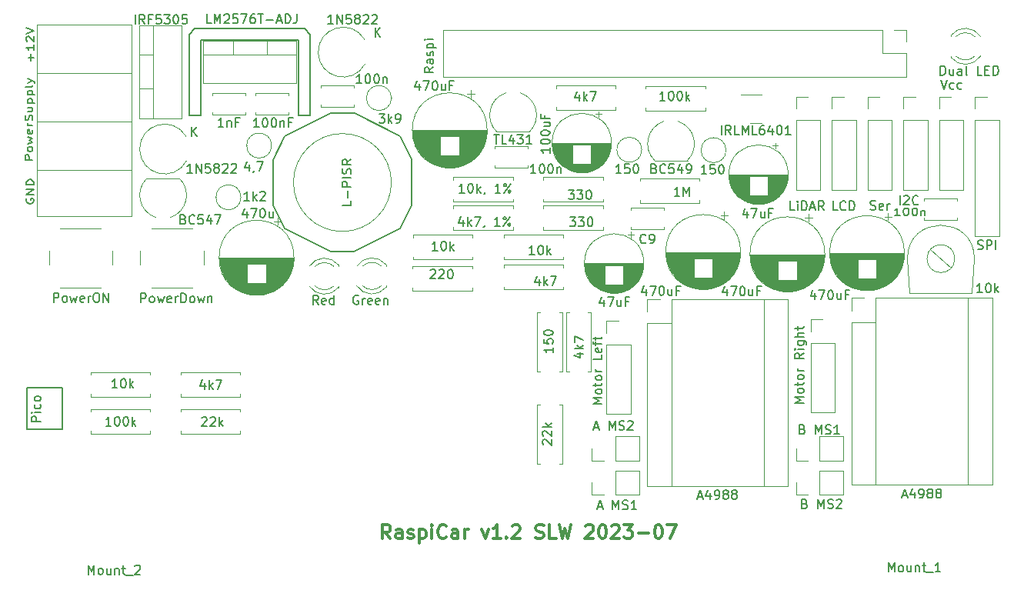
<source format=gbr>
%TF.GenerationSoftware,KiCad,Pcbnew,7.0.1*%
%TF.CreationDate,2023-07-10T14:16:02+02:00*%
%TF.ProjectId,RasPi-Car,52617350-692d-4436-9172-2e6b69636164,rev?*%
%TF.SameCoordinates,Original*%
%TF.FileFunction,Legend,Top*%
%TF.FilePolarity,Positive*%
%FSLAX46Y46*%
G04 Gerber Fmt 4.6, Leading zero omitted, Abs format (unit mm)*
G04 Created by KiCad (PCBNEW 7.0.1) date 2023-07-10 14:16:02*
%MOMM*%
%LPD*%
G01*
G04 APERTURE LIST*
%ADD10C,0.200000*%
%ADD11C,0.150000*%
%ADD12C,0.300000*%
%ADD13C,0.120000*%
G04 APERTURE END LIST*
D10*
X93370400Y-124663200D02*
X97231200Y-124663200D01*
X97231200Y-129286000D01*
X93370400Y-129286000D01*
X93370400Y-124663200D01*
D11*
X93780533Y-88712704D02*
X93780533Y-87950800D01*
X94085295Y-88331752D02*
X93475771Y-88331752D01*
X94085295Y-86950800D02*
X94085295Y-87522228D01*
X94085295Y-87236514D02*
X93285295Y-87236514D01*
X93285295Y-87236514D02*
X93399580Y-87331752D01*
X93399580Y-87331752D02*
X93475771Y-87426990D01*
X93475771Y-87426990D02*
X93513866Y-87522228D01*
X93361485Y-86569847D02*
X93323390Y-86522228D01*
X93323390Y-86522228D02*
X93285295Y-86426990D01*
X93285295Y-86426990D02*
X93285295Y-86188895D01*
X93285295Y-86188895D02*
X93323390Y-86093657D01*
X93323390Y-86093657D02*
X93361485Y-86046038D01*
X93361485Y-86046038D02*
X93437676Y-85998419D01*
X93437676Y-85998419D02*
X93513866Y-85998419D01*
X93513866Y-85998419D02*
X93628152Y-86046038D01*
X93628152Y-86046038D02*
X94085295Y-86617466D01*
X94085295Y-86617466D02*
X94085295Y-85998419D01*
X93285295Y-85712704D02*
X94085295Y-85379371D01*
X94085295Y-85379371D02*
X93285295Y-85046038D01*
D12*
X133345085Y-141294428D02*
X132845085Y-140580142D01*
X132487942Y-141294428D02*
X132487942Y-139794428D01*
X132487942Y-139794428D02*
X133059371Y-139794428D01*
X133059371Y-139794428D02*
X133202228Y-139865857D01*
X133202228Y-139865857D02*
X133273657Y-139937285D01*
X133273657Y-139937285D02*
X133345085Y-140080142D01*
X133345085Y-140080142D02*
X133345085Y-140294428D01*
X133345085Y-140294428D02*
X133273657Y-140437285D01*
X133273657Y-140437285D02*
X133202228Y-140508714D01*
X133202228Y-140508714D02*
X133059371Y-140580142D01*
X133059371Y-140580142D02*
X132487942Y-140580142D01*
X134630800Y-141294428D02*
X134630800Y-140508714D01*
X134630800Y-140508714D02*
X134559371Y-140365857D01*
X134559371Y-140365857D02*
X134416514Y-140294428D01*
X134416514Y-140294428D02*
X134130800Y-140294428D01*
X134130800Y-140294428D02*
X133987942Y-140365857D01*
X134630800Y-141223000D02*
X134487942Y-141294428D01*
X134487942Y-141294428D02*
X134130800Y-141294428D01*
X134130800Y-141294428D02*
X133987942Y-141223000D01*
X133987942Y-141223000D02*
X133916514Y-141080142D01*
X133916514Y-141080142D02*
X133916514Y-140937285D01*
X133916514Y-140937285D02*
X133987942Y-140794428D01*
X133987942Y-140794428D02*
X134130800Y-140723000D01*
X134130800Y-140723000D02*
X134487942Y-140723000D01*
X134487942Y-140723000D02*
X134630800Y-140651571D01*
X135273657Y-141223000D02*
X135416514Y-141294428D01*
X135416514Y-141294428D02*
X135702228Y-141294428D01*
X135702228Y-141294428D02*
X135845085Y-141223000D01*
X135845085Y-141223000D02*
X135916514Y-141080142D01*
X135916514Y-141080142D02*
X135916514Y-141008714D01*
X135916514Y-141008714D02*
X135845085Y-140865857D01*
X135845085Y-140865857D02*
X135702228Y-140794428D01*
X135702228Y-140794428D02*
X135487943Y-140794428D01*
X135487943Y-140794428D02*
X135345085Y-140723000D01*
X135345085Y-140723000D02*
X135273657Y-140580142D01*
X135273657Y-140580142D02*
X135273657Y-140508714D01*
X135273657Y-140508714D02*
X135345085Y-140365857D01*
X135345085Y-140365857D02*
X135487943Y-140294428D01*
X135487943Y-140294428D02*
X135702228Y-140294428D01*
X135702228Y-140294428D02*
X135845085Y-140365857D01*
X136559371Y-140294428D02*
X136559371Y-141794428D01*
X136559371Y-140365857D02*
X136702229Y-140294428D01*
X136702229Y-140294428D02*
X136987943Y-140294428D01*
X136987943Y-140294428D02*
X137130800Y-140365857D01*
X137130800Y-140365857D02*
X137202229Y-140437285D01*
X137202229Y-140437285D02*
X137273657Y-140580142D01*
X137273657Y-140580142D02*
X137273657Y-141008714D01*
X137273657Y-141008714D02*
X137202229Y-141151571D01*
X137202229Y-141151571D02*
X137130800Y-141223000D01*
X137130800Y-141223000D02*
X136987943Y-141294428D01*
X136987943Y-141294428D02*
X136702229Y-141294428D01*
X136702229Y-141294428D02*
X136559371Y-141223000D01*
X137916514Y-141294428D02*
X137916514Y-140294428D01*
X137916514Y-139794428D02*
X137845086Y-139865857D01*
X137845086Y-139865857D02*
X137916514Y-139937285D01*
X137916514Y-139937285D02*
X137987943Y-139865857D01*
X137987943Y-139865857D02*
X137916514Y-139794428D01*
X137916514Y-139794428D02*
X137916514Y-139937285D01*
X139487943Y-141151571D02*
X139416515Y-141223000D01*
X139416515Y-141223000D02*
X139202229Y-141294428D01*
X139202229Y-141294428D02*
X139059372Y-141294428D01*
X139059372Y-141294428D02*
X138845086Y-141223000D01*
X138845086Y-141223000D02*
X138702229Y-141080142D01*
X138702229Y-141080142D02*
X138630800Y-140937285D01*
X138630800Y-140937285D02*
X138559372Y-140651571D01*
X138559372Y-140651571D02*
X138559372Y-140437285D01*
X138559372Y-140437285D02*
X138630800Y-140151571D01*
X138630800Y-140151571D02*
X138702229Y-140008714D01*
X138702229Y-140008714D02*
X138845086Y-139865857D01*
X138845086Y-139865857D02*
X139059372Y-139794428D01*
X139059372Y-139794428D02*
X139202229Y-139794428D01*
X139202229Y-139794428D02*
X139416515Y-139865857D01*
X139416515Y-139865857D02*
X139487943Y-139937285D01*
X140773658Y-141294428D02*
X140773658Y-140508714D01*
X140773658Y-140508714D02*
X140702229Y-140365857D01*
X140702229Y-140365857D02*
X140559372Y-140294428D01*
X140559372Y-140294428D02*
X140273658Y-140294428D01*
X140273658Y-140294428D02*
X140130800Y-140365857D01*
X140773658Y-141223000D02*
X140630800Y-141294428D01*
X140630800Y-141294428D02*
X140273658Y-141294428D01*
X140273658Y-141294428D02*
X140130800Y-141223000D01*
X140130800Y-141223000D02*
X140059372Y-141080142D01*
X140059372Y-141080142D02*
X140059372Y-140937285D01*
X140059372Y-140937285D02*
X140130800Y-140794428D01*
X140130800Y-140794428D02*
X140273658Y-140723000D01*
X140273658Y-140723000D02*
X140630800Y-140723000D01*
X140630800Y-140723000D02*
X140773658Y-140651571D01*
X141487943Y-141294428D02*
X141487943Y-140294428D01*
X141487943Y-140580142D02*
X141559372Y-140437285D01*
X141559372Y-140437285D02*
X141630801Y-140365857D01*
X141630801Y-140365857D02*
X141773658Y-140294428D01*
X141773658Y-140294428D02*
X141916515Y-140294428D01*
X143416514Y-140294428D02*
X143773657Y-141294428D01*
X143773657Y-141294428D02*
X144130800Y-140294428D01*
X145487943Y-141294428D02*
X144630800Y-141294428D01*
X145059371Y-141294428D02*
X145059371Y-139794428D01*
X145059371Y-139794428D02*
X144916514Y-140008714D01*
X144916514Y-140008714D02*
X144773657Y-140151571D01*
X144773657Y-140151571D02*
X144630800Y-140223000D01*
X146130799Y-141151571D02*
X146202228Y-141223000D01*
X146202228Y-141223000D02*
X146130799Y-141294428D01*
X146130799Y-141294428D02*
X146059371Y-141223000D01*
X146059371Y-141223000D02*
X146130799Y-141151571D01*
X146130799Y-141151571D02*
X146130799Y-141294428D01*
X146773657Y-139937285D02*
X146845085Y-139865857D01*
X146845085Y-139865857D02*
X146987943Y-139794428D01*
X146987943Y-139794428D02*
X147345085Y-139794428D01*
X147345085Y-139794428D02*
X147487943Y-139865857D01*
X147487943Y-139865857D02*
X147559371Y-139937285D01*
X147559371Y-139937285D02*
X147630800Y-140080142D01*
X147630800Y-140080142D02*
X147630800Y-140223000D01*
X147630800Y-140223000D02*
X147559371Y-140437285D01*
X147559371Y-140437285D02*
X146702228Y-141294428D01*
X146702228Y-141294428D02*
X147630800Y-141294428D01*
X149345085Y-141223000D02*
X149559371Y-141294428D01*
X149559371Y-141294428D02*
X149916513Y-141294428D01*
X149916513Y-141294428D02*
X150059371Y-141223000D01*
X150059371Y-141223000D02*
X150130799Y-141151571D01*
X150130799Y-141151571D02*
X150202228Y-141008714D01*
X150202228Y-141008714D02*
X150202228Y-140865857D01*
X150202228Y-140865857D02*
X150130799Y-140723000D01*
X150130799Y-140723000D02*
X150059371Y-140651571D01*
X150059371Y-140651571D02*
X149916513Y-140580142D01*
X149916513Y-140580142D02*
X149630799Y-140508714D01*
X149630799Y-140508714D02*
X149487942Y-140437285D01*
X149487942Y-140437285D02*
X149416513Y-140365857D01*
X149416513Y-140365857D02*
X149345085Y-140223000D01*
X149345085Y-140223000D02*
X149345085Y-140080142D01*
X149345085Y-140080142D02*
X149416513Y-139937285D01*
X149416513Y-139937285D02*
X149487942Y-139865857D01*
X149487942Y-139865857D02*
X149630799Y-139794428D01*
X149630799Y-139794428D02*
X149987942Y-139794428D01*
X149987942Y-139794428D02*
X150202228Y-139865857D01*
X151559370Y-141294428D02*
X150845084Y-141294428D01*
X150845084Y-141294428D02*
X150845084Y-139794428D01*
X151916513Y-139794428D02*
X152273656Y-141294428D01*
X152273656Y-141294428D02*
X152559370Y-140223000D01*
X152559370Y-140223000D02*
X152845085Y-141294428D01*
X152845085Y-141294428D02*
X153202228Y-139794428D01*
X154845085Y-139937285D02*
X154916513Y-139865857D01*
X154916513Y-139865857D02*
X155059371Y-139794428D01*
X155059371Y-139794428D02*
X155416513Y-139794428D01*
X155416513Y-139794428D02*
X155559371Y-139865857D01*
X155559371Y-139865857D02*
X155630799Y-139937285D01*
X155630799Y-139937285D02*
X155702228Y-140080142D01*
X155702228Y-140080142D02*
X155702228Y-140223000D01*
X155702228Y-140223000D02*
X155630799Y-140437285D01*
X155630799Y-140437285D02*
X154773656Y-141294428D01*
X154773656Y-141294428D02*
X155702228Y-141294428D01*
X156630799Y-139794428D02*
X156773656Y-139794428D01*
X156773656Y-139794428D02*
X156916513Y-139865857D01*
X156916513Y-139865857D02*
X156987942Y-139937285D01*
X156987942Y-139937285D02*
X157059370Y-140080142D01*
X157059370Y-140080142D02*
X157130799Y-140365857D01*
X157130799Y-140365857D02*
X157130799Y-140723000D01*
X157130799Y-140723000D02*
X157059370Y-141008714D01*
X157059370Y-141008714D02*
X156987942Y-141151571D01*
X156987942Y-141151571D02*
X156916513Y-141223000D01*
X156916513Y-141223000D02*
X156773656Y-141294428D01*
X156773656Y-141294428D02*
X156630799Y-141294428D01*
X156630799Y-141294428D02*
X156487942Y-141223000D01*
X156487942Y-141223000D02*
X156416513Y-141151571D01*
X156416513Y-141151571D02*
X156345084Y-141008714D01*
X156345084Y-141008714D02*
X156273656Y-140723000D01*
X156273656Y-140723000D02*
X156273656Y-140365857D01*
X156273656Y-140365857D02*
X156345084Y-140080142D01*
X156345084Y-140080142D02*
X156416513Y-139937285D01*
X156416513Y-139937285D02*
X156487942Y-139865857D01*
X156487942Y-139865857D02*
X156630799Y-139794428D01*
X157702227Y-139937285D02*
X157773655Y-139865857D01*
X157773655Y-139865857D02*
X157916513Y-139794428D01*
X157916513Y-139794428D02*
X158273655Y-139794428D01*
X158273655Y-139794428D02*
X158416513Y-139865857D01*
X158416513Y-139865857D02*
X158487941Y-139937285D01*
X158487941Y-139937285D02*
X158559370Y-140080142D01*
X158559370Y-140080142D02*
X158559370Y-140223000D01*
X158559370Y-140223000D02*
X158487941Y-140437285D01*
X158487941Y-140437285D02*
X157630798Y-141294428D01*
X157630798Y-141294428D02*
X158559370Y-141294428D01*
X159059369Y-139794428D02*
X159987941Y-139794428D01*
X159987941Y-139794428D02*
X159487941Y-140365857D01*
X159487941Y-140365857D02*
X159702226Y-140365857D01*
X159702226Y-140365857D02*
X159845084Y-140437285D01*
X159845084Y-140437285D02*
X159916512Y-140508714D01*
X159916512Y-140508714D02*
X159987941Y-140651571D01*
X159987941Y-140651571D02*
X159987941Y-141008714D01*
X159987941Y-141008714D02*
X159916512Y-141151571D01*
X159916512Y-141151571D02*
X159845084Y-141223000D01*
X159845084Y-141223000D02*
X159702226Y-141294428D01*
X159702226Y-141294428D02*
X159273655Y-141294428D01*
X159273655Y-141294428D02*
X159130798Y-141223000D01*
X159130798Y-141223000D02*
X159059369Y-141151571D01*
X160630797Y-140723000D02*
X161773655Y-140723000D01*
X162773655Y-139794428D02*
X162916512Y-139794428D01*
X162916512Y-139794428D02*
X163059369Y-139865857D01*
X163059369Y-139865857D02*
X163130798Y-139937285D01*
X163130798Y-139937285D02*
X163202226Y-140080142D01*
X163202226Y-140080142D02*
X163273655Y-140365857D01*
X163273655Y-140365857D02*
X163273655Y-140723000D01*
X163273655Y-140723000D02*
X163202226Y-141008714D01*
X163202226Y-141008714D02*
X163130798Y-141151571D01*
X163130798Y-141151571D02*
X163059369Y-141223000D01*
X163059369Y-141223000D02*
X162916512Y-141294428D01*
X162916512Y-141294428D02*
X162773655Y-141294428D01*
X162773655Y-141294428D02*
X162630798Y-141223000D01*
X162630798Y-141223000D02*
X162559369Y-141151571D01*
X162559369Y-141151571D02*
X162487940Y-141008714D01*
X162487940Y-141008714D02*
X162416512Y-140723000D01*
X162416512Y-140723000D02*
X162416512Y-140365857D01*
X162416512Y-140365857D02*
X162487940Y-140080142D01*
X162487940Y-140080142D02*
X162559369Y-139937285D01*
X162559369Y-139937285D02*
X162630798Y-139865857D01*
X162630798Y-139865857D02*
X162773655Y-139794428D01*
X163773654Y-139794428D02*
X164773654Y-139794428D01*
X164773654Y-139794428D02*
X164130797Y-141294428D01*
D11*
X93323390Y-103886095D02*
X93285295Y-103981333D01*
X93285295Y-103981333D02*
X93285295Y-104124190D01*
X93285295Y-104124190D02*
X93323390Y-104267047D01*
X93323390Y-104267047D02*
X93399580Y-104362285D01*
X93399580Y-104362285D02*
X93475771Y-104409904D01*
X93475771Y-104409904D02*
X93628152Y-104457523D01*
X93628152Y-104457523D02*
X93742438Y-104457523D01*
X93742438Y-104457523D02*
X93894819Y-104409904D01*
X93894819Y-104409904D02*
X93971009Y-104362285D01*
X93971009Y-104362285D02*
X94047200Y-104267047D01*
X94047200Y-104267047D02*
X94085295Y-104124190D01*
X94085295Y-104124190D02*
X94085295Y-104028952D01*
X94085295Y-104028952D02*
X94047200Y-103886095D01*
X94047200Y-103886095D02*
X94009104Y-103838476D01*
X94009104Y-103838476D02*
X93742438Y-103838476D01*
X93742438Y-103838476D02*
X93742438Y-104028952D01*
X94085295Y-103409904D02*
X93285295Y-103409904D01*
X93285295Y-103409904D02*
X94085295Y-102838476D01*
X94085295Y-102838476D02*
X93285295Y-102838476D01*
X94085295Y-102362285D02*
X93285295Y-102362285D01*
X93285295Y-102362285D02*
X93285295Y-102124190D01*
X93285295Y-102124190D02*
X93323390Y-101981333D01*
X93323390Y-101981333D02*
X93399580Y-101886095D01*
X93399580Y-101886095D02*
X93475771Y-101838476D01*
X93475771Y-101838476D02*
X93628152Y-101790857D01*
X93628152Y-101790857D02*
X93742438Y-101790857D01*
X93742438Y-101790857D02*
X93894819Y-101838476D01*
X93894819Y-101838476D02*
X93971009Y-101886095D01*
X93971009Y-101886095D02*
X94047200Y-101981333D01*
X94047200Y-101981333D02*
X94085295Y-102124190D01*
X94085295Y-102124190D02*
X94085295Y-102362285D01*
%TO.C,J10*%
X186174190Y-105063000D02*
X186317047Y-105110619D01*
X186317047Y-105110619D02*
X186555142Y-105110619D01*
X186555142Y-105110619D02*
X186650380Y-105063000D01*
X186650380Y-105063000D02*
X186697999Y-105015380D01*
X186697999Y-105015380D02*
X186745618Y-104920142D01*
X186745618Y-104920142D02*
X186745618Y-104824904D01*
X186745618Y-104824904D02*
X186697999Y-104729666D01*
X186697999Y-104729666D02*
X186650380Y-104682047D01*
X186650380Y-104682047D02*
X186555142Y-104634428D01*
X186555142Y-104634428D02*
X186364666Y-104586809D01*
X186364666Y-104586809D02*
X186269428Y-104539190D01*
X186269428Y-104539190D02*
X186221809Y-104491571D01*
X186221809Y-104491571D02*
X186174190Y-104396333D01*
X186174190Y-104396333D02*
X186174190Y-104301095D01*
X186174190Y-104301095D02*
X186221809Y-104205857D01*
X186221809Y-104205857D02*
X186269428Y-104158238D01*
X186269428Y-104158238D02*
X186364666Y-104110619D01*
X186364666Y-104110619D02*
X186602761Y-104110619D01*
X186602761Y-104110619D02*
X186745618Y-104158238D01*
X187555142Y-105063000D02*
X187459904Y-105110619D01*
X187459904Y-105110619D02*
X187269428Y-105110619D01*
X187269428Y-105110619D02*
X187174190Y-105063000D01*
X187174190Y-105063000D02*
X187126571Y-104967761D01*
X187126571Y-104967761D02*
X187126571Y-104586809D01*
X187126571Y-104586809D02*
X187174190Y-104491571D01*
X187174190Y-104491571D02*
X187269428Y-104443952D01*
X187269428Y-104443952D02*
X187459904Y-104443952D01*
X187459904Y-104443952D02*
X187555142Y-104491571D01*
X187555142Y-104491571D02*
X187602761Y-104586809D01*
X187602761Y-104586809D02*
X187602761Y-104682047D01*
X187602761Y-104682047D02*
X187126571Y-104777285D01*
X188031333Y-105110619D02*
X188031333Y-104443952D01*
X188031333Y-104634428D02*
X188078952Y-104539190D01*
X188078952Y-104539190D02*
X188126571Y-104491571D01*
X188126571Y-104491571D02*
X188221809Y-104443952D01*
X188221809Y-104443952D02*
X188317047Y-104443952D01*
%TO.C,U1*%
X113633809Y-84587419D02*
X113157619Y-84587419D01*
X113157619Y-84587419D02*
X113157619Y-83587419D01*
X113967143Y-84587419D02*
X113967143Y-83587419D01*
X113967143Y-83587419D02*
X114300476Y-84301704D01*
X114300476Y-84301704D02*
X114633809Y-83587419D01*
X114633809Y-83587419D02*
X114633809Y-84587419D01*
X115062381Y-83682657D02*
X115110000Y-83635038D01*
X115110000Y-83635038D02*
X115205238Y-83587419D01*
X115205238Y-83587419D02*
X115443333Y-83587419D01*
X115443333Y-83587419D02*
X115538571Y-83635038D01*
X115538571Y-83635038D02*
X115586190Y-83682657D01*
X115586190Y-83682657D02*
X115633809Y-83777895D01*
X115633809Y-83777895D02*
X115633809Y-83873133D01*
X115633809Y-83873133D02*
X115586190Y-84015990D01*
X115586190Y-84015990D02*
X115014762Y-84587419D01*
X115014762Y-84587419D02*
X115633809Y-84587419D01*
X116538571Y-83587419D02*
X116062381Y-83587419D01*
X116062381Y-83587419D02*
X116014762Y-84063609D01*
X116014762Y-84063609D02*
X116062381Y-84015990D01*
X116062381Y-84015990D02*
X116157619Y-83968371D01*
X116157619Y-83968371D02*
X116395714Y-83968371D01*
X116395714Y-83968371D02*
X116490952Y-84015990D01*
X116490952Y-84015990D02*
X116538571Y-84063609D01*
X116538571Y-84063609D02*
X116586190Y-84158847D01*
X116586190Y-84158847D02*
X116586190Y-84396942D01*
X116586190Y-84396942D02*
X116538571Y-84492180D01*
X116538571Y-84492180D02*
X116490952Y-84539800D01*
X116490952Y-84539800D02*
X116395714Y-84587419D01*
X116395714Y-84587419D02*
X116157619Y-84587419D01*
X116157619Y-84587419D02*
X116062381Y-84539800D01*
X116062381Y-84539800D02*
X116014762Y-84492180D01*
X116919524Y-83587419D02*
X117586190Y-83587419D01*
X117586190Y-83587419D02*
X117157619Y-84587419D01*
X118395714Y-83587419D02*
X118205238Y-83587419D01*
X118205238Y-83587419D02*
X118110000Y-83635038D01*
X118110000Y-83635038D02*
X118062381Y-83682657D01*
X118062381Y-83682657D02*
X117967143Y-83825514D01*
X117967143Y-83825514D02*
X117919524Y-84015990D01*
X117919524Y-84015990D02*
X117919524Y-84396942D01*
X117919524Y-84396942D02*
X117967143Y-84492180D01*
X117967143Y-84492180D02*
X118014762Y-84539800D01*
X118014762Y-84539800D02*
X118110000Y-84587419D01*
X118110000Y-84587419D02*
X118300476Y-84587419D01*
X118300476Y-84587419D02*
X118395714Y-84539800D01*
X118395714Y-84539800D02*
X118443333Y-84492180D01*
X118443333Y-84492180D02*
X118490952Y-84396942D01*
X118490952Y-84396942D02*
X118490952Y-84158847D01*
X118490952Y-84158847D02*
X118443333Y-84063609D01*
X118443333Y-84063609D02*
X118395714Y-84015990D01*
X118395714Y-84015990D02*
X118300476Y-83968371D01*
X118300476Y-83968371D02*
X118110000Y-83968371D01*
X118110000Y-83968371D02*
X118014762Y-84015990D01*
X118014762Y-84015990D02*
X117967143Y-84063609D01*
X117967143Y-84063609D02*
X117919524Y-84158847D01*
X118776667Y-83587419D02*
X119348095Y-83587419D01*
X119062381Y-84587419D02*
X119062381Y-83587419D01*
X119681429Y-84206466D02*
X120443334Y-84206466D01*
X120871905Y-84301704D02*
X121348095Y-84301704D01*
X120776667Y-84587419D02*
X121110000Y-83587419D01*
X121110000Y-83587419D02*
X121443333Y-84587419D01*
X121776667Y-84587419D02*
X121776667Y-83587419D01*
X121776667Y-83587419D02*
X122014762Y-83587419D01*
X122014762Y-83587419D02*
X122157619Y-83635038D01*
X122157619Y-83635038D02*
X122252857Y-83730276D01*
X122252857Y-83730276D02*
X122300476Y-83825514D01*
X122300476Y-83825514D02*
X122348095Y-84015990D01*
X122348095Y-84015990D02*
X122348095Y-84158847D01*
X122348095Y-84158847D02*
X122300476Y-84349323D01*
X122300476Y-84349323D02*
X122252857Y-84444561D01*
X122252857Y-84444561D02*
X122157619Y-84539800D01*
X122157619Y-84539800D02*
X122014762Y-84587419D01*
X122014762Y-84587419D02*
X121776667Y-84587419D01*
X123062381Y-83587419D02*
X123062381Y-84301704D01*
X123062381Y-84301704D02*
X123014762Y-84444561D01*
X123014762Y-84444561D02*
X122919524Y-84539800D01*
X122919524Y-84539800D02*
X122776667Y-84587419D01*
X122776667Y-84587419D02*
X122681429Y-84587419D01*
%TO.C,J6*%
X177814457Y-105161419D02*
X177338267Y-105161419D01*
X177338267Y-105161419D02*
X177338267Y-104161419D01*
X178147791Y-105161419D02*
X178147791Y-104494752D01*
X178147791Y-104161419D02*
X178100172Y-104209038D01*
X178100172Y-104209038D02*
X178147791Y-104256657D01*
X178147791Y-104256657D02*
X178195410Y-104209038D01*
X178195410Y-104209038D02*
X178147791Y-104161419D01*
X178147791Y-104161419D02*
X178147791Y-104256657D01*
X178623981Y-105161419D02*
X178623981Y-104161419D01*
X178623981Y-104161419D02*
X178862076Y-104161419D01*
X178862076Y-104161419D02*
X179004933Y-104209038D01*
X179004933Y-104209038D02*
X179100171Y-104304276D01*
X179100171Y-104304276D02*
X179147790Y-104399514D01*
X179147790Y-104399514D02*
X179195409Y-104589990D01*
X179195409Y-104589990D02*
X179195409Y-104732847D01*
X179195409Y-104732847D02*
X179147790Y-104923323D01*
X179147790Y-104923323D02*
X179100171Y-105018561D01*
X179100171Y-105018561D02*
X179004933Y-105113800D01*
X179004933Y-105113800D02*
X178862076Y-105161419D01*
X178862076Y-105161419D02*
X178623981Y-105161419D01*
X179576362Y-104875704D02*
X180052552Y-104875704D01*
X179481124Y-105161419D02*
X179814457Y-104161419D01*
X179814457Y-104161419D02*
X180147790Y-105161419D01*
X181052552Y-105161419D02*
X180719219Y-104685228D01*
X180481124Y-105161419D02*
X180481124Y-104161419D01*
X180481124Y-104161419D02*
X180862076Y-104161419D01*
X180862076Y-104161419D02*
X180957314Y-104209038D01*
X180957314Y-104209038D02*
X181004933Y-104256657D01*
X181004933Y-104256657D02*
X181052552Y-104351895D01*
X181052552Y-104351895D02*
X181052552Y-104494752D01*
X181052552Y-104494752D02*
X181004933Y-104589990D01*
X181004933Y-104589990D02*
X180957314Y-104637609D01*
X180957314Y-104637609D02*
X180862076Y-104685228D01*
X180862076Y-104685228D02*
X180481124Y-104685228D01*
%TO.C,R2*%
X141356057Y-106221952D02*
X141356057Y-106888619D01*
X141117962Y-105841000D02*
X140879867Y-106555285D01*
X140879867Y-106555285D02*
X141498914Y-106555285D01*
X141879867Y-106888619D02*
X141879867Y-105888619D01*
X141975105Y-106507666D02*
X142260819Y-106888619D01*
X142260819Y-106221952D02*
X141879867Y-106602904D01*
X142594153Y-105888619D02*
X143260819Y-105888619D01*
X143260819Y-105888619D02*
X142832248Y-106888619D01*
X143689391Y-106841000D02*
X143689391Y-106888619D01*
X143689391Y-106888619D02*
X143641772Y-106983857D01*
X143641772Y-106983857D02*
X143594153Y-107031476D01*
X145403676Y-106888619D02*
X144832248Y-106888619D01*
X145117962Y-106888619D02*
X145117962Y-105888619D01*
X145117962Y-105888619D02*
X145022724Y-106031476D01*
X145022724Y-106031476D02*
X144927486Y-106126714D01*
X144927486Y-106126714D02*
X144832248Y-106174333D01*
X145784629Y-106888619D02*
X146546533Y-105888619D01*
X145927486Y-105888619D02*
X146022724Y-105936238D01*
X146022724Y-105936238D02*
X146070343Y-106031476D01*
X146070343Y-106031476D02*
X146022724Y-106126714D01*
X146022724Y-106126714D02*
X145927486Y-106174333D01*
X145927486Y-106174333D02*
X145832248Y-106126714D01*
X145832248Y-106126714D02*
X145784629Y-106031476D01*
X145784629Y-106031476D02*
X145832248Y-105936238D01*
X145832248Y-105936238D02*
X145927486Y-105888619D01*
X146498914Y-106841000D02*
X146546533Y-106745761D01*
X146546533Y-106745761D02*
X146498914Y-106650523D01*
X146498914Y-106650523D02*
X146403676Y-106602904D01*
X146403676Y-106602904D02*
X146308438Y-106650523D01*
X146308438Y-106650523D02*
X146260819Y-106745761D01*
X146260819Y-106745761D02*
X146308438Y-106841000D01*
X146308438Y-106841000D02*
X146403676Y-106888619D01*
X146403676Y-106888619D02*
X146498914Y-106841000D01*
%TO.C,C7*%
X161475942Y-113841952D02*
X161475942Y-114508619D01*
X161237847Y-113461000D02*
X160999752Y-114175285D01*
X160999752Y-114175285D02*
X161618799Y-114175285D01*
X161904514Y-113508619D02*
X162571180Y-113508619D01*
X162571180Y-113508619D02*
X162142609Y-114508619D01*
X163142609Y-113508619D02*
X163237847Y-113508619D01*
X163237847Y-113508619D02*
X163333085Y-113556238D01*
X163333085Y-113556238D02*
X163380704Y-113603857D01*
X163380704Y-113603857D02*
X163428323Y-113699095D01*
X163428323Y-113699095D02*
X163475942Y-113889571D01*
X163475942Y-113889571D02*
X163475942Y-114127666D01*
X163475942Y-114127666D02*
X163428323Y-114318142D01*
X163428323Y-114318142D02*
X163380704Y-114413380D01*
X163380704Y-114413380D02*
X163333085Y-114461000D01*
X163333085Y-114461000D02*
X163237847Y-114508619D01*
X163237847Y-114508619D02*
X163142609Y-114508619D01*
X163142609Y-114508619D02*
X163047371Y-114461000D01*
X163047371Y-114461000D02*
X162999752Y-114413380D01*
X162999752Y-114413380D02*
X162952133Y-114318142D01*
X162952133Y-114318142D02*
X162904514Y-114127666D01*
X162904514Y-114127666D02*
X162904514Y-113889571D01*
X162904514Y-113889571D02*
X162952133Y-113699095D01*
X162952133Y-113699095D02*
X162999752Y-113603857D01*
X162999752Y-113603857D02*
X163047371Y-113556238D01*
X163047371Y-113556238D02*
X163142609Y-113508619D01*
X164333085Y-113841952D02*
X164333085Y-114508619D01*
X163904514Y-113841952D02*
X163904514Y-114365761D01*
X163904514Y-114365761D02*
X163952133Y-114461000D01*
X163952133Y-114461000D02*
X164047371Y-114508619D01*
X164047371Y-114508619D02*
X164190228Y-114508619D01*
X164190228Y-114508619D02*
X164285466Y-114461000D01*
X164285466Y-114461000D02*
X164333085Y-114413380D01*
X165142609Y-113984809D02*
X164809276Y-113984809D01*
X164809276Y-114508619D02*
X164809276Y-113508619D01*
X164809276Y-113508619D02*
X165285466Y-113508619D01*
%TO.C,R11*%
X153923152Y-120934076D02*
X154589819Y-120934076D01*
X153542200Y-121172171D02*
X154256485Y-121410266D01*
X154256485Y-121410266D02*
X154256485Y-120791219D01*
X154589819Y-120410266D02*
X153589819Y-120410266D01*
X154208866Y-120315028D02*
X154589819Y-120029314D01*
X153923152Y-120029314D02*
X154304104Y-120410266D01*
X153589819Y-119695980D02*
X153589819Y-119029314D01*
X153589819Y-119029314D02*
X154589819Y-119457885D01*
%TO.C,R16*%
X103290761Y-124719419D02*
X102719333Y-124719419D01*
X103005047Y-124719419D02*
X103005047Y-123719419D01*
X103005047Y-123719419D02*
X102909809Y-123862276D01*
X102909809Y-123862276D02*
X102814571Y-123957514D01*
X102814571Y-123957514D02*
X102719333Y-124005133D01*
X103909809Y-123719419D02*
X104005047Y-123719419D01*
X104005047Y-123719419D02*
X104100285Y-123767038D01*
X104100285Y-123767038D02*
X104147904Y-123814657D01*
X104147904Y-123814657D02*
X104195523Y-123909895D01*
X104195523Y-123909895D02*
X104243142Y-124100371D01*
X104243142Y-124100371D02*
X104243142Y-124338466D01*
X104243142Y-124338466D02*
X104195523Y-124528942D01*
X104195523Y-124528942D02*
X104147904Y-124624180D01*
X104147904Y-124624180D02*
X104100285Y-124671800D01*
X104100285Y-124671800D02*
X104005047Y-124719419D01*
X104005047Y-124719419D02*
X103909809Y-124719419D01*
X103909809Y-124719419D02*
X103814571Y-124671800D01*
X103814571Y-124671800D02*
X103766952Y-124624180D01*
X103766952Y-124624180D02*
X103719333Y-124528942D01*
X103719333Y-124528942D02*
X103671714Y-124338466D01*
X103671714Y-124338466D02*
X103671714Y-124100371D01*
X103671714Y-124100371D02*
X103719333Y-123909895D01*
X103719333Y-123909895D02*
X103766952Y-123814657D01*
X103766952Y-123814657D02*
X103814571Y-123767038D01*
X103814571Y-123767038D02*
X103909809Y-123719419D01*
X104671714Y-124719419D02*
X104671714Y-123719419D01*
X104766952Y-124338466D02*
X105052666Y-124719419D01*
X105052666Y-124052752D02*
X104671714Y-124433704D01*
%TO.C,J3*%
X156621819Y-126453448D02*
X155621819Y-126453448D01*
X155621819Y-126453448D02*
X156336104Y-126120115D01*
X156336104Y-126120115D02*
X155621819Y-125786782D01*
X155621819Y-125786782D02*
X156621819Y-125786782D01*
X156621819Y-125167734D02*
X156574200Y-125262972D01*
X156574200Y-125262972D02*
X156526580Y-125310591D01*
X156526580Y-125310591D02*
X156431342Y-125358210D01*
X156431342Y-125358210D02*
X156145628Y-125358210D01*
X156145628Y-125358210D02*
X156050390Y-125310591D01*
X156050390Y-125310591D02*
X156002771Y-125262972D01*
X156002771Y-125262972D02*
X155955152Y-125167734D01*
X155955152Y-125167734D02*
X155955152Y-125024877D01*
X155955152Y-125024877D02*
X156002771Y-124929639D01*
X156002771Y-124929639D02*
X156050390Y-124882020D01*
X156050390Y-124882020D02*
X156145628Y-124834401D01*
X156145628Y-124834401D02*
X156431342Y-124834401D01*
X156431342Y-124834401D02*
X156526580Y-124882020D01*
X156526580Y-124882020D02*
X156574200Y-124929639D01*
X156574200Y-124929639D02*
X156621819Y-125024877D01*
X156621819Y-125024877D02*
X156621819Y-125167734D01*
X155955152Y-124548686D02*
X155955152Y-124167734D01*
X155621819Y-124405829D02*
X156478961Y-124405829D01*
X156478961Y-124405829D02*
X156574200Y-124358210D01*
X156574200Y-124358210D02*
X156621819Y-124262972D01*
X156621819Y-124262972D02*
X156621819Y-124167734D01*
X156621819Y-123691543D02*
X156574200Y-123786781D01*
X156574200Y-123786781D02*
X156526580Y-123834400D01*
X156526580Y-123834400D02*
X156431342Y-123882019D01*
X156431342Y-123882019D02*
X156145628Y-123882019D01*
X156145628Y-123882019D02*
X156050390Y-123834400D01*
X156050390Y-123834400D02*
X156002771Y-123786781D01*
X156002771Y-123786781D02*
X155955152Y-123691543D01*
X155955152Y-123691543D02*
X155955152Y-123548686D01*
X155955152Y-123548686D02*
X156002771Y-123453448D01*
X156002771Y-123453448D02*
X156050390Y-123405829D01*
X156050390Y-123405829D02*
X156145628Y-123358210D01*
X156145628Y-123358210D02*
X156431342Y-123358210D01*
X156431342Y-123358210D02*
X156526580Y-123405829D01*
X156526580Y-123405829D02*
X156574200Y-123453448D01*
X156574200Y-123453448D02*
X156621819Y-123548686D01*
X156621819Y-123548686D02*
X156621819Y-123691543D01*
X156621819Y-122929638D02*
X155955152Y-122929638D01*
X156145628Y-122929638D02*
X156050390Y-122882019D01*
X156050390Y-122882019D02*
X156002771Y-122834400D01*
X156002771Y-122834400D02*
X155955152Y-122739162D01*
X155955152Y-122739162D02*
X155955152Y-122643924D01*
X156621819Y-121072495D02*
X156621819Y-121548685D01*
X156621819Y-121548685D02*
X155621819Y-121548685D01*
X156574200Y-120358209D02*
X156621819Y-120453447D01*
X156621819Y-120453447D02*
X156621819Y-120643923D01*
X156621819Y-120643923D02*
X156574200Y-120739161D01*
X156574200Y-120739161D02*
X156478961Y-120786780D01*
X156478961Y-120786780D02*
X156098009Y-120786780D01*
X156098009Y-120786780D02*
X156002771Y-120739161D01*
X156002771Y-120739161D02*
X155955152Y-120643923D01*
X155955152Y-120643923D02*
X155955152Y-120453447D01*
X155955152Y-120453447D02*
X156002771Y-120358209D01*
X156002771Y-120358209D02*
X156098009Y-120310590D01*
X156098009Y-120310590D02*
X156193247Y-120310590D01*
X156193247Y-120310590D02*
X156288485Y-120786780D01*
X155955152Y-120024875D02*
X155955152Y-119643923D01*
X156621819Y-119882018D02*
X155764676Y-119882018D01*
X155764676Y-119882018D02*
X155669438Y-119834399D01*
X155669438Y-119834399D02*
X155621819Y-119739161D01*
X155621819Y-119739161D02*
X155621819Y-119643923D01*
X155955152Y-119453446D02*
X155955152Y-119072494D01*
X155621819Y-119310589D02*
X156478961Y-119310589D01*
X156478961Y-119310589D02*
X156574200Y-119262970D01*
X156574200Y-119262970D02*
X156621819Y-119167732D01*
X156621819Y-119167732D02*
X156621819Y-119072494D01*
%TO.C,C9*%
X161448133Y-108712380D02*
X161400514Y-108760000D01*
X161400514Y-108760000D02*
X161257657Y-108807619D01*
X161257657Y-108807619D02*
X161162419Y-108807619D01*
X161162419Y-108807619D02*
X161019562Y-108760000D01*
X161019562Y-108760000D02*
X160924324Y-108664761D01*
X160924324Y-108664761D02*
X160876705Y-108569523D01*
X160876705Y-108569523D02*
X160829086Y-108379047D01*
X160829086Y-108379047D02*
X160829086Y-108236190D01*
X160829086Y-108236190D02*
X160876705Y-108045714D01*
X160876705Y-108045714D02*
X160924324Y-107950476D01*
X160924324Y-107950476D02*
X161019562Y-107855238D01*
X161019562Y-107855238D02*
X161162419Y-107807619D01*
X161162419Y-107807619D02*
X161257657Y-107807619D01*
X161257657Y-107807619D02*
X161400514Y-107855238D01*
X161400514Y-107855238D02*
X161448133Y-107902857D01*
X161924324Y-108807619D02*
X162114800Y-108807619D01*
X162114800Y-108807619D02*
X162210038Y-108760000D01*
X162210038Y-108760000D02*
X162257657Y-108712380D01*
X162257657Y-108712380D02*
X162352895Y-108569523D01*
X162352895Y-108569523D02*
X162400514Y-108379047D01*
X162400514Y-108379047D02*
X162400514Y-107998095D01*
X162400514Y-107998095D02*
X162352895Y-107902857D01*
X162352895Y-107902857D02*
X162305276Y-107855238D01*
X162305276Y-107855238D02*
X162210038Y-107807619D01*
X162210038Y-107807619D02*
X162019562Y-107807619D01*
X162019562Y-107807619D02*
X161924324Y-107855238D01*
X161924324Y-107855238D02*
X161876705Y-107902857D01*
X161876705Y-107902857D02*
X161829086Y-107998095D01*
X161829086Y-107998095D02*
X161829086Y-108236190D01*
X161829086Y-108236190D02*
X161876705Y-108331428D01*
X161876705Y-108331428D02*
X161924324Y-108379047D01*
X161924324Y-108379047D02*
X162019562Y-108426666D01*
X162019562Y-108426666D02*
X162210038Y-108426666D01*
X162210038Y-108426666D02*
X162305276Y-108379047D01*
X162305276Y-108379047D02*
X162352895Y-108331428D01*
X162352895Y-108331428D02*
X162400514Y-108236190D01*
%TO.C,R13*%
X168141733Y-101148219D02*
X167570305Y-101148219D01*
X167856019Y-101148219D02*
X167856019Y-100148219D01*
X167856019Y-100148219D02*
X167760781Y-100291076D01*
X167760781Y-100291076D02*
X167665543Y-100386314D01*
X167665543Y-100386314D02*
X167570305Y-100433933D01*
X169046495Y-100148219D02*
X168570305Y-100148219D01*
X168570305Y-100148219D02*
X168522686Y-100624409D01*
X168522686Y-100624409D02*
X168570305Y-100576790D01*
X168570305Y-100576790D02*
X168665543Y-100529171D01*
X168665543Y-100529171D02*
X168903638Y-100529171D01*
X168903638Y-100529171D02*
X168998876Y-100576790D01*
X168998876Y-100576790D02*
X169046495Y-100624409D01*
X169046495Y-100624409D02*
X169094114Y-100719647D01*
X169094114Y-100719647D02*
X169094114Y-100957742D01*
X169094114Y-100957742D02*
X169046495Y-101052980D01*
X169046495Y-101052980D02*
X168998876Y-101100600D01*
X168998876Y-101100600D02*
X168903638Y-101148219D01*
X168903638Y-101148219D02*
X168665543Y-101148219D01*
X168665543Y-101148219D02*
X168570305Y-101100600D01*
X168570305Y-101100600D02*
X168522686Y-101052980D01*
X169713162Y-100148219D02*
X169808400Y-100148219D01*
X169808400Y-100148219D02*
X169903638Y-100195838D01*
X169903638Y-100195838D02*
X169951257Y-100243457D01*
X169951257Y-100243457D02*
X169998876Y-100338695D01*
X169998876Y-100338695D02*
X170046495Y-100529171D01*
X170046495Y-100529171D02*
X170046495Y-100767266D01*
X170046495Y-100767266D02*
X169998876Y-100957742D01*
X169998876Y-100957742D02*
X169951257Y-101052980D01*
X169951257Y-101052980D02*
X169903638Y-101100600D01*
X169903638Y-101100600D02*
X169808400Y-101148219D01*
X169808400Y-101148219D02*
X169713162Y-101148219D01*
X169713162Y-101148219D02*
X169617924Y-101100600D01*
X169617924Y-101100600D02*
X169570305Y-101052980D01*
X169570305Y-101052980D02*
X169522686Y-100957742D01*
X169522686Y-100957742D02*
X169475067Y-100767266D01*
X169475067Y-100767266D02*
X169475067Y-100529171D01*
X169475067Y-100529171D02*
X169522686Y-100338695D01*
X169522686Y-100338695D02*
X169570305Y-100243457D01*
X169570305Y-100243457D02*
X169617924Y-100195838D01*
X169617924Y-100195838D02*
X169713162Y-100148219D01*
%TO.C,J1*%
X93943695Y-99651581D02*
X93143695Y-99651581D01*
X93143695Y-99651581D02*
X93143695Y-99270629D01*
X93143695Y-99270629D02*
X93181790Y-99175391D01*
X93181790Y-99175391D02*
X93219885Y-99127772D01*
X93219885Y-99127772D02*
X93296076Y-99080153D01*
X93296076Y-99080153D02*
X93410361Y-99080153D01*
X93410361Y-99080153D02*
X93486552Y-99127772D01*
X93486552Y-99127772D02*
X93524647Y-99175391D01*
X93524647Y-99175391D02*
X93562742Y-99270629D01*
X93562742Y-99270629D02*
X93562742Y-99651581D01*
X93943695Y-98508724D02*
X93905600Y-98603962D01*
X93905600Y-98603962D02*
X93867504Y-98651581D01*
X93867504Y-98651581D02*
X93791314Y-98699200D01*
X93791314Y-98699200D02*
X93562742Y-98699200D01*
X93562742Y-98699200D02*
X93486552Y-98651581D01*
X93486552Y-98651581D02*
X93448457Y-98603962D01*
X93448457Y-98603962D02*
X93410361Y-98508724D01*
X93410361Y-98508724D02*
X93410361Y-98365867D01*
X93410361Y-98365867D02*
X93448457Y-98270629D01*
X93448457Y-98270629D02*
X93486552Y-98223010D01*
X93486552Y-98223010D02*
X93562742Y-98175391D01*
X93562742Y-98175391D02*
X93791314Y-98175391D01*
X93791314Y-98175391D02*
X93867504Y-98223010D01*
X93867504Y-98223010D02*
X93905600Y-98270629D01*
X93905600Y-98270629D02*
X93943695Y-98365867D01*
X93943695Y-98365867D02*
X93943695Y-98508724D01*
X93410361Y-97842057D02*
X93943695Y-97651581D01*
X93943695Y-97651581D02*
X93562742Y-97461105D01*
X93562742Y-97461105D02*
X93943695Y-97270629D01*
X93943695Y-97270629D02*
X93410361Y-97080153D01*
X93905600Y-96318248D02*
X93943695Y-96413486D01*
X93943695Y-96413486D02*
X93943695Y-96603962D01*
X93943695Y-96603962D02*
X93905600Y-96699200D01*
X93905600Y-96699200D02*
X93829409Y-96746819D01*
X93829409Y-96746819D02*
X93524647Y-96746819D01*
X93524647Y-96746819D02*
X93448457Y-96699200D01*
X93448457Y-96699200D02*
X93410361Y-96603962D01*
X93410361Y-96603962D02*
X93410361Y-96413486D01*
X93410361Y-96413486D02*
X93448457Y-96318248D01*
X93448457Y-96318248D02*
X93524647Y-96270629D01*
X93524647Y-96270629D02*
X93600838Y-96270629D01*
X93600838Y-96270629D02*
X93677028Y-96746819D01*
X93943695Y-95842057D02*
X93410361Y-95842057D01*
X93562742Y-95842057D02*
X93486552Y-95794438D01*
X93486552Y-95794438D02*
X93448457Y-95746819D01*
X93448457Y-95746819D02*
X93410361Y-95651581D01*
X93410361Y-95651581D02*
X93410361Y-95556343D01*
X93905600Y-95270628D02*
X93943695Y-95127771D01*
X93943695Y-95127771D02*
X93943695Y-94889676D01*
X93943695Y-94889676D02*
X93905600Y-94794438D01*
X93905600Y-94794438D02*
X93867504Y-94746819D01*
X93867504Y-94746819D02*
X93791314Y-94699200D01*
X93791314Y-94699200D02*
X93715123Y-94699200D01*
X93715123Y-94699200D02*
X93638933Y-94746819D01*
X93638933Y-94746819D02*
X93600838Y-94794438D01*
X93600838Y-94794438D02*
X93562742Y-94889676D01*
X93562742Y-94889676D02*
X93524647Y-95080152D01*
X93524647Y-95080152D02*
X93486552Y-95175390D01*
X93486552Y-95175390D02*
X93448457Y-95223009D01*
X93448457Y-95223009D02*
X93372266Y-95270628D01*
X93372266Y-95270628D02*
X93296076Y-95270628D01*
X93296076Y-95270628D02*
X93219885Y-95223009D01*
X93219885Y-95223009D02*
X93181790Y-95175390D01*
X93181790Y-95175390D02*
X93143695Y-95080152D01*
X93143695Y-95080152D02*
X93143695Y-94842057D01*
X93143695Y-94842057D02*
X93181790Y-94699200D01*
X93410361Y-93842057D02*
X93943695Y-93842057D01*
X93410361Y-94270628D02*
X93829409Y-94270628D01*
X93829409Y-94270628D02*
X93905600Y-94223009D01*
X93905600Y-94223009D02*
X93943695Y-94127771D01*
X93943695Y-94127771D02*
X93943695Y-93984914D01*
X93943695Y-93984914D02*
X93905600Y-93889676D01*
X93905600Y-93889676D02*
X93867504Y-93842057D01*
X93410361Y-93365866D02*
X94210361Y-93365866D01*
X93448457Y-93365866D02*
X93410361Y-93270628D01*
X93410361Y-93270628D02*
X93410361Y-93080152D01*
X93410361Y-93080152D02*
X93448457Y-92984914D01*
X93448457Y-92984914D02*
X93486552Y-92937295D01*
X93486552Y-92937295D02*
X93562742Y-92889676D01*
X93562742Y-92889676D02*
X93791314Y-92889676D01*
X93791314Y-92889676D02*
X93867504Y-92937295D01*
X93867504Y-92937295D02*
X93905600Y-92984914D01*
X93905600Y-92984914D02*
X93943695Y-93080152D01*
X93943695Y-93080152D02*
X93943695Y-93270628D01*
X93943695Y-93270628D02*
X93905600Y-93365866D01*
X93410361Y-92461104D02*
X94210361Y-92461104D01*
X93448457Y-92461104D02*
X93410361Y-92365866D01*
X93410361Y-92365866D02*
X93410361Y-92175390D01*
X93410361Y-92175390D02*
X93448457Y-92080152D01*
X93448457Y-92080152D02*
X93486552Y-92032533D01*
X93486552Y-92032533D02*
X93562742Y-91984914D01*
X93562742Y-91984914D02*
X93791314Y-91984914D01*
X93791314Y-91984914D02*
X93867504Y-92032533D01*
X93867504Y-92032533D02*
X93905600Y-92080152D01*
X93905600Y-92080152D02*
X93943695Y-92175390D01*
X93943695Y-92175390D02*
X93943695Y-92365866D01*
X93943695Y-92365866D02*
X93905600Y-92461104D01*
X93943695Y-91413485D02*
X93905600Y-91508723D01*
X93905600Y-91508723D02*
X93829409Y-91556342D01*
X93829409Y-91556342D02*
X93143695Y-91556342D01*
X93410361Y-91127770D02*
X93943695Y-90889675D01*
X93410361Y-90651580D02*
X93943695Y-90889675D01*
X93943695Y-90889675D02*
X94134171Y-90984913D01*
X94134171Y-90984913D02*
X94172266Y-91032532D01*
X94172266Y-91032532D02*
X94210361Y-91127770D01*
%TO.C,C3*%
X118899180Y-96017419D02*
X118327752Y-96017419D01*
X118613466Y-96017419D02*
X118613466Y-95017419D01*
X118613466Y-95017419D02*
X118518228Y-95160276D01*
X118518228Y-95160276D02*
X118422990Y-95255514D01*
X118422990Y-95255514D02*
X118327752Y-95303133D01*
X119518228Y-95017419D02*
X119613466Y-95017419D01*
X119613466Y-95017419D02*
X119708704Y-95065038D01*
X119708704Y-95065038D02*
X119756323Y-95112657D01*
X119756323Y-95112657D02*
X119803942Y-95207895D01*
X119803942Y-95207895D02*
X119851561Y-95398371D01*
X119851561Y-95398371D02*
X119851561Y-95636466D01*
X119851561Y-95636466D02*
X119803942Y-95826942D01*
X119803942Y-95826942D02*
X119756323Y-95922180D01*
X119756323Y-95922180D02*
X119708704Y-95969800D01*
X119708704Y-95969800D02*
X119613466Y-96017419D01*
X119613466Y-96017419D02*
X119518228Y-96017419D01*
X119518228Y-96017419D02*
X119422990Y-95969800D01*
X119422990Y-95969800D02*
X119375371Y-95922180D01*
X119375371Y-95922180D02*
X119327752Y-95826942D01*
X119327752Y-95826942D02*
X119280133Y-95636466D01*
X119280133Y-95636466D02*
X119280133Y-95398371D01*
X119280133Y-95398371D02*
X119327752Y-95207895D01*
X119327752Y-95207895D02*
X119375371Y-95112657D01*
X119375371Y-95112657D02*
X119422990Y-95065038D01*
X119422990Y-95065038D02*
X119518228Y-95017419D01*
X120470609Y-95017419D02*
X120565847Y-95017419D01*
X120565847Y-95017419D02*
X120661085Y-95065038D01*
X120661085Y-95065038D02*
X120708704Y-95112657D01*
X120708704Y-95112657D02*
X120756323Y-95207895D01*
X120756323Y-95207895D02*
X120803942Y-95398371D01*
X120803942Y-95398371D02*
X120803942Y-95636466D01*
X120803942Y-95636466D02*
X120756323Y-95826942D01*
X120756323Y-95826942D02*
X120708704Y-95922180D01*
X120708704Y-95922180D02*
X120661085Y-95969800D01*
X120661085Y-95969800D02*
X120565847Y-96017419D01*
X120565847Y-96017419D02*
X120470609Y-96017419D01*
X120470609Y-96017419D02*
X120375371Y-95969800D01*
X120375371Y-95969800D02*
X120327752Y-95922180D01*
X120327752Y-95922180D02*
X120280133Y-95826942D01*
X120280133Y-95826942D02*
X120232514Y-95636466D01*
X120232514Y-95636466D02*
X120232514Y-95398371D01*
X120232514Y-95398371D02*
X120280133Y-95207895D01*
X120280133Y-95207895D02*
X120327752Y-95112657D01*
X120327752Y-95112657D02*
X120375371Y-95065038D01*
X120375371Y-95065038D02*
X120470609Y-95017419D01*
X121232514Y-95350752D02*
X121232514Y-96017419D01*
X121232514Y-95445990D02*
X121280133Y-95398371D01*
X121280133Y-95398371D02*
X121375371Y-95350752D01*
X121375371Y-95350752D02*
X121518228Y-95350752D01*
X121518228Y-95350752D02*
X121613466Y-95398371D01*
X121613466Y-95398371D02*
X121661085Y-95493609D01*
X121661085Y-95493609D02*
X121661085Y-96017419D01*
X122470609Y-95493609D02*
X122137276Y-95493609D01*
X122137276Y-96017419D02*
X122137276Y-95017419D01*
X122137276Y-95017419D02*
X122613466Y-95017419D01*
%TO.C,C8*%
X130198952Y-91191419D02*
X129627524Y-91191419D01*
X129913238Y-91191419D02*
X129913238Y-90191419D01*
X129913238Y-90191419D02*
X129818000Y-90334276D01*
X129818000Y-90334276D02*
X129722762Y-90429514D01*
X129722762Y-90429514D02*
X129627524Y-90477133D01*
X130818000Y-90191419D02*
X130913238Y-90191419D01*
X130913238Y-90191419D02*
X131008476Y-90239038D01*
X131008476Y-90239038D02*
X131056095Y-90286657D01*
X131056095Y-90286657D02*
X131103714Y-90381895D01*
X131103714Y-90381895D02*
X131151333Y-90572371D01*
X131151333Y-90572371D02*
X131151333Y-90810466D01*
X131151333Y-90810466D02*
X131103714Y-91000942D01*
X131103714Y-91000942D02*
X131056095Y-91096180D01*
X131056095Y-91096180D02*
X131008476Y-91143800D01*
X131008476Y-91143800D02*
X130913238Y-91191419D01*
X130913238Y-91191419D02*
X130818000Y-91191419D01*
X130818000Y-91191419D02*
X130722762Y-91143800D01*
X130722762Y-91143800D02*
X130675143Y-91096180D01*
X130675143Y-91096180D02*
X130627524Y-91000942D01*
X130627524Y-91000942D02*
X130579905Y-90810466D01*
X130579905Y-90810466D02*
X130579905Y-90572371D01*
X130579905Y-90572371D02*
X130627524Y-90381895D01*
X130627524Y-90381895D02*
X130675143Y-90286657D01*
X130675143Y-90286657D02*
X130722762Y-90239038D01*
X130722762Y-90239038D02*
X130818000Y-90191419D01*
X131770381Y-90191419D02*
X131865619Y-90191419D01*
X131865619Y-90191419D02*
X131960857Y-90239038D01*
X131960857Y-90239038D02*
X132008476Y-90286657D01*
X132008476Y-90286657D02*
X132056095Y-90381895D01*
X132056095Y-90381895D02*
X132103714Y-90572371D01*
X132103714Y-90572371D02*
X132103714Y-90810466D01*
X132103714Y-90810466D02*
X132056095Y-91000942D01*
X132056095Y-91000942D02*
X132008476Y-91096180D01*
X132008476Y-91096180D02*
X131960857Y-91143800D01*
X131960857Y-91143800D02*
X131865619Y-91191419D01*
X131865619Y-91191419D02*
X131770381Y-91191419D01*
X131770381Y-91191419D02*
X131675143Y-91143800D01*
X131675143Y-91143800D02*
X131627524Y-91096180D01*
X131627524Y-91096180D02*
X131579905Y-91000942D01*
X131579905Y-91000942D02*
X131532286Y-90810466D01*
X131532286Y-90810466D02*
X131532286Y-90572371D01*
X131532286Y-90572371D02*
X131579905Y-90381895D01*
X131579905Y-90381895D02*
X131627524Y-90286657D01*
X131627524Y-90286657D02*
X131675143Y-90239038D01*
X131675143Y-90239038D02*
X131770381Y-90191419D01*
X132532286Y-90524752D02*
X132532286Y-91191419D01*
X132532286Y-90619990D02*
X132579905Y-90572371D01*
X132579905Y-90572371D02*
X132675143Y-90524752D01*
X132675143Y-90524752D02*
X132818000Y-90524752D01*
X132818000Y-90524752D02*
X132913238Y-90572371D01*
X132913238Y-90572371D02*
X132960857Y-90667609D01*
X132960857Y-90667609D02*
X132960857Y-91191419D01*
%TO.C,R10*%
X149728323Y-112775152D02*
X149728323Y-113441819D01*
X149490228Y-112394200D02*
X149252133Y-113108485D01*
X149252133Y-113108485D02*
X149871180Y-113108485D01*
X150252133Y-113441819D02*
X150252133Y-112441819D01*
X150347371Y-113060866D02*
X150633085Y-113441819D01*
X150633085Y-112775152D02*
X150252133Y-113156104D01*
X150966419Y-112441819D02*
X151633085Y-112441819D01*
X151633085Y-112441819D02*
X151204514Y-113441819D01*
%TO.C,C15*%
X114974761Y-95966619D02*
X114403333Y-95966619D01*
X114689047Y-95966619D02*
X114689047Y-94966619D01*
X114689047Y-94966619D02*
X114593809Y-95109476D01*
X114593809Y-95109476D02*
X114498571Y-95204714D01*
X114498571Y-95204714D02*
X114403333Y-95252333D01*
X115403333Y-95299952D02*
X115403333Y-95966619D01*
X115403333Y-95395190D02*
X115450952Y-95347571D01*
X115450952Y-95347571D02*
X115546190Y-95299952D01*
X115546190Y-95299952D02*
X115689047Y-95299952D01*
X115689047Y-95299952D02*
X115784285Y-95347571D01*
X115784285Y-95347571D02*
X115831904Y-95442809D01*
X115831904Y-95442809D02*
X115831904Y-95966619D01*
X116641428Y-95442809D02*
X116308095Y-95442809D01*
X116308095Y-95966619D02*
X116308095Y-94966619D01*
X116308095Y-94966619D02*
X116784285Y-94966619D01*
%TO.C,R17*%
X153095486Y-105939419D02*
X153714533Y-105939419D01*
X153714533Y-105939419D02*
X153381200Y-106320371D01*
X153381200Y-106320371D02*
X153524057Y-106320371D01*
X153524057Y-106320371D02*
X153619295Y-106367990D01*
X153619295Y-106367990D02*
X153666914Y-106415609D01*
X153666914Y-106415609D02*
X153714533Y-106510847D01*
X153714533Y-106510847D02*
X153714533Y-106748942D01*
X153714533Y-106748942D02*
X153666914Y-106844180D01*
X153666914Y-106844180D02*
X153619295Y-106891800D01*
X153619295Y-106891800D02*
X153524057Y-106939419D01*
X153524057Y-106939419D02*
X153238343Y-106939419D01*
X153238343Y-106939419D02*
X153143105Y-106891800D01*
X153143105Y-106891800D02*
X153095486Y-106844180D01*
X154047867Y-105939419D02*
X154666914Y-105939419D01*
X154666914Y-105939419D02*
X154333581Y-106320371D01*
X154333581Y-106320371D02*
X154476438Y-106320371D01*
X154476438Y-106320371D02*
X154571676Y-106367990D01*
X154571676Y-106367990D02*
X154619295Y-106415609D01*
X154619295Y-106415609D02*
X154666914Y-106510847D01*
X154666914Y-106510847D02*
X154666914Y-106748942D01*
X154666914Y-106748942D02*
X154619295Y-106844180D01*
X154619295Y-106844180D02*
X154571676Y-106891800D01*
X154571676Y-106891800D02*
X154476438Y-106939419D01*
X154476438Y-106939419D02*
X154190724Y-106939419D01*
X154190724Y-106939419D02*
X154095486Y-106891800D01*
X154095486Y-106891800D02*
X154047867Y-106844180D01*
X155285962Y-105939419D02*
X155381200Y-105939419D01*
X155381200Y-105939419D02*
X155476438Y-105987038D01*
X155476438Y-105987038D02*
X155524057Y-106034657D01*
X155524057Y-106034657D02*
X155571676Y-106129895D01*
X155571676Y-106129895D02*
X155619295Y-106320371D01*
X155619295Y-106320371D02*
X155619295Y-106558466D01*
X155619295Y-106558466D02*
X155571676Y-106748942D01*
X155571676Y-106748942D02*
X155524057Y-106844180D01*
X155524057Y-106844180D02*
X155476438Y-106891800D01*
X155476438Y-106891800D02*
X155381200Y-106939419D01*
X155381200Y-106939419D02*
X155285962Y-106939419D01*
X155285962Y-106939419D02*
X155190724Y-106891800D01*
X155190724Y-106891800D02*
X155143105Y-106844180D01*
X155143105Y-106844180D02*
X155095486Y-106748942D01*
X155095486Y-106748942D02*
X155047867Y-106558466D01*
X155047867Y-106558466D02*
X155047867Y-106320371D01*
X155047867Y-106320371D02*
X155095486Y-106129895D01*
X155095486Y-106129895D02*
X155143105Y-106034657D01*
X155143105Y-106034657D02*
X155190724Y-105987038D01*
X155190724Y-105987038D02*
X155285962Y-105939419D01*
%TO.C,R4*%
X112574533Y-128031057D02*
X112622152Y-127983438D01*
X112622152Y-127983438D02*
X112717390Y-127935819D01*
X112717390Y-127935819D02*
X112955485Y-127935819D01*
X112955485Y-127935819D02*
X113050723Y-127983438D01*
X113050723Y-127983438D02*
X113098342Y-128031057D01*
X113098342Y-128031057D02*
X113145961Y-128126295D01*
X113145961Y-128126295D02*
X113145961Y-128221533D01*
X113145961Y-128221533D02*
X113098342Y-128364390D01*
X113098342Y-128364390D02*
X112526914Y-128935819D01*
X112526914Y-128935819D02*
X113145961Y-128935819D01*
X113526914Y-128031057D02*
X113574533Y-127983438D01*
X113574533Y-127983438D02*
X113669771Y-127935819D01*
X113669771Y-127935819D02*
X113907866Y-127935819D01*
X113907866Y-127935819D02*
X114003104Y-127983438D01*
X114003104Y-127983438D02*
X114050723Y-128031057D01*
X114050723Y-128031057D02*
X114098342Y-128126295D01*
X114098342Y-128126295D02*
X114098342Y-128221533D01*
X114098342Y-128221533D02*
X114050723Y-128364390D01*
X114050723Y-128364390D02*
X113479295Y-128935819D01*
X113479295Y-128935819D02*
X114098342Y-128935819D01*
X114526914Y-128935819D02*
X114526914Y-127935819D01*
X114622152Y-128554866D02*
X114907866Y-128935819D01*
X114907866Y-128269152D02*
X114526914Y-128650104D01*
%TO.C,R15*%
X102611371Y-128885019D02*
X102039943Y-128885019D01*
X102325657Y-128885019D02*
X102325657Y-127885019D01*
X102325657Y-127885019D02*
X102230419Y-128027876D01*
X102230419Y-128027876D02*
X102135181Y-128123114D01*
X102135181Y-128123114D02*
X102039943Y-128170733D01*
X103230419Y-127885019D02*
X103325657Y-127885019D01*
X103325657Y-127885019D02*
X103420895Y-127932638D01*
X103420895Y-127932638D02*
X103468514Y-127980257D01*
X103468514Y-127980257D02*
X103516133Y-128075495D01*
X103516133Y-128075495D02*
X103563752Y-128265971D01*
X103563752Y-128265971D02*
X103563752Y-128504066D01*
X103563752Y-128504066D02*
X103516133Y-128694542D01*
X103516133Y-128694542D02*
X103468514Y-128789780D01*
X103468514Y-128789780D02*
X103420895Y-128837400D01*
X103420895Y-128837400D02*
X103325657Y-128885019D01*
X103325657Y-128885019D02*
X103230419Y-128885019D01*
X103230419Y-128885019D02*
X103135181Y-128837400D01*
X103135181Y-128837400D02*
X103087562Y-128789780D01*
X103087562Y-128789780D02*
X103039943Y-128694542D01*
X103039943Y-128694542D02*
X102992324Y-128504066D01*
X102992324Y-128504066D02*
X102992324Y-128265971D01*
X102992324Y-128265971D02*
X103039943Y-128075495D01*
X103039943Y-128075495D02*
X103087562Y-127980257D01*
X103087562Y-127980257D02*
X103135181Y-127932638D01*
X103135181Y-127932638D02*
X103230419Y-127885019D01*
X104182800Y-127885019D02*
X104278038Y-127885019D01*
X104278038Y-127885019D02*
X104373276Y-127932638D01*
X104373276Y-127932638D02*
X104420895Y-127980257D01*
X104420895Y-127980257D02*
X104468514Y-128075495D01*
X104468514Y-128075495D02*
X104516133Y-128265971D01*
X104516133Y-128265971D02*
X104516133Y-128504066D01*
X104516133Y-128504066D02*
X104468514Y-128694542D01*
X104468514Y-128694542D02*
X104420895Y-128789780D01*
X104420895Y-128789780D02*
X104373276Y-128837400D01*
X104373276Y-128837400D02*
X104278038Y-128885019D01*
X104278038Y-128885019D02*
X104182800Y-128885019D01*
X104182800Y-128885019D02*
X104087562Y-128837400D01*
X104087562Y-128837400D02*
X104039943Y-128789780D01*
X104039943Y-128789780D02*
X103992324Y-128694542D01*
X103992324Y-128694542D02*
X103944705Y-128504066D01*
X103944705Y-128504066D02*
X103944705Y-128265971D01*
X103944705Y-128265971D02*
X103992324Y-128075495D01*
X103992324Y-128075495D02*
X104039943Y-127980257D01*
X104039943Y-127980257D02*
X104087562Y-127932638D01*
X104087562Y-127932638D02*
X104182800Y-127885019D01*
X104944705Y-128885019D02*
X104944705Y-127885019D01*
X105039943Y-128504066D02*
X105325657Y-128885019D01*
X105325657Y-128218352D02*
X104944705Y-128599304D01*
%TO.C,C2*%
X136533142Y-91286752D02*
X136533142Y-91953419D01*
X136295047Y-90905800D02*
X136056952Y-91620085D01*
X136056952Y-91620085D02*
X136675999Y-91620085D01*
X136961714Y-90953419D02*
X137628380Y-90953419D01*
X137628380Y-90953419D02*
X137199809Y-91953419D01*
X138199809Y-90953419D02*
X138295047Y-90953419D01*
X138295047Y-90953419D02*
X138390285Y-91001038D01*
X138390285Y-91001038D02*
X138437904Y-91048657D01*
X138437904Y-91048657D02*
X138485523Y-91143895D01*
X138485523Y-91143895D02*
X138533142Y-91334371D01*
X138533142Y-91334371D02*
X138533142Y-91572466D01*
X138533142Y-91572466D02*
X138485523Y-91762942D01*
X138485523Y-91762942D02*
X138437904Y-91858180D01*
X138437904Y-91858180D02*
X138390285Y-91905800D01*
X138390285Y-91905800D02*
X138295047Y-91953419D01*
X138295047Y-91953419D02*
X138199809Y-91953419D01*
X138199809Y-91953419D02*
X138104571Y-91905800D01*
X138104571Y-91905800D02*
X138056952Y-91858180D01*
X138056952Y-91858180D02*
X138009333Y-91762942D01*
X138009333Y-91762942D02*
X137961714Y-91572466D01*
X137961714Y-91572466D02*
X137961714Y-91334371D01*
X137961714Y-91334371D02*
X138009333Y-91143895D01*
X138009333Y-91143895D02*
X138056952Y-91048657D01*
X138056952Y-91048657D02*
X138104571Y-91001038D01*
X138104571Y-91001038D02*
X138199809Y-90953419D01*
X139390285Y-91286752D02*
X139390285Y-91953419D01*
X138961714Y-91286752D02*
X138961714Y-91810561D01*
X138961714Y-91810561D02*
X139009333Y-91905800D01*
X139009333Y-91905800D02*
X139104571Y-91953419D01*
X139104571Y-91953419D02*
X139247428Y-91953419D01*
X139247428Y-91953419D02*
X139342666Y-91905800D01*
X139342666Y-91905800D02*
X139390285Y-91858180D01*
X140199809Y-91429609D02*
X139866476Y-91429609D01*
X139866476Y-91953419D02*
X139866476Y-90953419D01*
X139866476Y-90953419D02*
X140342666Y-90953419D01*
%TO.C,C13*%
X172620133Y-105307552D02*
X172620133Y-105974219D01*
X172382038Y-104926600D02*
X172143943Y-105640885D01*
X172143943Y-105640885D02*
X172762990Y-105640885D01*
X173048705Y-104974219D02*
X173715371Y-104974219D01*
X173715371Y-104974219D02*
X173286800Y-105974219D01*
X174524895Y-105307552D02*
X174524895Y-105974219D01*
X174096324Y-105307552D02*
X174096324Y-105831361D01*
X174096324Y-105831361D02*
X174143943Y-105926600D01*
X174143943Y-105926600D02*
X174239181Y-105974219D01*
X174239181Y-105974219D02*
X174382038Y-105974219D01*
X174382038Y-105974219D02*
X174477276Y-105926600D01*
X174477276Y-105926600D02*
X174524895Y-105878980D01*
X175334419Y-105450409D02*
X175001086Y-105450409D01*
X175001086Y-105974219D02*
X175001086Y-104974219D01*
X175001086Y-104974219D02*
X175477276Y-104974219D01*
%TO.C,JP1*%
X156149943Y-137794104D02*
X156626133Y-137794104D01*
X156054705Y-138079819D02*
X156388038Y-137079819D01*
X156388038Y-137079819D02*
X156721371Y-138079819D01*
X157816610Y-138079819D02*
X157816610Y-137079819D01*
X157816610Y-137079819D02*
X158149943Y-137794104D01*
X158149943Y-137794104D02*
X158483276Y-137079819D01*
X158483276Y-137079819D02*
X158483276Y-138079819D01*
X158911848Y-138032200D02*
X159054705Y-138079819D01*
X159054705Y-138079819D02*
X159292800Y-138079819D01*
X159292800Y-138079819D02*
X159388038Y-138032200D01*
X159388038Y-138032200D02*
X159435657Y-137984580D01*
X159435657Y-137984580D02*
X159483276Y-137889342D01*
X159483276Y-137889342D02*
X159483276Y-137794104D01*
X159483276Y-137794104D02*
X159435657Y-137698866D01*
X159435657Y-137698866D02*
X159388038Y-137651247D01*
X159388038Y-137651247D02*
X159292800Y-137603628D01*
X159292800Y-137603628D02*
X159102324Y-137556009D01*
X159102324Y-137556009D02*
X159007086Y-137508390D01*
X159007086Y-137508390D02*
X158959467Y-137460771D01*
X158959467Y-137460771D02*
X158911848Y-137365533D01*
X158911848Y-137365533D02*
X158911848Y-137270295D01*
X158911848Y-137270295D02*
X158959467Y-137175057D01*
X158959467Y-137175057D02*
X159007086Y-137127438D01*
X159007086Y-137127438D02*
X159102324Y-137079819D01*
X159102324Y-137079819D02*
X159340419Y-137079819D01*
X159340419Y-137079819D02*
X159483276Y-137127438D01*
X160435657Y-138079819D02*
X159864229Y-138079819D01*
X160149943Y-138079819D02*
X160149943Y-137079819D01*
X160149943Y-137079819D02*
X160054705Y-137222676D01*
X160054705Y-137222676D02*
X159959467Y-137317914D01*
X159959467Y-137317914D02*
X159864229Y-137365533D01*
%TO.C,RV1*%
X198489961Y-114203819D02*
X197918533Y-114203819D01*
X198204247Y-114203819D02*
X198204247Y-113203819D01*
X198204247Y-113203819D02*
X198109009Y-113346676D01*
X198109009Y-113346676D02*
X198013771Y-113441914D01*
X198013771Y-113441914D02*
X197918533Y-113489533D01*
X199109009Y-113203819D02*
X199204247Y-113203819D01*
X199204247Y-113203819D02*
X199299485Y-113251438D01*
X199299485Y-113251438D02*
X199347104Y-113299057D01*
X199347104Y-113299057D02*
X199394723Y-113394295D01*
X199394723Y-113394295D02*
X199442342Y-113584771D01*
X199442342Y-113584771D02*
X199442342Y-113822866D01*
X199442342Y-113822866D02*
X199394723Y-114013342D01*
X199394723Y-114013342D02*
X199347104Y-114108580D01*
X199347104Y-114108580D02*
X199299485Y-114156200D01*
X199299485Y-114156200D02*
X199204247Y-114203819D01*
X199204247Y-114203819D02*
X199109009Y-114203819D01*
X199109009Y-114203819D02*
X199013771Y-114156200D01*
X199013771Y-114156200D02*
X198966152Y-114108580D01*
X198966152Y-114108580D02*
X198918533Y-114013342D01*
X198918533Y-114013342D02*
X198870914Y-113822866D01*
X198870914Y-113822866D02*
X198870914Y-113584771D01*
X198870914Y-113584771D02*
X198918533Y-113394295D01*
X198918533Y-113394295D02*
X198966152Y-113299057D01*
X198966152Y-113299057D02*
X199013771Y-113251438D01*
X199013771Y-113251438D02*
X199109009Y-113203819D01*
X199870914Y-114203819D02*
X199870914Y-113203819D01*
X199966152Y-113822866D02*
X200251866Y-114203819D01*
X200251866Y-113537152D02*
X199870914Y-113918104D01*
%TO.C,C4*%
X149350552Y-101097419D02*
X148779124Y-101097419D01*
X149064838Y-101097419D02*
X149064838Y-100097419D01*
X149064838Y-100097419D02*
X148969600Y-100240276D01*
X148969600Y-100240276D02*
X148874362Y-100335514D01*
X148874362Y-100335514D02*
X148779124Y-100383133D01*
X149969600Y-100097419D02*
X150064838Y-100097419D01*
X150064838Y-100097419D02*
X150160076Y-100145038D01*
X150160076Y-100145038D02*
X150207695Y-100192657D01*
X150207695Y-100192657D02*
X150255314Y-100287895D01*
X150255314Y-100287895D02*
X150302933Y-100478371D01*
X150302933Y-100478371D02*
X150302933Y-100716466D01*
X150302933Y-100716466D02*
X150255314Y-100906942D01*
X150255314Y-100906942D02*
X150207695Y-101002180D01*
X150207695Y-101002180D02*
X150160076Y-101049800D01*
X150160076Y-101049800D02*
X150064838Y-101097419D01*
X150064838Y-101097419D02*
X149969600Y-101097419D01*
X149969600Y-101097419D02*
X149874362Y-101049800D01*
X149874362Y-101049800D02*
X149826743Y-101002180D01*
X149826743Y-101002180D02*
X149779124Y-100906942D01*
X149779124Y-100906942D02*
X149731505Y-100716466D01*
X149731505Y-100716466D02*
X149731505Y-100478371D01*
X149731505Y-100478371D02*
X149779124Y-100287895D01*
X149779124Y-100287895D02*
X149826743Y-100192657D01*
X149826743Y-100192657D02*
X149874362Y-100145038D01*
X149874362Y-100145038D02*
X149969600Y-100097419D01*
X150921981Y-100097419D02*
X151017219Y-100097419D01*
X151017219Y-100097419D02*
X151112457Y-100145038D01*
X151112457Y-100145038D02*
X151160076Y-100192657D01*
X151160076Y-100192657D02*
X151207695Y-100287895D01*
X151207695Y-100287895D02*
X151255314Y-100478371D01*
X151255314Y-100478371D02*
X151255314Y-100716466D01*
X151255314Y-100716466D02*
X151207695Y-100906942D01*
X151207695Y-100906942D02*
X151160076Y-101002180D01*
X151160076Y-101002180D02*
X151112457Y-101049800D01*
X151112457Y-101049800D02*
X151017219Y-101097419D01*
X151017219Y-101097419D02*
X150921981Y-101097419D01*
X150921981Y-101097419D02*
X150826743Y-101049800D01*
X150826743Y-101049800D02*
X150779124Y-101002180D01*
X150779124Y-101002180D02*
X150731505Y-100906942D01*
X150731505Y-100906942D02*
X150683886Y-100716466D01*
X150683886Y-100716466D02*
X150683886Y-100478371D01*
X150683886Y-100478371D02*
X150731505Y-100287895D01*
X150731505Y-100287895D02*
X150779124Y-100192657D01*
X150779124Y-100192657D02*
X150826743Y-100145038D01*
X150826743Y-100145038D02*
X150921981Y-100097419D01*
X151683886Y-100430752D02*
X151683886Y-101097419D01*
X151683886Y-100525990D02*
X151731505Y-100478371D01*
X151731505Y-100478371D02*
X151826743Y-100430752D01*
X151826743Y-100430752D02*
X151969600Y-100430752D01*
X151969600Y-100430752D02*
X152064838Y-100478371D01*
X152064838Y-100478371D02*
X152112457Y-100573609D01*
X152112457Y-100573609D02*
X152112457Y-101097419D01*
%TO.C,R21*%
X117789390Y-100176752D02*
X117789390Y-100843419D01*
X117551295Y-99795800D02*
X117313200Y-100510085D01*
X117313200Y-100510085D02*
X117932247Y-100510085D01*
X118360819Y-100795800D02*
X118360819Y-100843419D01*
X118360819Y-100843419D02*
X118313200Y-100938657D01*
X118313200Y-100938657D02*
X118265581Y-100986276D01*
X118694152Y-99843419D02*
X119360818Y-99843419D01*
X119360818Y-99843419D02*
X118932247Y-100843419D01*
%TO.C,J9*%
X193932324Y-90801019D02*
X194265657Y-91801019D01*
X194265657Y-91801019D02*
X194598990Y-90801019D01*
X195360895Y-91753400D02*
X195265657Y-91801019D01*
X195265657Y-91801019D02*
X195075181Y-91801019D01*
X195075181Y-91801019D02*
X194979943Y-91753400D01*
X194979943Y-91753400D02*
X194932324Y-91705780D01*
X194932324Y-91705780D02*
X194884705Y-91610542D01*
X194884705Y-91610542D02*
X194884705Y-91324828D01*
X194884705Y-91324828D02*
X194932324Y-91229590D01*
X194932324Y-91229590D02*
X194979943Y-91181971D01*
X194979943Y-91181971D02*
X195075181Y-91134352D01*
X195075181Y-91134352D02*
X195265657Y-91134352D01*
X195265657Y-91134352D02*
X195360895Y-91181971D01*
X196218038Y-91753400D02*
X196122800Y-91801019D01*
X196122800Y-91801019D02*
X195932324Y-91801019D01*
X195932324Y-91801019D02*
X195837086Y-91753400D01*
X195837086Y-91753400D02*
X195789467Y-91705780D01*
X195789467Y-91705780D02*
X195741848Y-91610542D01*
X195741848Y-91610542D02*
X195741848Y-91324828D01*
X195741848Y-91324828D02*
X195789467Y-91229590D01*
X195789467Y-91229590D02*
X195837086Y-91181971D01*
X195837086Y-91181971D02*
X195932324Y-91134352D01*
X195932324Y-91134352D02*
X196122800Y-91134352D01*
X196122800Y-91134352D02*
X196218038Y-91181971D01*
%TO.C,J7*%
X182545123Y-105161419D02*
X182068933Y-105161419D01*
X182068933Y-105161419D02*
X182068933Y-104161419D01*
X183449885Y-105066180D02*
X183402266Y-105113800D01*
X183402266Y-105113800D02*
X183259409Y-105161419D01*
X183259409Y-105161419D02*
X183164171Y-105161419D01*
X183164171Y-105161419D02*
X183021314Y-105113800D01*
X183021314Y-105113800D02*
X182926076Y-105018561D01*
X182926076Y-105018561D02*
X182878457Y-104923323D01*
X182878457Y-104923323D02*
X182830838Y-104732847D01*
X182830838Y-104732847D02*
X182830838Y-104589990D01*
X182830838Y-104589990D02*
X182878457Y-104399514D01*
X182878457Y-104399514D02*
X182926076Y-104304276D01*
X182926076Y-104304276D02*
X183021314Y-104209038D01*
X183021314Y-104209038D02*
X183164171Y-104161419D01*
X183164171Y-104161419D02*
X183259409Y-104161419D01*
X183259409Y-104161419D02*
X183402266Y-104209038D01*
X183402266Y-104209038D02*
X183449885Y-104256657D01*
X183878457Y-105161419D02*
X183878457Y-104161419D01*
X183878457Y-104161419D02*
X184116552Y-104161419D01*
X184116552Y-104161419D02*
X184259409Y-104209038D01*
X184259409Y-104209038D02*
X184354647Y-104304276D01*
X184354647Y-104304276D02*
X184402266Y-104399514D01*
X184402266Y-104399514D02*
X184449885Y-104589990D01*
X184449885Y-104589990D02*
X184449885Y-104732847D01*
X184449885Y-104732847D02*
X184402266Y-104923323D01*
X184402266Y-104923323D02*
X184354647Y-105018561D01*
X184354647Y-105018561D02*
X184259409Y-105113800D01*
X184259409Y-105113800D02*
X184116552Y-105161419D01*
X184116552Y-105161419D02*
X183878457Y-105161419D01*
%TO.C,C6*%
X180068742Y-114299152D02*
X180068742Y-114965819D01*
X179830647Y-113918200D02*
X179592552Y-114632485D01*
X179592552Y-114632485D02*
X180211599Y-114632485D01*
X180497314Y-113965819D02*
X181163980Y-113965819D01*
X181163980Y-113965819D02*
X180735409Y-114965819D01*
X181735409Y-113965819D02*
X181830647Y-113965819D01*
X181830647Y-113965819D02*
X181925885Y-114013438D01*
X181925885Y-114013438D02*
X181973504Y-114061057D01*
X181973504Y-114061057D02*
X182021123Y-114156295D01*
X182021123Y-114156295D02*
X182068742Y-114346771D01*
X182068742Y-114346771D02*
X182068742Y-114584866D01*
X182068742Y-114584866D02*
X182021123Y-114775342D01*
X182021123Y-114775342D02*
X181973504Y-114870580D01*
X181973504Y-114870580D02*
X181925885Y-114918200D01*
X181925885Y-114918200D02*
X181830647Y-114965819D01*
X181830647Y-114965819D02*
X181735409Y-114965819D01*
X181735409Y-114965819D02*
X181640171Y-114918200D01*
X181640171Y-114918200D02*
X181592552Y-114870580D01*
X181592552Y-114870580D02*
X181544933Y-114775342D01*
X181544933Y-114775342D02*
X181497314Y-114584866D01*
X181497314Y-114584866D02*
X181497314Y-114346771D01*
X181497314Y-114346771D02*
X181544933Y-114156295D01*
X181544933Y-114156295D02*
X181592552Y-114061057D01*
X181592552Y-114061057D02*
X181640171Y-114013438D01*
X181640171Y-114013438D02*
X181735409Y-113965819D01*
X182925885Y-114299152D02*
X182925885Y-114965819D01*
X182497314Y-114299152D02*
X182497314Y-114822961D01*
X182497314Y-114822961D02*
X182544933Y-114918200D01*
X182544933Y-114918200D02*
X182640171Y-114965819D01*
X182640171Y-114965819D02*
X182783028Y-114965819D01*
X182783028Y-114965819D02*
X182878266Y-114918200D01*
X182878266Y-114918200D02*
X182925885Y-114870580D01*
X183735409Y-114442009D02*
X183402076Y-114442009D01*
X183402076Y-114965819D02*
X183402076Y-113965819D01*
X183402076Y-113965819D02*
X183878266Y-113965819D01*
%TO.C,Q4*%
X110563257Y-106161609D02*
X110706114Y-106209228D01*
X110706114Y-106209228D02*
X110753733Y-106256847D01*
X110753733Y-106256847D02*
X110801352Y-106352085D01*
X110801352Y-106352085D02*
X110801352Y-106494942D01*
X110801352Y-106494942D02*
X110753733Y-106590180D01*
X110753733Y-106590180D02*
X110706114Y-106637800D01*
X110706114Y-106637800D02*
X110610876Y-106685419D01*
X110610876Y-106685419D02*
X110229924Y-106685419D01*
X110229924Y-106685419D02*
X110229924Y-105685419D01*
X110229924Y-105685419D02*
X110563257Y-105685419D01*
X110563257Y-105685419D02*
X110658495Y-105733038D01*
X110658495Y-105733038D02*
X110706114Y-105780657D01*
X110706114Y-105780657D02*
X110753733Y-105875895D01*
X110753733Y-105875895D02*
X110753733Y-105971133D01*
X110753733Y-105971133D02*
X110706114Y-106066371D01*
X110706114Y-106066371D02*
X110658495Y-106113990D01*
X110658495Y-106113990D02*
X110563257Y-106161609D01*
X110563257Y-106161609D02*
X110229924Y-106161609D01*
X111801352Y-106590180D02*
X111753733Y-106637800D01*
X111753733Y-106637800D02*
X111610876Y-106685419D01*
X111610876Y-106685419D02*
X111515638Y-106685419D01*
X111515638Y-106685419D02*
X111372781Y-106637800D01*
X111372781Y-106637800D02*
X111277543Y-106542561D01*
X111277543Y-106542561D02*
X111229924Y-106447323D01*
X111229924Y-106447323D02*
X111182305Y-106256847D01*
X111182305Y-106256847D02*
X111182305Y-106113990D01*
X111182305Y-106113990D02*
X111229924Y-105923514D01*
X111229924Y-105923514D02*
X111277543Y-105828276D01*
X111277543Y-105828276D02*
X111372781Y-105733038D01*
X111372781Y-105733038D02*
X111515638Y-105685419D01*
X111515638Y-105685419D02*
X111610876Y-105685419D01*
X111610876Y-105685419D02*
X111753733Y-105733038D01*
X111753733Y-105733038D02*
X111801352Y-105780657D01*
X112706114Y-105685419D02*
X112229924Y-105685419D01*
X112229924Y-105685419D02*
X112182305Y-106161609D01*
X112182305Y-106161609D02*
X112229924Y-106113990D01*
X112229924Y-106113990D02*
X112325162Y-106066371D01*
X112325162Y-106066371D02*
X112563257Y-106066371D01*
X112563257Y-106066371D02*
X112658495Y-106113990D01*
X112658495Y-106113990D02*
X112706114Y-106161609D01*
X112706114Y-106161609D02*
X112753733Y-106256847D01*
X112753733Y-106256847D02*
X112753733Y-106494942D01*
X112753733Y-106494942D02*
X112706114Y-106590180D01*
X112706114Y-106590180D02*
X112658495Y-106637800D01*
X112658495Y-106637800D02*
X112563257Y-106685419D01*
X112563257Y-106685419D02*
X112325162Y-106685419D01*
X112325162Y-106685419D02*
X112229924Y-106637800D01*
X112229924Y-106637800D02*
X112182305Y-106590180D01*
X113610876Y-106018752D02*
X113610876Y-106685419D01*
X113372781Y-105637800D02*
X113134686Y-106352085D01*
X113134686Y-106352085D02*
X113753733Y-106352085D01*
X114039448Y-105685419D02*
X114706114Y-105685419D01*
X114706114Y-105685419D02*
X114277543Y-106685419D01*
%TO.C,A1*%
X167198943Y-136678904D02*
X167675133Y-136678904D01*
X167103705Y-136964619D02*
X167437038Y-135964619D01*
X167437038Y-135964619D02*
X167770371Y-136964619D01*
X168532276Y-136297952D02*
X168532276Y-136964619D01*
X168294181Y-135917000D02*
X168056086Y-136631285D01*
X168056086Y-136631285D02*
X168675133Y-136631285D01*
X169103705Y-136964619D02*
X169294181Y-136964619D01*
X169294181Y-136964619D02*
X169389419Y-136917000D01*
X169389419Y-136917000D02*
X169437038Y-136869380D01*
X169437038Y-136869380D02*
X169532276Y-136726523D01*
X169532276Y-136726523D02*
X169579895Y-136536047D01*
X169579895Y-136536047D02*
X169579895Y-136155095D01*
X169579895Y-136155095D02*
X169532276Y-136059857D01*
X169532276Y-136059857D02*
X169484657Y-136012238D01*
X169484657Y-136012238D02*
X169389419Y-135964619D01*
X169389419Y-135964619D02*
X169198943Y-135964619D01*
X169198943Y-135964619D02*
X169103705Y-136012238D01*
X169103705Y-136012238D02*
X169056086Y-136059857D01*
X169056086Y-136059857D02*
X169008467Y-136155095D01*
X169008467Y-136155095D02*
X169008467Y-136393190D01*
X169008467Y-136393190D02*
X169056086Y-136488428D01*
X169056086Y-136488428D02*
X169103705Y-136536047D01*
X169103705Y-136536047D02*
X169198943Y-136583666D01*
X169198943Y-136583666D02*
X169389419Y-136583666D01*
X169389419Y-136583666D02*
X169484657Y-136536047D01*
X169484657Y-136536047D02*
X169532276Y-136488428D01*
X169532276Y-136488428D02*
X169579895Y-136393190D01*
X170151324Y-136393190D02*
X170056086Y-136345571D01*
X170056086Y-136345571D02*
X170008467Y-136297952D01*
X170008467Y-136297952D02*
X169960848Y-136202714D01*
X169960848Y-136202714D02*
X169960848Y-136155095D01*
X169960848Y-136155095D02*
X170008467Y-136059857D01*
X170008467Y-136059857D02*
X170056086Y-136012238D01*
X170056086Y-136012238D02*
X170151324Y-135964619D01*
X170151324Y-135964619D02*
X170341800Y-135964619D01*
X170341800Y-135964619D02*
X170437038Y-136012238D01*
X170437038Y-136012238D02*
X170484657Y-136059857D01*
X170484657Y-136059857D02*
X170532276Y-136155095D01*
X170532276Y-136155095D02*
X170532276Y-136202714D01*
X170532276Y-136202714D02*
X170484657Y-136297952D01*
X170484657Y-136297952D02*
X170437038Y-136345571D01*
X170437038Y-136345571D02*
X170341800Y-136393190D01*
X170341800Y-136393190D02*
X170151324Y-136393190D01*
X170151324Y-136393190D02*
X170056086Y-136440809D01*
X170056086Y-136440809D02*
X170008467Y-136488428D01*
X170008467Y-136488428D02*
X169960848Y-136583666D01*
X169960848Y-136583666D02*
X169960848Y-136774142D01*
X169960848Y-136774142D02*
X170008467Y-136869380D01*
X170008467Y-136869380D02*
X170056086Y-136917000D01*
X170056086Y-136917000D02*
X170151324Y-136964619D01*
X170151324Y-136964619D02*
X170341800Y-136964619D01*
X170341800Y-136964619D02*
X170437038Y-136917000D01*
X170437038Y-136917000D02*
X170484657Y-136869380D01*
X170484657Y-136869380D02*
X170532276Y-136774142D01*
X170532276Y-136774142D02*
X170532276Y-136583666D01*
X170532276Y-136583666D02*
X170484657Y-136488428D01*
X170484657Y-136488428D02*
X170437038Y-136440809D01*
X170437038Y-136440809D02*
X170341800Y-136393190D01*
X171103705Y-136393190D02*
X171008467Y-136345571D01*
X171008467Y-136345571D02*
X170960848Y-136297952D01*
X170960848Y-136297952D02*
X170913229Y-136202714D01*
X170913229Y-136202714D02*
X170913229Y-136155095D01*
X170913229Y-136155095D02*
X170960848Y-136059857D01*
X170960848Y-136059857D02*
X171008467Y-136012238D01*
X171008467Y-136012238D02*
X171103705Y-135964619D01*
X171103705Y-135964619D02*
X171294181Y-135964619D01*
X171294181Y-135964619D02*
X171389419Y-136012238D01*
X171389419Y-136012238D02*
X171437038Y-136059857D01*
X171437038Y-136059857D02*
X171484657Y-136155095D01*
X171484657Y-136155095D02*
X171484657Y-136202714D01*
X171484657Y-136202714D02*
X171437038Y-136297952D01*
X171437038Y-136297952D02*
X171389419Y-136345571D01*
X171389419Y-136345571D02*
X171294181Y-136393190D01*
X171294181Y-136393190D02*
X171103705Y-136393190D01*
X171103705Y-136393190D02*
X171008467Y-136440809D01*
X171008467Y-136440809D02*
X170960848Y-136488428D01*
X170960848Y-136488428D02*
X170913229Y-136583666D01*
X170913229Y-136583666D02*
X170913229Y-136774142D01*
X170913229Y-136774142D02*
X170960848Y-136869380D01*
X170960848Y-136869380D02*
X171008467Y-136917000D01*
X171008467Y-136917000D02*
X171103705Y-136964619D01*
X171103705Y-136964619D02*
X171294181Y-136964619D01*
X171294181Y-136964619D02*
X171389419Y-136917000D01*
X171389419Y-136917000D02*
X171437038Y-136869380D01*
X171437038Y-136869380D02*
X171484657Y-136774142D01*
X171484657Y-136774142D02*
X171484657Y-136583666D01*
X171484657Y-136583666D02*
X171437038Y-136488428D01*
X171437038Y-136488428D02*
X171389419Y-136440809D01*
X171389419Y-136440809D02*
X171294181Y-136393190D01*
%TO.C,Q3*%
X105269067Y-84638219D02*
X105269067Y-83638219D01*
X106316685Y-84638219D02*
X105983352Y-84162028D01*
X105745257Y-84638219D02*
X105745257Y-83638219D01*
X105745257Y-83638219D02*
X106126209Y-83638219D01*
X106126209Y-83638219D02*
X106221447Y-83685838D01*
X106221447Y-83685838D02*
X106269066Y-83733457D01*
X106269066Y-83733457D02*
X106316685Y-83828695D01*
X106316685Y-83828695D02*
X106316685Y-83971552D01*
X106316685Y-83971552D02*
X106269066Y-84066790D01*
X106269066Y-84066790D02*
X106221447Y-84114409D01*
X106221447Y-84114409D02*
X106126209Y-84162028D01*
X106126209Y-84162028D02*
X105745257Y-84162028D01*
X107078590Y-84114409D02*
X106745257Y-84114409D01*
X106745257Y-84638219D02*
X106745257Y-83638219D01*
X106745257Y-83638219D02*
X107221447Y-83638219D01*
X108078590Y-83638219D02*
X107602400Y-83638219D01*
X107602400Y-83638219D02*
X107554781Y-84114409D01*
X107554781Y-84114409D02*
X107602400Y-84066790D01*
X107602400Y-84066790D02*
X107697638Y-84019171D01*
X107697638Y-84019171D02*
X107935733Y-84019171D01*
X107935733Y-84019171D02*
X108030971Y-84066790D01*
X108030971Y-84066790D02*
X108078590Y-84114409D01*
X108078590Y-84114409D02*
X108126209Y-84209647D01*
X108126209Y-84209647D02*
X108126209Y-84447742D01*
X108126209Y-84447742D02*
X108078590Y-84542980D01*
X108078590Y-84542980D02*
X108030971Y-84590600D01*
X108030971Y-84590600D02*
X107935733Y-84638219D01*
X107935733Y-84638219D02*
X107697638Y-84638219D01*
X107697638Y-84638219D02*
X107602400Y-84590600D01*
X107602400Y-84590600D02*
X107554781Y-84542980D01*
X108459543Y-83638219D02*
X109078590Y-83638219D01*
X109078590Y-83638219D02*
X108745257Y-84019171D01*
X108745257Y-84019171D02*
X108888114Y-84019171D01*
X108888114Y-84019171D02*
X108983352Y-84066790D01*
X108983352Y-84066790D02*
X109030971Y-84114409D01*
X109030971Y-84114409D02*
X109078590Y-84209647D01*
X109078590Y-84209647D02*
X109078590Y-84447742D01*
X109078590Y-84447742D02*
X109030971Y-84542980D01*
X109030971Y-84542980D02*
X108983352Y-84590600D01*
X108983352Y-84590600D02*
X108888114Y-84638219D01*
X108888114Y-84638219D02*
X108602400Y-84638219D01*
X108602400Y-84638219D02*
X108507162Y-84590600D01*
X108507162Y-84590600D02*
X108459543Y-84542980D01*
X109697638Y-83638219D02*
X109792876Y-83638219D01*
X109792876Y-83638219D02*
X109888114Y-83685838D01*
X109888114Y-83685838D02*
X109935733Y-83733457D01*
X109935733Y-83733457D02*
X109983352Y-83828695D01*
X109983352Y-83828695D02*
X110030971Y-84019171D01*
X110030971Y-84019171D02*
X110030971Y-84257266D01*
X110030971Y-84257266D02*
X109983352Y-84447742D01*
X109983352Y-84447742D02*
X109935733Y-84542980D01*
X109935733Y-84542980D02*
X109888114Y-84590600D01*
X109888114Y-84590600D02*
X109792876Y-84638219D01*
X109792876Y-84638219D02*
X109697638Y-84638219D01*
X109697638Y-84638219D02*
X109602400Y-84590600D01*
X109602400Y-84590600D02*
X109554781Y-84542980D01*
X109554781Y-84542980D02*
X109507162Y-84447742D01*
X109507162Y-84447742D02*
X109459543Y-84257266D01*
X109459543Y-84257266D02*
X109459543Y-84019171D01*
X109459543Y-84019171D02*
X109507162Y-83828695D01*
X109507162Y-83828695D02*
X109554781Y-83733457D01*
X109554781Y-83733457D02*
X109602400Y-83685838D01*
X109602400Y-83685838D02*
X109697638Y-83638219D01*
X110935733Y-83638219D02*
X110459543Y-83638219D01*
X110459543Y-83638219D02*
X110411924Y-84114409D01*
X110411924Y-84114409D02*
X110459543Y-84066790D01*
X110459543Y-84066790D02*
X110554781Y-84019171D01*
X110554781Y-84019171D02*
X110792876Y-84019171D01*
X110792876Y-84019171D02*
X110888114Y-84066790D01*
X110888114Y-84066790D02*
X110935733Y-84114409D01*
X110935733Y-84114409D02*
X110983352Y-84209647D01*
X110983352Y-84209647D02*
X110983352Y-84447742D01*
X110983352Y-84447742D02*
X110935733Y-84542980D01*
X110935733Y-84542980D02*
X110888114Y-84590600D01*
X110888114Y-84590600D02*
X110792876Y-84638219D01*
X110792876Y-84638219D02*
X110554781Y-84638219D01*
X110554781Y-84638219D02*
X110459543Y-84590600D01*
X110459543Y-84590600D02*
X110411924Y-84542980D01*
%TO.C,R22*%
X132084914Y-94560219D02*
X132703961Y-94560219D01*
X132703961Y-94560219D02*
X132370628Y-94941171D01*
X132370628Y-94941171D02*
X132513485Y-94941171D01*
X132513485Y-94941171D02*
X132608723Y-94988790D01*
X132608723Y-94988790D02*
X132656342Y-95036409D01*
X132656342Y-95036409D02*
X132703961Y-95131647D01*
X132703961Y-95131647D02*
X132703961Y-95369742D01*
X132703961Y-95369742D02*
X132656342Y-95464980D01*
X132656342Y-95464980D02*
X132608723Y-95512600D01*
X132608723Y-95512600D02*
X132513485Y-95560219D01*
X132513485Y-95560219D02*
X132227771Y-95560219D01*
X132227771Y-95560219D02*
X132132533Y-95512600D01*
X132132533Y-95512600D02*
X132084914Y-95464980D01*
X133132533Y-95560219D02*
X133132533Y-94560219D01*
X133227771Y-95179266D02*
X133513485Y-95560219D01*
X133513485Y-94893552D02*
X133132533Y-95274504D01*
X133989676Y-95560219D02*
X134180152Y-95560219D01*
X134180152Y-95560219D02*
X134275390Y-95512600D01*
X134275390Y-95512600D02*
X134323009Y-95464980D01*
X134323009Y-95464980D02*
X134418247Y-95322123D01*
X134418247Y-95322123D02*
X134465866Y-95131647D01*
X134465866Y-95131647D02*
X134465866Y-94750695D01*
X134465866Y-94750695D02*
X134418247Y-94655457D01*
X134418247Y-94655457D02*
X134370628Y-94607838D01*
X134370628Y-94607838D02*
X134275390Y-94560219D01*
X134275390Y-94560219D02*
X134084914Y-94560219D01*
X134084914Y-94560219D02*
X133989676Y-94607838D01*
X133989676Y-94607838D02*
X133942057Y-94655457D01*
X133942057Y-94655457D02*
X133894438Y-94750695D01*
X133894438Y-94750695D02*
X133894438Y-94988790D01*
X133894438Y-94988790D02*
X133942057Y-95084028D01*
X133942057Y-95084028D02*
X133989676Y-95131647D01*
X133989676Y-95131647D02*
X134084914Y-95179266D01*
X134084914Y-95179266D02*
X134275390Y-95179266D01*
X134275390Y-95179266D02*
X134370628Y-95131647D01*
X134370628Y-95131647D02*
X134418247Y-95084028D01*
X134418247Y-95084028D02*
X134465866Y-94988790D01*
%TO.C,C5*%
X150881419Y-98270819D02*
X150881419Y-98842247D01*
X150881419Y-98556533D02*
X149881419Y-98556533D01*
X149881419Y-98556533D02*
X150024276Y-98651771D01*
X150024276Y-98651771D02*
X150119514Y-98747009D01*
X150119514Y-98747009D02*
X150167133Y-98842247D01*
X149881419Y-97651771D02*
X149881419Y-97556533D01*
X149881419Y-97556533D02*
X149929038Y-97461295D01*
X149929038Y-97461295D02*
X149976657Y-97413676D01*
X149976657Y-97413676D02*
X150071895Y-97366057D01*
X150071895Y-97366057D02*
X150262371Y-97318438D01*
X150262371Y-97318438D02*
X150500466Y-97318438D01*
X150500466Y-97318438D02*
X150690942Y-97366057D01*
X150690942Y-97366057D02*
X150786180Y-97413676D01*
X150786180Y-97413676D02*
X150833800Y-97461295D01*
X150833800Y-97461295D02*
X150881419Y-97556533D01*
X150881419Y-97556533D02*
X150881419Y-97651771D01*
X150881419Y-97651771D02*
X150833800Y-97747009D01*
X150833800Y-97747009D02*
X150786180Y-97794628D01*
X150786180Y-97794628D02*
X150690942Y-97842247D01*
X150690942Y-97842247D02*
X150500466Y-97889866D01*
X150500466Y-97889866D02*
X150262371Y-97889866D01*
X150262371Y-97889866D02*
X150071895Y-97842247D01*
X150071895Y-97842247D02*
X149976657Y-97794628D01*
X149976657Y-97794628D02*
X149929038Y-97747009D01*
X149929038Y-97747009D02*
X149881419Y-97651771D01*
X149881419Y-96699390D02*
X149881419Y-96604152D01*
X149881419Y-96604152D02*
X149929038Y-96508914D01*
X149929038Y-96508914D02*
X149976657Y-96461295D01*
X149976657Y-96461295D02*
X150071895Y-96413676D01*
X150071895Y-96413676D02*
X150262371Y-96366057D01*
X150262371Y-96366057D02*
X150500466Y-96366057D01*
X150500466Y-96366057D02*
X150690942Y-96413676D01*
X150690942Y-96413676D02*
X150786180Y-96461295D01*
X150786180Y-96461295D02*
X150833800Y-96508914D01*
X150833800Y-96508914D02*
X150881419Y-96604152D01*
X150881419Y-96604152D02*
X150881419Y-96699390D01*
X150881419Y-96699390D02*
X150833800Y-96794628D01*
X150833800Y-96794628D02*
X150786180Y-96842247D01*
X150786180Y-96842247D02*
X150690942Y-96889866D01*
X150690942Y-96889866D02*
X150500466Y-96937485D01*
X150500466Y-96937485D02*
X150262371Y-96937485D01*
X150262371Y-96937485D02*
X150071895Y-96889866D01*
X150071895Y-96889866D02*
X149976657Y-96842247D01*
X149976657Y-96842247D02*
X149929038Y-96794628D01*
X149929038Y-96794628D02*
X149881419Y-96699390D01*
X150214752Y-95508914D02*
X150881419Y-95508914D01*
X150214752Y-95937485D02*
X150738561Y-95937485D01*
X150738561Y-95937485D02*
X150833800Y-95889866D01*
X150833800Y-95889866D02*
X150881419Y-95794628D01*
X150881419Y-95794628D02*
X150881419Y-95651771D01*
X150881419Y-95651771D02*
X150833800Y-95556533D01*
X150833800Y-95556533D02*
X150786180Y-95508914D01*
X150357609Y-94699390D02*
X150357609Y-95032723D01*
X150881419Y-95032723D02*
X149881419Y-95032723D01*
X149881419Y-95032723D02*
X149881419Y-94556533D01*
%TO.C,J2*%
X138079819Y-89426895D02*
X137603628Y-89760228D01*
X138079819Y-89998323D02*
X137079819Y-89998323D01*
X137079819Y-89998323D02*
X137079819Y-89617371D01*
X137079819Y-89617371D02*
X137127438Y-89522133D01*
X137127438Y-89522133D02*
X137175057Y-89474514D01*
X137175057Y-89474514D02*
X137270295Y-89426895D01*
X137270295Y-89426895D02*
X137413152Y-89426895D01*
X137413152Y-89426895D02*
X137508390Y-89474514D01*
X137508390Y-89474514D02*
X137556009Y-89522133D01*
X137556009Y-89522133D02*
X137603628Y-89617371D01*
X137603628Y-89617371D02*
X137603628Y-89998323D01*
X138079819Y-88569752D02*
X137556009Y-88569752D01*
X137556009Y-88569752D02*
X137460771Y-88617371D01*
X137460771Y-88617371D02*
X137413152Y-88712609D01*
X137413152Y-88712609D02*
X137413152Y-88903085D01*
X137413152Y-88903085D02*
X137460771Y-88998323D01*
X138032200Y-88569752D02*
X138079819Y-88664990D01*
X138079819Y-88664990D02*
X138079819Y-88903085D01*
X138079819Y-88903085D02*
X138032200Y-88998323D01*
X138032200Y-88998323D02*
X137936961Y-89045942D01*
X137936961Y-89045942D02*
X137841723Y-89045942D01*
X137841723Y-89045942D02*
X137746485Y-88998323D01*
X137746485Y-88998323D02*
X137698866Y-88903085D01*
X137698866Y-88903085D02*
X137698866Y-88664990D01*
X137698866Y-88664990D02*
X137651247Y-88569752D01*
X138032200Y-88141180D02*
X138079819Y-88045942D01*
X138079819Y-88045942D02*
X138079819Y-87855466D01*
X138079819Y-87855466D02*
X138032200Y-87760228D01*
X138032200Y-87760228D02*
X137936961Y-87712609D01*
X137936961Y-87712609D02*
X137889342Y-87712609D01*
X137889342Y-87712609D02*
X137794104Y-87760228D01*
X137794104Y-87760228D02*
X137746485Y-87855466D01*
X137746485Y-87855466D02*
X137746485Y-87998323D01*
X137746485Y-87998323D02*
X137698866Y-88093561D01*
X137698866Y-88093561D02*
X137603628Y-88141180D01*
X137603628Y-88141180D02*
X137556009Y-88141180D01*
X137556009Y-88141180D02*
X137460771Y-88093561D01*
X137460771Y-88093561D02*
X137413152Y-87998323D01*
X137413152Y-87998323D02*
X137413152Y-87855466D01*
X137413152Y-87855466D02*
X137460771Y-87760228D01*
X137413152Y-87284037D02*
X138413152Y-87284037D01*
X137460771Y-87284037D02*
X137413152Y-87188799D01*
X137413152Y-87188799D02*
X137413152Y-86998323D01*
X137413152Y-86998323D02*
X137460771Y-86903085D01*
X137460771Y-86903085D02*
X137508390Y-86855466D01*
X137508390Y-86855466D02*
X137603628Y-86807847D01*
X137603628Y-86807847D02*
X137889342Y-86807847D01*
X137889342Y-86807847D02*
X137984580Y-86855466D01*
X137984580Y-86855466D02*
X138032200Y-86903085D01*
X138032200Y-86903085D02*
X138079819Y-86998323D01*
X138079819Y-86998323D02*
X138079819Y-87188799D01*
X138079819Y-87188799D02*
X138032200Y-87284037D01*
X138079819Y-86379275D02*
X137413152Y-86379275D01*
X137079819Y-86379275D02*
X137127438Y-86426894D01*
X137127438Y-86426894D02*
X137175057Y-86379275D01*
X137175057Y-86379275D02*
X137127438Y-86331656D01*
X137127438Y-86331656D02*
X137079819Y-86379275D01*
X137079819Y-86379275D02*
X137175057Y-86379275D01*
%TO.C,D4*%
X193886533Y-90277019D02*
X193886533Y-89277019D01*
X193886533Y-89277019D02*
X194124628Y-89277019D01*
X194124628Y-89277019D02*
X194267485Y-89324638D01*
X194267485Y-89324638D02*
X194362723Y-89419876D01*
X194362723Y-89419876D02*
X194410342Y-89515114D01*
X194410342Y-89515114D02*
X194457961Y-89705590D01*
X194457961Y-89705590D02*
X194457961Y-89848447D01*
X194457961Y-89848447D02*
X194410342Y-90038923D01*
X194410342Y-90038923D02*
X194362723Y-90134161D01*
X194362723Y-90134161D02*
X194267485Y-90229400D01*
X194267485Y-90229400D02*
X194124628Y-90277019D01*
X194124628Y-90277019D02*
X193886533Y-90277019D01*
X195315104Y-89610352D02*
X195315104Y-90277019D01*
X194886533Y-89610352D02*
X194886533Y-90134161D01*
X194886533Y-90134161D02*
X194934152Y-90229400D01*
X194934152Y-90229400D02*
X195029390Y-90277019D01*
X195029390Y-90277019D02*
X195172247Y-90277019D01*
X195172247Y-90277019D02*
X195267485Y-90229400D01*
X195267485Y-90229400D02*
X195315104Y-90181780D01*
X196219866Y-90277019D02*
X196219866Y-89753209D01*
X196219866Y-89753209D02*
X196172247Y-89657971D01*
X196172247Y-89657971D02*
X196077009Y-89610352D01*
X196077009Y-89610352D02*
X195886533Y-89610352D01*
X195886533Y-89610352D02*
X195791295Y-89657971D01*
X196219866Y-90229400D02*
X196124628Y-90277019D01*
X196124628Y-90277019D02*
X195886533Y-90277019D01*
X195886533Y-90277019D02*
X195791295Y-90229400D01*
X195791295Y-90229400D02*
X195743676Y-90134161D01*
X195743676Y-90134161D02*
X195743676Y-90038923D01*
X195743676Y-90038923D02*
X195791295Y-89943685D01*
X195791295Y-89943685D02*
X195886533Y-89896066D01*
X195886533Y-89896066D02*
X196124628Y-89896066D01*
X196124628Y-89896066D02*
X196219866Y-89848447D01*
X196838914Y-90277019D02*
X196743676Y-90229400D01*
X196743676Y-90229400D02*
X196696057Y-90134161D01*
X196696057Y-90134161D02*
X196696057Y-89277019D01*
X198457962Y-90277019D02*
X197981772Y-90277019D01*
X197981772Y-90277019D02*
X197981772Y-89277019D01*
X198791296Y-89753209D02*
X199124629Y-89753209D01*
X199267486Y-90277019D02*
X198791296Y-90277019D01*
X198791296Y-90277019D02*
X198791296Y-89277019D01*
X198791296Y-89277019D02*
X199267486Y-89277019D01*
X199696058Y-90277019D02*
X199696058Y-89277019D01*
X199696058Y-89277019D02*
X199934153Y-89277019D01*
X199934153Y-89277019D02*
X200077010Y-89324638D01*
X200077010Y-89324638D02*
X200172248Y-89419876D01*
X200172248Y-89419876D02*
X200219867Y-89515114D01*
X200219867Y-89515114D02*
X200267486Y-89705590D01*
X200267486Y-89705590D02*
X200267486Y-89848447D01*
X200267486Y-89848447D02*
X200219867Y-90038923D01*
X200219867Y-90038923D02*
X200172248Y-90134161D01*
X200172248Y-90134161D02*
X200077010Y-90229400D01*
X200077010Y-90229400D02*
X199934153Y-90277019D01*
X199934153Y-90277019D02*
X199696058Y-90277019D01*
%TO.C,R8*%
X138545961Y-109581019D02*
X137974533Y-109581019D01*
X138260247Y-109581019D02*
X138260247Y-108581019D01*
X138260247Y-108581019D02*
X138165009Y-108723876D01*
X138165009Y-108723876D02*
X138069771Y-108819114D01*
X138069771Y-108819114D02*
X137974533Y-108866733D01*
X139165009Y-108581019D02*
X139260247Y-108581019D01*
X139260247Y-108581019D02*
X139355485Y-108628638D01*
X139355485Y-108628638D02*
X139403104Y-108676257D01*
X139403104Y-108676257D02*
X139450723Y-108771495D01*
X139450723Y-108771495D02*
X139498342Y-108961971D01*
X139498342Y-108961971D02*
X139498342Y-109200066D01*
X139498342Y-109200066D02*
X139450723Y-109390542D01*
X139450723Y-109390542D02*
X139403104Y-109485780D01*
X139403104Y-109485780D02*
X139355485Y-109533400D01*
X139355485Y-109533400D02*
X139260247Y-109581019D01*
X139260247Y-109581019D02*
X139165009Y-109581019D01*
X139165009Y-109581019D02*
X139069771Y-109533400D01*
X139069771Y-109533400D02*
X139022152Y-109485780D01*
X139022152Y-109485780D02*
X138974533Y-109390542D01*
X138974533Y-109390542D02*
X138926914Y-109200066D01*
X138926914Y-109200066D02*
X138926914Y-108961971D01*
X138926914Y-108961971D02*
X138974533Y-108771495D01*
X138974533Y-108771495D02*
X139022152Y-108676257D01*
X139022152Y-108676257D02*
X139069771Y-108628638D01*
X139069771Y-108628638D02*
X139165009Y-108581019D01*
X139926914Y-109581019D02*
X139926914Y-108581019D01*
X140022152Y-109200066D02*
X140307866Y-109581019D01*
X140307866Y-108914352D02*
X139926914Y-109295304D01*
%TO.C,Q1*%
X162379257Y-100569609D02*
X162522114Y-100617228D01*
X162522114Y-100617228D02*
X162569733Y-100664847D01*
X162569733Y-100664847D02*
X162617352Y-100760085D01*
X162617352Y-100760085D02*
X162617352Y-100902942D01*
X162617352Y-100902942D02*
X162569733Y-100998180D01*
X162569733Y-100998180D02*
X162522114Y-101045800D01*
X162522114Y-101045800D02*
X162426876Y-101093419D01*
X162426876Y-101093419D02*
X162045924Y-101093419D01*
X162045924Y-101093419D02*
X162045924Y-100093419D01*
X162045924Y-100093419D02*
X162379257Y-100093419D01*
X162379257Y-100093419D02*
X162474495Y-100141038D01*
X162474495Y-100141038D02*
X162522114Y-100188657D01*
X162522114Y-100188657D02*
X162569733Y-100283895D01*
X162569733Y-100283895D02*
X162569733Y-100379133D01*
X162569733Y-100379133D02*
X162522114Y-100474371D01*
X162522114Y-100474371D02*
X162474495Y-100521990D01*
X162474495Y-100521990D02*
X162379257Y-100569609D01*
X162379257Y-100569609D02*
X162045924Y-100569609D01*
X163617352Y-100998180D02*
X163569733Y-101045800D01*
X163569733Y-101045800D02*
X163426876Y-101093419D01*
X163426876Y-101093419D02*
X163331638Y-101093419D01*
X163331638Y-101093419D02*
X163188781Y-101045800D01*
X163188781Y-101045800D02*
X163093543Y-100950561D01*
X163093543Y-100950561D02*
X163045924Y-100855323D01*
X163045924Y-100855323D02*
X162998305Y-100664847D01*
X162998305Y-100664847D02*
X162998305Y-100521990D01*
X162998305Y-100521990D02*
X163045924Y-100331514D01*
X163045924Y-100331514D02*
X163093543Y-100236276D01*
X163093543Y-100236276D02*
X163188781Y-100141038D01*
X163188781Y-100141038D02*
X163331638Y-100093419D01*
X163331638Y-100093419D02*
X163426876Y-100093419D01*
X163426876Y-100093419D02*
X163569733Y-100141038D01*
X163569733Y-100141038D02*
X163617352Y-100188657D01*
X164522114Y-100093419D02*
X164045924Y-100093419D01*
X164045924Y-100093419D02*
X163998305Y-100569609D01*
X163998305Y-100569609D02*
X164045924Y-100521990D01*
X164045924Y-100521990D02*
X164141162Y-100474371D01*
X164141162Y-100474371D02*
X164379257Y-100474371D01*
X164379257Y-100474371D02*
X164474495Y-100521990D01*
X164474495Y-100521990D02*
X164522114Y-100569609D01*
X164522114Y-100569609D02*
X164569733Y-100664847D01*
X164569733Y-100664847D02*
X164569733Y-100902942D01*
X164569733Y-100902942D02*
X164522114Y-100998180D01*
X164522114Y-100998180D02*
X164474495Y-101045800D01*
X164474495Y-101045800D02*
X164379257Y-101093419D01*
X164379257Y-101093419D02*
X164141162Y-101093419D01*
X164141162Y-101093419D02*
X164045924Y-101045800D01*
X164045924Y-101045800D02*
X163998305Y-100998180D01*
X165426876Y-100426752D02*
X165426876Y-101093419D01*
X165188781Y-100045800D02*
X164950686Y-100760085D01*
X164950686Y-100760085D02*
X165569733Y-100760085D01*
X165998305Y-101093419D02*
X166188781Y-101093419D01*
X166188781Y-101093419D02*
X166284019Y-101045800D01*
X166284019Y-101045800D02*
X166331638Y-100998180D01*
X166331638Y-100998180D02*
X166426876Y-100855323D01*
X166426876Y-100855323D02*
X166474495Y-100664847D01*
X166474495Y-100664847D02*
X166474495Y-100283895D01*
X166474495Y-100283895D02*
X166426876Y-100188657D01*
X166426876Y-100188657D02*
X166379257Y-100141038D01*
X166379257Y-100141038D02*
X166284019Y-100093419D01*
X166284019Y-100093419D02*
X166093543Y-100093419D01*
X166093543Y-100093419D02*
X165998305Y-100141038D01*
X165998305Y-100141038D02*
X165950686Y-100188657D01*
X165950686Y-100188657D02*
X165903067Y-100283895D01*
X165903067Y-100283895D02*
X165903067Y-100521990D01*
X165903067Y-100521990D02*
X165950686Y-100617228D01*
X165950686Y-100617228D02*
X165998305Y-100664847D01*
X165998305Y-100664847D02*
X166093543Y-100712466D01*
X166093543Y-100712466D02*
X166284019Y-100712466D01*
X166284019Y-100712466D02*
X166379257Y-100664847D01*
X166379257Y-100664847D02*
X166426876Y-100617228D01*
X166426876Y-100617228D02*
X166474495Y-100521990D01*
%TO.C,JP4*%
X155743543Y-129056504D02*
X156219733Y-129056504D01*
X155648305Y-129342219D02*
X155981638Y-128342219D01*
X155981638Y-128342219D02*
X156314971Y-129342219D01*
X157410210Y-129342219D02*
X157410210Y-128342219D01*
X157410210Y-128342219D02*
X157743543Y-129056504D01*
X157743543Y-129056504D02*
X158076876Y-128342219D01*
X158076876Y-128342219D02*
X158076876Y-129342219D01*
X158505448Y-129294600D02*
X158648305Y-129342219D01*
X158648305Y-129342219D02*
X158886400Y-129342219D01*
X158886400Y-129342219D02*
X158981638Y-129294600D01*
X158981638Y-129294600D02*
X159029257Y-129246980D01*
X159029257Y-129246980D02*
X159076876Y-129151742D01*
X159076876Y-129151742D02*
X159076876Y-129056504D01*
X159076876Y-129056504D02*
X159029257Y-128961266D01*
X159029257Y-128961266D02*
X158981638Y-128913647D01*
X158981638Y-128913647D02*
X158886400Y-128866028D01*
X158886400Y-128866028D02*
X158695924Y-128818409D01*
X158695924Y-128818409D02*
X158600686Y-128770790D01*
X158600686Y-128770790D02*
X158553067Y-128723171D01*
X158553067Y-128723171D02*
X158505448Y-128627933D01*
X158505448Y-128627933D02*
X158505448Y-128532695D01*
X158505448Y-128532695D02*
X158553067Y-128437457D01*
X158553067Y-128437457D02*
X158600686Y-128389838D01*
X158600686Y-128389838D02*
X158695924Y-128342219D01*
X158695924Y-128342219D02*
X158934019Y-128342219D01*
X158934019Y-128342219D02*
X159076876Y-128389838D01*
X159457829Y-128437457D02*
X159505448Y-128389838D01*
X159505448Y-128389838D02*
X159600686Y-128342219D01*
X159600686Y-128342219D02*
X159838781Y-128342219D01*
X159838781Y-128342219D02*
X159934019Y-128389838D01*
X159934019Y-128389838D02*
X159981638Y-128437457D01*
X159981638Y-128437457D02*
X160029257Y-128532695D01*
X160029257Y-128532695D02*
X160029257Y-128627933D01*
X160029257Y-128627933D02*
X159981638Y-128770790D01*
X159981638Y-128770790D02*
X159410210Y-129342219D01*
X159410210Y-129342219D02*
X160029257Y-129342219D01*
%TO.C,D2*%
X127041542Y-84638219D02*
X126470114Y-84638219D01*
X126755828Y-84638219D02*
X126755828Y-83638219D01*
X126755828Y-83638219D02*
X126660590Y-83781076D01*
X126660590Y-83781076D02*
X126565352Y-83876314D01*
X126565352Y-83876314D02*
X126470114Y-83923933D01*
X127470114Y-84638219D02*
X127470114Y-83638219D01*
X127470114Y-83638219D02*
X128041542Y-84638219D01*
X128041542Y-84638219D02*
X128041542Y-83638219D01*
X128993923Y-83638219D02*
X128517733Y-83638219D01*
X128517733Y-83638219D02*
X128470114Y-84114409D01*
X128470114Y-84114409D02*
X128517733Y-84066790D01*
X128517733Y-84066790D02*
X128612971Y-84019171D01*
X128612971Y-84019171D02*
X128851066Y-84019171D01*
X128851066Y-84019171D02*
X128946304Y-84066790D01*
X128946304Y-84066790D02*
X128993923Y-84114409D01*
X128993923Y-84114409D02*
X129041542Y-84209647D01*
X129041542Y-84209647D02*
X129041542Y-84447742D01*
X129041542Y-84447742D02*
X128993923Y-84542980D01*
X128993923Y-84542980D02*
X128946304Y-84590600D01*
X128946304Y-84590600D02*
X128851066Y-84638219D01*
X128851066Y-84638219D02*
X128612971Y-84638219D01*
X128612971Y-84638219D02*
X128517733Y-84590600D01*
X128517733Y-84590600D02*
X128470114Y-84542980D01*
X129612971Y-84066790D02*
X129517733Y-84019171D01*
X129517733Y-84019171D02*
X129470114Y-83971552D01*
X129470114Y-83971552D02*
X129422495Y-83876314D01*
X129422495Y-83876314D02*
X129422495Y-83828695D01*
X129422495Y-83828695D02*
X129470114Y-83733457D01*
X129470114Y-83733457D02*
X129517733Y-83685838D01*
X129517733Y-83685838D02*
X129612971Y-83638219D01*
X129612971Y-83638219D02*
X129803447Y-83638219D01*
X129803447Y-83638219D02*
X129898685Y-83685838D01*
X129898685Y-83685838D02*
X129946304Y-83733457D01*
X129946304Y-83733457D02*
X129993923Y-83828695D01*
X129993923Y-83828695D02*
X129993923Y-83876314D01*
X129993923Y-83876314D02*
X129946304Y-83971552D01*
X129946304Y-83971552D02*
X129898685Y-84019171D01*
X129898685Y-84019171D02*
X129803447Y-84066790D01*
X129803447Y-84066790D02*
X129612971Y-84066790D01*
X129612971Y-84066790D02*
X129517733Y-84114409D01*
X129517733Y-84114409D02*
X129470114Y-84162028D01*
X129470114Y-84162028D02*
X129422495Y-84257266D01*
X129422495Y-84257266D02*
X129422495Y-84447742D01*
X129422495Y-84447742D02*
X129470114Y-84542980D01*
X129470114Y-84542980D02*
X129517733Y-84590600D01*
X129517733Y-84590600D02*
X129612971Y-84638219D01*
X129612971Y-84638219D02*
X129803447Y-84638219D01*
X129803447Y-84638219D02*
X129898685Y-84590600D01*
X129898685Y-84590600D02*
X129946304Y-84542980D01*
X129946304Y-84542980D02*
X129993923Y-84447742D01*
X129993923Y-84447742D02*
X129993923Y-84257266D01*
X129993923Y-84257266D02*
X129946304Y-84162028D01*
X129946304Y-84162028D02*
X129898685Y-84114409D01*
X129898685Y-84114409D02*
X129803447Y-84066790D01*
X130374876Y-83733457D02*
X130422495Y-83685838D01*
X130422495Y-83685838D02*
X130517733Y-83638219D01*
X130517733Y-83638219D02*
X130755828Y-83638219D01*
X130755828Y-83638219D02*
X130851066Y-83685838D01*
X130851066Y-83685838D02*
X130898685Y-83733457D01*
X130898685Y-83733457D02*
X130946304Y-83828695D01*
X130946304Y-83828695D02*
X130946304Y-83923933D01*
X130946304Y-83923933D02*
X130898685Y-84066790D01*
X130898685Y-84066790D02*
X130327257Y-84638219D01*
X130327257Y-84638219D02*
X130946304Y-84638219D01*
X131327257Y-83733457D02*
X131374876Y-83685838D01*
X131374876Y-83685838D02*
X131470114Y-83638219D01*
X131470114Y-83638219D02*
X131708209Y-83638219D01*
X131708209Y-83638219D02*
X131803447Y-83685838D01*
X131803447Y-83685838D02*
X131851066Y-83733457D01*
X131851066Y-83733457D02*
X131898685Y-83828695D01*
X131898685Y-83828695D02*
X131898685Y-83923933D01*
X131898685Y-83923933D02*
X131851066Y-84066790D01*
X131851066Y-84066790D02*
X131279638Y-84638219D01*
X131279638Y-84638219D02*
X131898685Y-84638219D01*
X131665695Y-86060619D02*
X131665695Y-85060619D01*
X132237123Y-86060619D02*
X131808552Y-85489190D01*
X132237123Y-85060619D02*
X131665695Y-85632047D01*
%TO.C,R20*%
X137750705Y-111775057D02*
X137798324Y-111727438D01*
X137798324Y-111727438D02*
X137893562Y-111679819D01*
X137893562Y-111679819D02*
X138131657Y-111679819D01*
X138131657Y-111679819D02*
X138226895Y-111727438D01*
X138226895Y-111727438D02*
X138274514Y-111775057D01*
X138274514Y-111775057D02*
X138322133Y-111870295D01*
X138322133Y-111870295D02*
X138322133Y-111965533D01*
X138322133Y-111965533D02*
X138274514Y-112108390D01*
X138274514Y-112108390D02*
X137703086Y-112679819D01*
X137703086Y-112679819D02*
X138322133Y-112679819D01*
X138703086Y-111775057D02*
X138750705Y-111727438D01*
X138750705Y-111727438D02*
X138845943Y-111679819D01*
X138845943Y-111679819D02*
X139084038Y-111679819D01*
X139084038Y-111679819D02*
X139179276Y-111727438D01*
X139179276Y-111727438D02*
X139226895Y-111775057D01*
X139226895Y-111775057D02*
X139274514Y-111870295D01*
X139274514Y-111870295D02*
X139274514Y-111965533D01*
X139274514Y-111965533D02*
X139226895Y-112108390D01*
X139226895Y-112108390D02*
X138655467Y-112679819D01*
X138655467Y-112679819D02*
X139274514Y-112679819D01*
X139893562Y-111679819D02*
X139988800Y-111679819D01*
X139988800Y-111679819D02*
X140084038Y-111727438D01*
X140084038Y-111727438D02*
X140131657Y-111775057D01*
X140131657Y-111775057D02*
X140179276Y-111870295D01*
X140179276Y-111870295D02*
X140226895Y-112060771D01*
X140226895Y-112060771D02*
X140226895Y-112298866D01*
X140226895Y-112298866D02*
X140179276Y-112489342D01*
X140179276Y-112489342D02*
X140131657Y-112584580D01*
X140131657Y-112584580D02*
X140084038Y-112632200D01*
X140084038Y-112632200D02*
X139988800Y-112679819D01*
X139988800Y-112679819D02*
X139893562Y-112679819D01*
X139893562Y-112679819D02*
X139798324Y-112632200D01*
X139798324Y-112632200D02*
X139750705Y-112584580D01*
X139750705Y-112584580D02*
X139703086Y-112489342D01*
X139703086Y-112489342D02*
X139655467Y-112298866D01*
X139655467Y-112298866D02*
X139655467Y-112060771D01*
X139655467Y-112060771D02*
X139703086Y-111870295D01*
X139703086Y-111870295D02*
X139750705Y-111775057D01*
X139750705Y-111775057D02*
X139798324Y-111727438D01*
X139798324Y-111727438D02*
X139893562Y-111679819D01*
%TO.C,A2*%
X189677943Y-136551904D02*
X190154133Y-136551904D01*
X189582705Y-136837619D02*
X189916038Y-135837619D01*
X189916038Y-135837619D02*
X190249371Y-136837619D01*
X191011276Y-136170952D02*
X191011276Y-136837619D01*
X190773181Y-135790000D02*
X190535086Y-136504285D01*
X190535086Y-136504285D02*
X191154133Y-136504285D01*
X191582705Y-136837619D02*
X191773181Y-136837619D01*
X191773181Y-136837619D02*
X191868419Y-136790000D01*
X191868419Y-136790000D02*
X191916038Y-136742380D01*
X191916038Y-136742380D02*
X192011276Y-136599523D01*
X192011276Y-136599523D02*
X192058895Y-136409047D01*
X192058895Y-136409047D02*
X192058895Y-136028095D01*
X192058895Y-136028095D02*
X192011276Y-135932857D01*
X192011276Y-135932857D02*
X191963657Y-135885238D01*
X191963657Y-135885238D02*
X191868419Y-135837619D01*
X191868419Y-135837619D02*
X191677943Y-135837619D01*
X191677943Y-135837619D02*
X191582705Y-135885238D01*
X191582705Y-135885238D02*
X191535086Y-135932857D01*
X191535086Y-135932857D02*
X191487467Y-136028095D01*
X191487467Y-136028095D02*
X191487467Y-136266190D01*
X191487467Y-136266190D02*
X191535086Y-136361428D01*
X191535086Y-136361428D02*
X191582705Y-136409047D01*
X191582705Y-136409047D02*
X191677943Y-136456666D01*
X191677943Y-136456666D02*
X191868419Y-136456666D01*
X191868419Y-136456666D02*
X191963657Y-136409047D01*
X191963657Y-136409047D02*
X192011276Y-136361428D01*
X192011276Y-136361428D02*
X192058895Y-136266190D01*
X192630324Y-136266190D02*
X192535086Y-136218571D01*
X192535086Y-136218571D02*
X192487467Y-136170952D01*
X192487467Y-136170952D02*
X192439848Y-136075714D01*
X192439848Y-136075714D02*
X192439848Y-136028095D01*
X192439848Y-136028095D02*
X192487467Y-135932857D01*
X192487467Y-135932857D02*
X192535086Y-135885238D01*
X192535086Y-135885238D02*
X192630324Y-135837619D01*
X192630324Y-135837619D02*
X192820800Y-135837619D01*
X192820800Y-135837619D02*
X192916038Y-135885238D01*
X192916038Y-135885238D02*
X192963657Y-135932857D01*
X192963657Y-135932857D02*
X193011276Y-136028095D01*
X193011276Y-136028095D02*
X193011276Y-136075714D01*
X193011276Y-136075714D02*
X192963657Y-136170952D01*
X192963657Y-136170952D02*
X192916038Y-136218571D01*
X192916038Y-136218571D02*
X192820800Y-136266190D01*
X192820800Y-136266190D02*
X192630324Y-136266190D01*
X192630324Y-136266190D02*
X192535086Y-136313809D01*
X192535086Y-136313809D02*
X192487467Y-136361428D01*
X192487467Y-136361428D02*
X192439848Y-136456666D01*
X192439848Y-136456666D02*
X192439848Y-136647142D01*
X192439848Y-136647142D02*
X192487467Y-136742380D01*
X192487467Y-136742380D02*
X192535086Y-136790000D01*
X192535086Y-136790000D02*
X192630324Y-136837619D01*
X192630324Y-136837619D02*
X192820800Y-136837619D01*
X192820800Y-136837619D02*
X192916038Y-136790000D01*
X192916038Y-136790000D02*
X192963657Y-136742380D01*
X192963657Y-136742380D02*
X193011276Y-136647142D01*
X193011276Y-136647142D02*
X193011276Y-136456666D01*
X193011276Y-136456666D02*
X192963657Y-136361428D01*
X192963657Y-136361428D02*
X192916038Y-136313809D01*
X192916038Y-136313809D02*
X192820800Y-136266190D01*
X193582705Y-136266190D02*
X193487467Y-136218571D01*
X193487467Y-136218571D02*
X193439848Y-136170952D01*
X193439848Y-136170952D02*
X193392229Y-136075714D01*
X193392229Y-136075714D02*
X193392229Y-136028095D01*
X193392229Y-136028095D02*
X193439848Y-135932857D01*
X193439848Y-135932857D02*
X193487467Y-135885238D01*
X193487467Y-135885238D02*
X193582705Y-135837619D01*
X193582705Y-135837619D02*
X193773181Y-135837619D01*
X193773181Y-135837619D02*
X193868419Y-135885238D01*
X193868419Y-135885238D02*
X193916038Y-135932857D01*
X193916038Y-135932857D02*
X193963657Y-136028095D01*
X193963657Y-136028095D02*
X193963657Y-136075714D01*
X193963657Y-136075714D02*
X193916038Y-136170952D01*
X193916038Y-136170952D02*
X193868419Y-136218571D01*
X193868419Y-136218571D02*
X193773181Y-136266190D01*
X193773181Y-136266190D02*
X193582705Y-136266190D01*
X193582705Y-136266190D02*
X193487467Y-136313809D01*
X193487467Y-136313809D02*
X193439848Y-136361428D01*
X193439848Y-136361428D02*
X193392229Y-136456666D01*
X193392229Y-136456666D02*
X193392229Y-136647142D01*
X193392229Y-136647142D02*
X193439848Y-136742380D01*
X193439848Y-136742380D02*
X193487467Y-136790000D01*
X193487467Y-136790000D02*
X193582705Y-136837619D01*
X193582705Y-136837619D02*
X193773181Y-136837619D01*
X193773181Y-136837619D02*
X193868419Y-136790000D01*
X193868419Y-136790000D02*
X193916038Y-136742380D01*
X193916038Y-136742380D02*
X193963657Y-136647142D01*
X193963657Y-136647142D02*
X193963657Y-136456666D01*
X193963657Y-136456666D02*
X193916038Y-136361428D01*
X193916038Y-136361428D02*
X193868419Y-136313809D01*
X193868419Y-136313809D02*
X193773181Y-136266190D01*
%TO.C,R9*%
X149213961Y-110038219D02*
X148642533Y-110038219D01*
X148928247Y-110038219D02*
X148928247Y-109038219D01*
X148928247Y-109038219D02*
X148833009Y-109181076D01*
X148833009Y-109181076D02*
X148737771Y-109276314D01*
X148737771Y-109276314D02*
X148642533Y-109323933D01*
X149833009Y-109038219D02*
X149928247Y-109038219D01*
X149928247Y-109038219D02*
X150023485Y-109085838D01*
X150023485Y-109085838D02*
X150071104Y-109133457D01*
X150071104Y-109133457D02*
X150118723Y-109228695D01*
X150118723Y-109228695D02*
X150166342Y-109419171D01*
X150166342Y-109419171D02*
X150166342Y-109657266D01*
X150166342Y-109657266D02*
X150118723Y-109847742D01*
X150118723Y-109847742D02*
X150071104Y-109942980D01*
X150071104Y-109942980D02*
X150023485Y-109990600D01*
X150023485Y-109990600D02*
X149928247Y-110038219D01*
X149928247Y-110038219D02*
X149833009Y-110038219D01*
X149833009Y-110038219D02*
X149737771Y-109990600D01*
X149737771Y-109990600D02*
X149690152Y-109942980D01*
X149690152Y-109942980D02*
X149642533Y-109847742D01*
X149642533Y-109847742D02*
X149594914Y-109657266D01*
X149594914Y-109657266D02*
X149594914Y-109419171D01*
X149594914Y-109419171D02*
X149642533Y-109228695D01*
X149642533Y-109228695D02*
X149690152Y-109133457D01*
X149690152Y-109133457D02*
X149737771Y-109085838D01*
X149737771Y-109085838D02*
X149833009Y-109038219D01*
X150594914Y-110038219D02*
X150594914Y-109038219D01*
X150690152Y-109657266D02*
X150975866Y-110038219D01*
X150975866Y-109371552D02*
X150594914Y-109752504D01*
%TO.C,SW2*%
X105890238Y-115311619D02*
X105890238Y-114311619D01*
X105890238Y-114311619D02*
X106271190Y-114311619D01*
X106271190Y-114311619D02*
X106366428Y-114359238D01*
X106366428Y-114359238D02*
X106414047Y-114406857D01*
X106414047Y-114406857D02*
X106461666Y-114502095D01*
X106461666Y-114502095D02*
X106461666Y-114644952D01*
X106461666Y-114644952D02*
X106414047Y-114740190D01*
X106414047Y-114740190D02*
X106366428Y-114787809D01*
X106366428Y-114787809D02*
X106271190Y-114835428D01*
X106271190Y-114835428D02*
X105890238Y-114835428D01*
X107033095Y-115311619D02*
X106937857Y-115264000D01*
X106937857Y-115264000D02*
X106890238Y-115216380D01*
X106890238Y-115216380D02*
X106842619Y-115121142D01*
X106842619Y-115121142D02*
X106842619Y-114835428D01*
X106842619Y-114835428D02*
X106890238Y-114740190D01*
X106890238Y-114740190D02*
X106937857Y-114692571D01*
X106937857Y-114692571D02*
X107033095Y-114644952D01*
X107033095Y-114644952D02*
X107175952Y-114644952D01*
X107175952Y-114644952D02*
X107271190Y-114692571D01*
X107271190Y-114692571D02*
X107318809Y-114740190D01*
X107318809Y-114740190D02*
X107366428Y-114835428D01*
X107366428Y-114835428D02*
X107366428Y-115121142D01*
X107366428Y-115121142D02*
X107318809Y-115216380D01*
X107318809Y-115216380D02*
X107271190Y-115264000D01*
X107271190Y-115264000D02*
X107175952Y-115311619D01*
X107175952Y-115311619D02*
X107033095Y-115311619D01*
X107699762Y-114644952D02*
X107890238Y-115311619D01*
X107890238Y-115311619D02*
X108080714Y-114835428D01*
X108080714Y-114835428D02*
X108271190Y-115311619D01*
X108271190Y-115311619D02*
X108461666Y-114644952D01*
X109223571Y-115264000D02*
X109128333Y-115311619D01*
X109128333Y-115311619D02*
X108937857Y-115311619D01*
X108937857Y-115311619D02*
X108842619Y-115264000D01*
X108842619Y-115264000D02*
X108795000Y-115168761D01*
X108795000Y-115168761D02*
X108795000Y-114787809D01*
X108795000Y-114787809D02*
X108842619Y-114692571D01*
X108842619Y-114692571D02*
X108937857Y-114644952D01*
X108937857Y-114644952D02*
X109128333Y-114644952D01*
X109128333Y-114644952D02*
X109223571Y-114692571D01*
X109223571Y-114692571D02*
X109271190Y-114787809D01*
X109271190Y-114787809D02*
X109271190Y-114883047D01*
X109271190Y-114883047D02*
X108795000Y-114978285D01*
X109699762Y-115311619D02*
X109699762Y-114644952D01*
X109699762Y-114835428D02*
X109747381Y-114740190D01*
X109747381Y-114740190D02*
X109795000Y-114692571D01*
X109795000Y-114692571D02*
X109890238Y-114644952D01*
X109890238Y-114644952D02*
X109985476Y-114644952D01*
X110318810Y-115311619D02*
X110318810Y-114311619D01*
X110318810Y-114311619D02*
X110556905Y-114311619D01*
X110556905Y-114311619D02*
X110699762Y-114359238D01*
X110699762Y-114359238D02*
X110795000Y-114454476D01*
X110795000Y-114454476D02*
X110842619Y-114549714D01*
X110842619Y-114549714D02*
X110890238Y-114740190D01*
X110890238Y-114740190D02*
X110890238Y-114883047D01*
X110890238Y-114883047D02*
X110842619Y-115073523D01*
X110842619Y-115073523D02*
X110795000Y-115168761D01*
X110795000Y-115168761D02*
X110699762Y-115264000D01*
X110699762Y-115264000D02*
X110556905Y-115311619D01*
X110556905Y-115311619D02*
X110318810Y-115311619D01*
X111461667Y-115311619D02*
X111366429Y-115264000D01*
X111366429Y-115264000D02*
X111318810Y-115216380D01*
X111318810Y-115216380D02*
X111271191Y-115121142D01*
X111271191Y-115121142D02*
X111271191Y-114835428D01*
X111271191Y-114835428D02*
X111318810Y-114740190D01*
X111318810Y-114740190D02*
X111366429Y-114692571D01*
X111366429Y-114692571D02*
X111461667Y-114644952D01*
X111461667Y-114644952D02*
X111604524Y-114644952D01*
X111604524Y-114644952D02*
X111699762Y-114692571D01*
X111699762Y-114692571D02*
X111747381Y-114740190D01*
X111747381Y-114740190D02*
X111795000Y-114835428D01*
X111795000Y-114835428D02*
X111795000Y-115121142D01*
X111795000Y-115121142D02*
X111747381Y-115216380D01*
X111747381Y-115216380D02*
X111699762Y-115264000D01*
X111699762Y-115264000D02*
X111604524Y-115311619D01*
X111604524Y-115311619D02*
X111461667Y-115311619D01*
X112128334Y-114644952D02*
X112318810Y-115311619D01*
X112318810Y-115311619D02*
X112509286Y-114835428D01*
X112509286Y-114835428D02*
X112699762Y-115311619D01*
X112699762Y-115311619D02*
X112890238Y-114644952D01*
X113271191Y-114644952D02*
X113271191Y-115311619D01*
X113271191Y-114740190D02*
X113318810Y-114692571D01*
X113318810Y-114692571D02*
X113414048Y-114644952D01*
X113414048Y-114644952D02*
X113556905Y-114644952D01*
X113556905Y-114644952D02*
X113652143Y-114692571D01*
X113652143Y-114692571D02*
X113699762Y-114787809D01*
X113699762Y-114787809D02*
X113699762Y-115311619D01*
%TO.C,D1*%
X111547542Y-101046619D02*
X110976114Y-101046619D01*
X111261828Y-101046619D02*
X111261828Y-100046619D01*
X111261828Y-100046619D02*
X111166590Y-100189476D01*
X111166590Y-100189476D02*
X111071352Y-100284714D01*
X111071352Y-100284714D02*
X110976114Y-100332333D01*
X111976114Y-101046619D02*
X111976114Y-100046619D01*
X111976114Y-100046619D02*
X112547542Y-101046619D01*
X112547542Y-101046619D02*
X112547542Y-100046619D01*
X113499923Y-100046619D02*
X113023733Y-100046619D01*
X113023733Y-100046619D02*
X112976114Y-100522809D01*
X112976114Y-100522809D02*
X113023733Y-100475190D01*
X113023733Y-100475190D02*
X113118971Y-100427571D01*
X113118971Y-100427571D02*
X113357066Y-100427571D01*
X113357066Y-100427571D02*
X113452304Y-100475190D01*
X113452304Y-100475190D02*
X113499923Y-100522809D01*
X113499923Y-100522809D02*
X113547542Y-100618047D01*
X113547542Y-100618047D02*
X113547542Y-100856142D01*
X113547542Y-100856142D02*
X113499923Y-100951380D01*
X113499923Y-100951380D02*
X113452304Y-100999000D01*
X113452304Y-100999000D02*
X113357066Y-101046619D01*
X113357066Y-101046619D02*
X113118971Y-101046619D01*
X113118971Y-101046619D02*
X113023733Y-100999000D01*
X113023733Y-100999000D02*
X112976114Y-100951380D01*
X114118971Y-100475190D02*
X114023733Y-100427571D01*
X114023733Y-100427571D02*
X113976114Y-100379952D01*
X113976114Y-100379952D02*
X113928495Y-100284714D01*
X113928495Y-100284714D02*
X113928495Y-100237095D01*
X113928495Y-100237095D02*
X113976114Y-100141857D01*
X113976114Y-100141857D02*
X114023733Y-100094238D01*
X114023733Y-100094238D02*
X114118971Y-100046619D01*
X114118971Y-100046619D02*
X114309447Y-100046619D01*
X114309447Y-100046619D02*
X114404685Y-100094238D01*
X114404685Y-100094238D02*
X114452304Y-100141857D01*
X114452304Y-100141857D02*
X114499923Y-100237095D01*
X114499923Y-100237095D02*
X114499923Y-100284714D01*
X114499923Y-100284714D02*
X114452304Y-100379952D01*
X114452304Y-100379952D02*
X114404685Y-100427571D01*
X114404685Y-100427571D02*
X114309447Y-100475190D01*
X114309447Y-100475190D02*
X114118971Y-100475190D01*
X114118971Y-100475190D02*
X114023733Y-100522809D01*
X114023733Y-100522809D02*
X113976114Y-100570428D01*
X113976114Y-100570428D02*
X113928495Y-100665666D01*
X113928495Y-100665666D02*
X113928495Y-100856142D01*
X113928495Y-100856142D02*
X113976114Y-100951380D01*
X113976114Y-100951380D02*
X114023733Y-100999000D01*
X114023733Y-100999000D02*
X114118971Y-101046619D01*
X114118971Y-101046619D02*
X114309447Y-101046619D01*
X114309447Y-101046619D02*
X114404685Y-100999000D01*
X114404685Y-100999000D02*
X114452304Y-100951380D01*
X114452304Y-100951380D02*
X114499923Y-100856142D01*
X114499923Y-100856142D02*
X114499923Y-100665666D01*
X114499923Y-100665666D02*
X114452304Y-100570428D01*
X114452304Y-100570428D02*
X114404685Y-100522809D01*
X114404685Y-100522809D02*
X114309447Y-100475190D01*
X114880876Y-100141857D02*
X114928495Y-100094238D01*
X114928495Y-100094238D02*
X115023733Y-100046619D01*
X115023733Y-100046619D02*
X115261828Y-100046619D01*
X115261828Y-100046619D02*
X115357066Y-100094238D01*
X115357066Y-100094238D02*
X115404685Y-100141857D01*
X115404685Y-100141857D02*
X115452304Y-100237095D01*
X115452304Y-100237095D02*
X115452304Y-100332333D01*
X115452304Y-100332333D02*
X115404685Y-100475190D01*
X115404685Y-100475190D02*
X114833257Y-101046619D01*
X114833257Y-101046619D02*
X115452304Y-101046619D01*
X115833257Y-100141857D02*
X115880876Y-100094238D01*
X115880876Y-100094238D02*
X115976114Y-100046619D01*
X115976114Y-100046619D02*
X116214209Y-100046619D01*
X116214209Y-100046619D02*
X116309447Y-100094238D01*
X116309447Y-100094238D02*
X116357066Y-100141857D01*
X116357066Y-100141857D02*
X116404685Y-100237095D01*
X116404685Y-100237095D02*
X116404685Y-100332333D01*
X116404685Y-100332333D02*
X116357066Y-100475190D01*
X116357066Y-100475190D02*
X115785638Y-101046619D01*
X115785638Y-101046619D02*
X116404685Y-101046619D01*
X111447295Y-96982619D02*
X111447295Y-95982619D01*
X112018723Y-96982619D02*
X111590152Y-96411190D01*
X112018723Y-95982619D02*
X111447295Y-96554047D01*
%TO.C,J5*%
X197985191Y-109425000D02*
X198128048Y-109472619D01*
X198128048Y-109472619D02*
X198366143Y-109472619D01*
X198366143Y-109472619D02*
X198461381Y-109425000D01*
X198461381Y-109425000D02*
X198509000Y-109377380D01*
X198509000Y-109377380D02*
X198556619Y-109282142D01*
X198556619Y-109282142D02*
X198556619Y-109186904D01*
X198556619Y-109186904D02*
X198509000Y-109091666D01*
X198509000Y-109091666D02*
X198461381Y-109044047D01*
X198461381Y-109044047D02*
X198366143Y-108996428D01*
X198366143Y-108996428D02*
X198175667Y-108948809D01*
X198175667Y-108948809D02*
X198080429Y-108901190D01*
X198080429Y-108901190D02*
X198032810Y-108853571D01*
X198032810Y-108853571D02*
X197985191Y-108758333D01*
X197985191Y-108758333D02*
X197985191Y-108663095D01*
X197985191Y-108663095D02*
X198032810Y-108567857D01*
X198032810Y-108567857D02*
X198080429Y-108520238D01*
X198080429Y-108520238D02*
X198175667Y-108472619D01*
X198175667Y-108472619D02*
X198413762Y-108472619D01*
X198413762Y-108472619D02*
X198556619Y-108520238D01*
X198985191Y-109472619D02*
X198985191Y-108472619D01*
X198985191Y-108472619D02*
X199366143Y-108472619D01*
X199366143Y-108472619D02*
X199461381Y-108520238D01*
X199461381Y-108520238D02*
X199509000Y-108567857D01*
X199509000Y-108567857D02*
X199556619Y-108663095D01*
X199556619Y-108663095D02*
X199556619Y-108805952D01*
X199556619Y-108805952D02*
X199509000Y-108901190D01*
X199509000Y-108901190D02*
X199461381Y-108948809D01*
X199461381Y-108948809D02*
X199366143Y-108996428D01*
X199366143Y-108996428D02*
X198985191Y-108996428D01*
X199985191Y-109472619D02*
X199985191Y-108472619D01*
%TO.C,C1*%
X117556114Y-105307552D02*
X117556114Y-105974219D01*
X117318019Y-104926600D02*
X117079924Y-105640885D01*
X117079924Y-105640885D02*
X117698971Y-105640885D01*
X117984686Y-104974219D02*
X118651352Y-104974219D01*
X118651352Y-104974219D02*
X118222781Y-105974219D01*
X119222781Y-104974219D02*
X119318019Y-104974219D01*
X119318019Y-104974219D02*
X119413257Y-105021838D01*
X119413257Y-105021838D02*
X119460876Y-105069457D01*
X119460876Y-105069457D02*
X119508495Y-105164695D01*
X119508495Y-105164695D02*
X119556114Y-105355171D01*
X119556114Y-105355171D02*
X119556114Y-105593266D01*
X119556114Y-105593266D02*
X119508495Y-105783742D01*
X119508495Y-105783742D02*
X119460876Y-105878980D01*
X119460876Y-105878980D02*
X119413257Y-105926600D01*
X119413257Y-105926600D02*
X119318019Y-105974219D01*
X119318019Y-105974219D02*
X119222781Y-105974219D01*
X119222781Y-105974219D02*
X119127543Y-105926600D01*
X119127543Y-105926600D02*
X119079924Y-105878980D01*
X119079924Y-105878980D02*
X119032305Y-105783742D01*
X119032305Y-105783742D02*
X118984686Y-105593266D01*
X118984686Y-105593266D02*
X118984686Y-105355171D01*
X118984686Y-105355171D02*
X119032305Y-105164695D01*
X119032305Y-105164695D02*
X119079924Y-105069457D01*
X119079924Y-105069457D02*
X119127543Y-105021838D01*
X119127543Y-105021838D02*
X119222781Y-104974219D01*
X120413257Y-105307552D02*
X120413257Y-105974219D01*
X119984686Y-105307552D02*
X119984686Y-105831361D01*
X119984686Y-105831361D02*
X120032305Y-105926600D01*
X120032305Y-105926600D02*
X120127543Y-105974219D01*
X120127543Y-105974219D02*
X120270400Y-105974219D01*
X120270400Y-105974219D02*
X120365638Y-105926600D01*
X120365638Y-105926600D02*
X120413257Y-105878980D01*
%TO.C,C11*%
X170365942Y-113892752D02*
X170365942Y-114559419D01*
X170127847Y-113511800D02*
X169889752Y-114226085D01*
X169889752Y-114226085D02*
X170508799Y-114226085D01*
X170794514Y-113559419D02*
X171461180Y-113559419D01*
X171461180Y-113559419D02*
X171032609Y-114559419D01*
X172032609Y-113559419D02*
X172127847Y-113559419D01*
X172127847Y-113559419D02*
X172223085Y-113607038D01*
X172223085Y-113607038D02*
X172270704Y-113654657D01*
X172270704Y-113654657D02*
X172318323Y-113749895D01*
X172318323Y-113749895D02*
X172365942Y-113940371D01*
X172365942Y-113940371D02*
X172365942Y-114178466D01*
X172365942Y-114178466D02*
X172318323Y-114368942D01*
X172318323Y-114368942D02*
X172270704Y-114464180D01*
X172270704Y-114464180D02*
X172223085Y-114511800D01*
X172223085Y-114511800D02*
X172127847Y-114559419D01*
X172127847Y-114559419D02*
X172032609Y-114559419D01*
X172032609Y-114559419D02*
X171937371Y-114511800D01*
X171937371Y-114511800D02*
X171889752Y-114464180D01*
X171889752Y-114464180D02*
X171842133Y-114368942D01*
X171842133Y-114368942D02*
X171794514Y-114178466D01*
X171794514Y-114178466D02*
X171794514Y-113940371D01*
X171794514Y-113940371D02*
X171842133Y-113749895D01*
X171842133Y-113749895D02*
X171889752Y-113654657D01*
X171889752Y-113654657D02*
X171937371Y-113607038D01*
X171937371Y-113607038D02*
X172032609Y-113559419D01*
X173223085Y-113892752D02*
X173223085Y-114559419D01*
X172794514Y-113892752D02*
X172794514Y-114416561D01*
X172794514Y-114416561D02*
X172842133Y-114511800D01*
X172842133Y-114511800D02*
X172937371Y-114559419D01*
X172937371Y-114559419D02*
X173080228Y-114559419D01*
X173080228Y-114559419D02*
X173175466Y-114511800D01*
X173175466Y-114511800D02*
X173223085Y-114464180D01*
X174032609Y-114035609D02*
X173699276Y-114035609D01*
X173699276Y-114559419D02*
X173699276Y-113559419D01*
X173699276Y-113559419D02*
X174175466Y-113559419D01*
%TO.C,R7*%
X163571371Y-93071019D02*
X162999943Y-93071019D01*
X163285657Y-93071019D02*
X163285657Y-92071019D01*
X163285657Y-92071019D02*
X163190419Y-92213876D01*
X163190419Y-92213876D02*
X163095181Y-92309114D01*
X163095181Y-92309114D02*
X162999943Y-92356733D01*
X164190419Y-92071019D02*
X164285657Y-92071019D01*
X164285657Y-92071019D02*
X164380895Y-92118638D01*
X164380895Y-92118638D02*
X164428514Y-92166257D01*
X164428514Y-92166257D02*
X164476133Y-92261495D01*
X164476133Y-92261495D02*
X164523752Y-92451971D01*
X164523752Y-92451971D02*
X164523752Y-92690066D01*
X164523752Y-92690066D02*
X164476133Y-92880542D01*
X164476133Y-92880542D02*
X164428514Y-92975780D01*
X164428514Y-92975780D02*
X164380895Y-93023400D01*
X164380895Y-93023400D02*
X164285657Y-93071019D01*
X164285657Y-93071019D02*
X164190419Y-93071019D01*
X164190419Y-93071019D02*
X164095181Y-93023400D01*
X164095181Y-93023400D02*
X164047562Y-92975780D01*
X164047562Y-92975780D02*
X163999943Y-92880542D01*
X163999943Y-92880542D02*
X163952324Y-92690066D01*
X163952324Y-92690066D02*
X163952324Y-92451971D01*
X163952324Y-92451971D02*
X163999943Y-92261495D01*
X163999943Y-92261495D02*
X164047562Y-92166257D01*
X164047562Y-92166257D02*
X164095181Y-92118638D01*
X164095181Y-92118638D02*
X164190419Y-92071019D01*
X165142800Y-92071019D02*
X165238038Y-92071019D01*
X165238038Y-92071019D02*
X165333276Y-92118638D01*
X165333276Y-92118638D02*
X165380895Y-92166257D01*
X165380895Y-92166257D02*
X165428514Y-92261495D01*
X165428514Y-92261495D02*
X165476133Y-92451971D01*
X165476133Y-92451971D02*
X165476133Y-92690066D01*
X165476133Y-92690066D02*
X165428514Y-92880542D01*
X165428514Y-92880542D02*
X165380895Y-92975780D01*
X165380895Y-92975780D02*
X165333276Y-93023400D01*
X165333276Y-93023400D02*
X165238038Y-93071019D01*
X165238038Y-93071019D02*
X165142800Y-93071019D01*
X165142800Y-93071019D02*
X165047562Y-93023400D01*
X165047562Y-93023400D02*
X164999943Y-92975780D01*
X164999943Y-92975780D02*
X164952324Y-92880542D01*
X164952324Y-92880542D02*
X164904705Y-92690066D01*
X164904705Y-92690066D02*
X164904705Y-92451971D01*
X164904705Y-92451971D02*
X164952324Y-92261495D01*
X164952324Y-92261495D02*
X164999943Y-92166257D01*
X164999943Y-92166257D02*
X165047562Y-92118638D01*
X165047562Y-92118638D02*
X165142800Y-92071019D01*
X165904705Y-93071019D02*
X165904705Y-92071019D01*
X165999943Y-92690066D02*
X166285657Y-93071019D01*
X166285657Y-92404352D02*
X165904705Y-92785304D01*
%TO.C,C14*%
X189431752Y-105729295D02*
X188860324Y-105729295D01*
X189146038Y-105729295D02*
X189146038Y-104929295D01*
X189146038Y-104929295D02*
X189050800Y-105043580D01*
X189050800Y-105043580D02*
X188955562Y-105119771D01*
X188955562Y-105119771D02*
X188860324Y-105157866D01*
X190050800Y-104929295D02*
X190146038Y-104929295D01*
X190146038Y-104929295D02*
X190241276Y-104967390D01*
X190241276Y-104967390D02*
X190288895Y-105005485D01*
X190288895Y-105005485D02*
X190336514Y-105081676D01*
X190336514Y-105081676D02*
X190384133Y-105234057D01*
X190384133Y-105234057D02*
X190384133Y-105424533D01*
X190384133Y-105424533D02*
X190336514Y-105576914D01*
X190336514Y-105576914D02*
X190288895Y-105653104D01*
X190288895Y-105653104D02*
X190241276Y-105691200D01*
X190241276Y-105691200D02*
X190146038Y-105729295D01*
X190146038Y-105729295D02*
X190050800Y-105729295D01*
X190050800Y-105729295D02*
X189955562Y-105691200D01*
X189955562Y-105691200D02*
X189907943Y-105653104D01*
X189907943Y-105653104D02*
X189860324Y-105576914D01*
X189860324Y-105576914D02*
X189812705Y-105424533D01*
X189812705Y-105424533D02*
X189812705Y-105234057D01*
X189812705Y-105234057D02*
X189860324Y-105081676D01*
X189860324Y-105081676D02*
X189907943Y-105005485D01*
X189907943Y-105005485D02*
X189955562Y-104967390D01*
X189955562Y-104967390D02*
X190050800Y-104929295D01*
X191003181Y-104929295D02*
X191098419Y-104929295D01*
X191098419Y-104929295D02*
X191193657Y-104967390D01*
X191193657Y-104967390D02*
X191241276Y-105005485D01*
X191241276Y-105005485D02*
X191288895Y-105081676D01*
X191288895Y-105081676D02*
X191336514Y-105234057D01*
X191336514Y-105234057D02*
X191336514Y-105424533D01*
X191336514Y-105424533D02*
X191288895Y-105576914D01*
X191288895Y-105576914D02*
X191241276Y-105653104D01*
X191241276Y-105653104D02*
X191193657Y-105691200D01*
X191193657Y-105691200D02*
X191098419Y-105729295D01*
X191098419Y-105729295D02*
X191003181Y-105729295D01*
X191003181Y-105729295D02*
X190907943Y-105691200D01*
X190907943Y-105691200D02*
X190860324Y-105653104D01*
X190860324Y-105653104D02*
X190812705Y-105576914D01*
X190812705Y-105576914D02*
X190765086Y-105424533D01*
X190765086Y-105424533D02*
X190765086Y-105234057D01*
X190765086Y-105234057D02*
X190812705Y-105081676D01*
X190812705Y-105081676D02*
X190860324Y-105005485D01*
X190860324Y-105005485D02*
X190907943Y-104967390D01*
X190907943Y-104967390D02*
X191003181Y-104929295D01*
X191765086Y-105195961D02*
X191765086Y-105729295D01*
X191765086Y-105272152D02*
X191812705Y-105234057D01*
X191812705Y-105234057D02*
X191907943Y-105195961D01*
X191907943Y-105195961D02*
X192050800Y-105195961D01*
X192050800Y-105195961D02*
X192146038Y-105234057D01*
X192146038Y-105234057D02*
X192193657Y-105310247D01*
X192193657Y-105310247D02*
X192193657Y-105729295D01*
%TO.C,R19*%
X112898323Y-124154352D02*
X112898323Y-124821019D01*
X112660228Y-123773400D02*
X112422133Y-124487685D01*
X112422133Y-124487685D02*
X113041180Y-124487685D01*
X113422133Y-124821019D02*
X113422133Y-123821019D01*
X113517371Y-124440066D02*
X113803085Y-124821019D01*
X113803085Y-124154352D02*
X113422133Y-124535304D01*
X114136419Y-123821019D02*
X114803085Y-123821019D01*
X114803085Y-123821019D02*
X114374514Y-124821019D01*
%TO.C,R18*%
X150179857Y-130960666D02*
X150132238Y-130913047D01*
X150132238Y-130913047D02*
X150084619Y-130817809D01*
X150084619Y-130817809D02*
X150084619Y-130579714D01*
X150084619Y-130579714D02*
X150132238Y-130484476D01*
X150132238Y-130484476D02*
X150179857Y-130436857D01*
X150179857Y-130436857D02*
X150275095Y-130389238D01*
X150275095Y-130389238D02*
X150370333Y-130389238D01*
X150370333Y-130389238D02*
X150513190Y-130436857D01*
X150513190Y-130436857D02*
X151084619Y-131008285D01*
X151084619Y-131008285D02*
X151084619Y-130389238D01*
X150179857Y-130008285D02*
X150132238Y-129960666D01*
X150132238Y-129960666D02*
X150084619Y-129865428D01*
X150084619Y-129865428D02*
X150084619Y-129627333D01*
X150084619Y-129627333D02*
X150132238Y-129532095D01*
X150132238Y-129532095D02*
X150179857Y-129484476D01*
X150179857Y-129484476D02*
X150275095Y-129436857D01*
X150275095Y-129436857D02*
X150370333Y-129436857D01*
X150370333Y-129436857D02*
X150513190Y-129484476D01*
X150513190Y-129484476D02*
X151084619Y-130055904D01*
X151084619Y-130055904D02*
X151084619Y-129436857D01*
X151084619Y-129008285D02*
X150084619Y-129008285D01*
X150703666Y-128913047D02*
X151084619Y-128627333D01*
X150417952Y-128627333D02*
X150798904Y-129008285D01*
%TO.C,REF\u002A\u002A*%
X100087466Y-145242619D02*
X100087466Y-144242619D01*
X100087466Y-144242619D02*
X100420799Y-144956904D01*
X100420799Y-144956904D02*
X100754132Y-144242619D01*
X100754132Y-144242619D02*
X100754132Y-145242619D01*
X101373180Y-145242619D02*
X101277942Y-145195000D01*
X101277942Y-145195000D02*
X101230323Y-145147380D01*
X101230323Y-145147380D02*
X101182704Y-145052142D01*
X101182704Y-145052142D02*
X101182704Y-144766428D01*
X101182704Y-144766428D02*
X101230323Y-144671190D01*
X101230323Y-144671190D02*
X101277942Y-144623571D01*
X101277942Y-144623571D02*
X101373180Y-144575952D01*
X101373180Y-144575952D02*
X101516037Y-144575952D01*
X101516037Y-144575952D02*
X101611275Y-144623571D01*
X101611275Y-144623571D02*
X101658894Y-144671190D01*
X101658894Y-144671190D02*
X101706513Y-144766428D01*
X101706513Y-144766428D02*
X101706513Y-145052142D01*
X101706513Y-145052142D02*
X101658894Y-145147380D01*
X101658894Y-145147380D02*
X101611275Y-145195000D01*
X101611275Y-145195000D02*
X101516037Y-145242619D01*
X101516037Y-145242619D02*
X101373180Y-145242619D01*
X102563656Y-144575952D02*
X102563656Y-145242619D01*
X102135085Y-144575952D02*
X102135085Y-145099761D01*
X102135085Y-145099761D02*
X102182704Y-145195000D01*
X102182704Y-145195000D02*
X102277942Y-145242619D01*
X102277942Y-145242619D02*
X102420799Y-145242619D01*
X102420799Y-145242619D02*
X102516037Y-145195000D01*
X102516037Y-145195000D02*
X102563656Y-145147380D01*
X103039847Y-144575952D02*
X103039847Y-145242619D01*
X103039847Y-144671190D02*
X103087466Y-144623571D01*
X103087466Y-144623571D02*
X103182704Y-144575952D01*
X103182704Y-144575952D02*
X103325561Y-144575952D01*
X103325561Y-144575952D02*
X103420799Y-144623571D01*
X103420799Y-144623571D02*
X103468418Y-144718809D01*
X103468418Y-144718809D02*
X103468418Y-145242619D01*
X103801752Y-144575952D02*
X104182704Y-144575952D01*
X103944609Y-144242619D02*
X103944609Y-145099761D01*
X103944609Y-145099761D02*
X103992228Y-145195000D01*
X103992228Y-145195000D02*
X104087466Y-145242619D01*
X104087466Y-145242619D02*
X104182704Y-145242619D01*
X104277943Y-145337857D02*
X105039847Y-145337857D01*
X105230324Y-144337857D02*
X105277943Y-144290238D01*
X105277943Y-144290238D02*
X105373181Y-144242619D01*
X105373181Y-144242619D02*
X105611276Y-144242619D01*
X105611276Y-144242619D02*
X105706514Y-144290238D01*
X105706514Y-144290238D02*
X105754133Y-144337857D01*
X105754133Y-144337857D02*
X105801752Y-144433095D01*
X105801752Y-144433095D02*
X105801752Y-144528333D01*
X105801752Y-144528333D02*
X105754133Y-144671190D01*
X105754133Y-144671190D02*
X105182705Y-145242619D01*
X105182705Y-145242619D02*
X105801752Y-145242619D01*
%TO.C,D5*%
X129808456Y-114572238D02*
X129713218Y-114524619D01*
X129713218Y-114524619D02*
X129570361Y-114524619D01*
X129570361Y-114524619D02*
X129427504Y-114572238D01*
X129427504Y-114572238D02*
X129332266Y-114667476D01*
X129332266Y-114667476D02*
X129284647Y-114762714D01*
X129284647Y-114762714D02*
X129237028Y-114953190D01*
X129237028Y-114953190D02*
X129237028Y-115096047D01*
X129237028Y-115096047D02*
X129284647Y-115286523D01*
X129284647Y-115286523D02*
X129332266Y-115381761D01*
X129332266Y-115381761D02*
X129427504Y-115477000D01*
X129427504Y-115477000D02*
X129570361Y-115524619D01*
X129570361Y-115524619D02*
X129665599Y-115524619D01*
X129665599Y-115524619D02*
X129808456Y-115477000D01*
X129808456Y-115477000D02*
X129856075Y-115429380D01*
X129856075Y-115429380D02*
X129856075Y-115096047D01*
X129856075Y-115096047D02*
X129665599Y-115096047D01*
X130284647Y-115524619D02*
X130284647Y-114857952D01*
X130284647Y-115048428D02*
X130332266Y-114953190D01*
X130332266Y-114953190D02*
X130379885Y-114905571D01*
X130379885Y-114905571D02*
X130475123Y-114857952D01*
X130475123Y-114857952D02*
X130570361Y-114857952D01*
X131284647Y-115477000D02*
X131189409Y-115524619D01*
X131189409Y-115524619D02*
X130998933Y-115524619D01*
X130998933Y-115524619D02*
X130903695Y-115477000D01*
X130903695Y-115477000D02*
X130856076Y-115381761D01*
X130856076Y-115381761D02*
X130856076Y-115000809D01*
X130856076Y-115000809D02*
X130903695Y-114905571D01*
X130903695Y-114905571D02*
X130998933Y-114857952D01*
X130998933Y-114857952D02*
X131189409Y-114857952D01*
X131189409Y-114857952D02*
X131284647Y-114905571D01*
X131284647Y-114905571D02*
X131332266Y-115000809D01*
X131332266Y-115000809D02*
X131332266Y-115096047D01*
X131332266Y-115096047D02*
X130856076Y-115191285D01*
X132141790Y-115477000D02*
X132046552Y-115524619D01*
X132046552Y-115524619D02*
X131856076Y-115524619D01*
X131856076Y-115524619D02*
X131760838Y-115477000D01*
X131760838Y-115477000D02*
X131713219Y-115381761D01*
X131713219Y-115381761D02*
X131713219Y-115000809D01*
X131713219Y-115000809D02*
X131760838Y-114905571D01*
X131760838Y-114905571D02*
X131856076Y-114857952D01*
X131856076Y-114857952D02*
X132046552Y-114857952D01*
X132046552Y-114857952D02*
X132141790Y-114905571D01*
X132141790Y-114905571D02*
X132189409Y-115000809D01*
X132189409Y-115000809D02*
X132189409Y-115096047D01*
X132189409Y-115096047D02*
X131713219Y-115191285D01*
X132617981Y-114857952D02*
X132617981Y-115524619D01*
X132617981Y-114953190D02*
X132665600Y-114905571D01*
X132665600Y-114905571D02*
X132760838Y-114857952D01*
X132760838Y-114857952D02*
X132903695Y-114857952D01*
X132903695Y-114857952D02*
X132998933Y-114905571D01*
X132998933Y-114905571D02*
X133046552Y-115000809D01*
X133046552Y-115000809D02*
X133046552Y-115524619D01*
%TO.C,R3*%
X152943086Y-102942219D02*
X153562133Y-102942219D01*
X153562133Y-102942219D02*
X153228800Y-103323171D01*
X153228800Y-103323171D02*
X153371657Y-103323171D01*
X153371657Y-103323171D02*
X153466895Y-103370790D01*
X153466895Y-103370790D02*
X153514514Y-103418409D01*
X153514514Y-103418409D02*
X153562133Y-103513647D01*
X153562133Y-103513647D02*
X153562133Y-103751742D01*
X153562133Y-103751742D02*
X153514514Y-103846980D01*
X153514514Y-103846980D02*
X153466895Y-103894600D01*
X153466895Y-103894600D02*
X153371657Y-103942219D01*
X153371657Y-103942219D02*
X153085943Y-103942219D01*
X153085943Y-103942219D02*
X152990705Y-103894600D01*
X152990705Y-103894600D02*
X152943086Y-103846980D01*
X153895467Y-102942219D02*
X154514514Y-102942219D01*
X154514514Y-102942219D02*
X154181181Y-103323171D01*
X154181181Y-103323171D02*
X154324038Y-103323171D01*
X154324038Y-103323171D02*
X154419276Y-103370790D01*
X154419276Y-103370790D02*
X154466895Y-103418409D01*
X154466895Y-103418409D02*
X154514514Y-103513647D01*
X154514514Y-103513647D02*
X154514514Y-103751742D01*
X154514514Y-103751742D02*
X154466895Y-103846980D01*
X154466895Y-103846980D02*
X154419276Y-103894600D01*
X154419276Y-103894600D02*
X154324038Y-103942219D01*
X154324038Y-103942219D02*
X154038324Y-103942219D01*
X154038324Y-103942219D02*
X153943086Y-103894600D01*
X153943086Y-103894600D02*
X153895467Y-103846980D01*
X155133562Y-102942219D02*
X155228800Y-102942219D01*
X155228800Y-102942219D02*
X155324038Y-102989838D01*
X155324038Y-102989838D02*
X155371657Y-103037457D01*
X155371657Y-103037457D02*
X155419276Y-103132695D01*
X155419276Y-103132695D02*
X155466895Y-103323171D01*
X155466895Y-103323171D02*
X155466895Y-103561266D01*
X155466895Y-103561266D02*
X155419276Y-103751742D01*
X155419276Y-103751742D02*
X155371657Y-103846980D01*
X155371657Y-103846980D02*
X155324038Y-103894600D01*
X155324038Y-103894600D02*
X155228800Y-103942219D01*
X155228800Y-103942219D02*
X155133562Y-103942219D01*
X155133562Y-103942219D02*
X155038324Y-103894600D01*
X155038324Y-103894600D02*
X154990705Y-103846980D01*
X154990705Y-103846980D02*
X154943086Y-103751742D01*
X154943086Y-103751742D02*
X154895467Y-103561266D01*
X154895467Y-103561266D02*
X154895467Y-103323171D01*
X154895467Y-103323171D02*
X154943086Y-103132695D01*
X154943086Y-103132695D02*
X154990705Y-103037457D01*
X154990705Y-103037457D02*
X155038324Y-102989838D01*
X155038324Y-102989838D02*
X155133562Y-102942219D01*
%TO.C,C12*%
X156821333Y-115061152D02*
X156821333Y-115727819D01*
X156583238Y-114680200D02*
X156345143Y-115394485D01*
X156345143Y-115394485D02*
X156964190Y-115394485D01*
X157249905Y-114727819D02*
X157916571Y-114727819D01*
X157916571Y-114727819D02*
X157488000Y-115727819D01*
X158726095Y-115061152D02*
X158726095Y-115727819D01*
X158297524Y-115061152D02*
X158297524Y-115584961D01*
X158297524Y-115584961D02*
X158345143Y-115680200D01*
X158345143Y-115680200D02*
X158440381Y-115727819D01*
X158440381Y-115727819D02*
X158583238Y-115727819D01*
X158583238Y-115727819D02*
X158678476Y-115680200D01*
X158678476Y-115680200D02*
X158726095Y-115632580D01*
X159535619Y-115204009D02*
X159202286Y-115204009D01*
X159202286Y-115727819D02*
X159202286Y-114727819D01*
X159202286Y-114727819D02*
X159678476Y-114727819D01*
%TO.C,R23*%
X117819561Y-104094619D02*
X117248133Y-104094619D01*
X117533847Y-104094619D02*
X117533847Y-103094619D01*
X117533847Y-103094619D02*
X117438609Y-103237476D01*
X117438609Y-103237476D02*
X117343371Y-103332714D01*
X117343371Y-103332714D02*
X117248133Y-103380333D01*
X118248133Y-104094619D02*
X118248133Y-103094619D01*
X118343371Y-103713666D02*
X118629085Y-104094619D01*
X118629085Y-103427952D02*
X118248133Y-103808904D01*
X119010038Y-103189857D02*
X119057657Y-103142238D01*
X119057657Y-103142238D02*
X119152895Y-103094619D01*
X119152895Y-103094619D02*
X119390990Y-103094619D01*
X119390990Y-103094619D02*
X119486228Y-103142238D01*
X119486228Y-103142238D02*
X119533847Y-103189857D01*
X119533847Y-103189857D02*
X119581466Y-103285095D01*
X119581466Y-103285095D02*
X119581466Y-103380333D01*
X119581466Y-103380333D02*
X119533847Y-103523190D01*
X119533847Y-103523190D02*
X118962419Y-104094619D01*
X118962419Y-104094619D02*
X119581466Y-104094619D01*
%TO.C,JP3*%
X178709866Y-129275609D02*
X178852723Y-129323228D01*
X178852723Y-129323228D02*
X178900342Y-129370847D01*
X178900342Y-129370847D02*
X178947961Y-129466085D01*
X178947961Y-129466085D02*
X178947961Y-129608942D01*
X178947961Y-129608942D02*
X178900342Y-129704180D01*
X178900342Y-129704180D02*
X178852723Y-129751800D01*
X178852723Y-129751800D02*
X178757485Y-129799419D01*
X178757485Y-129799419D02*
X178376533Y-129799419D01*
X178376533Y-129799419D02*
X178376533Y-128799419D01*
X178376533Y-128799419D02*
X178709866Y-128799419D01*
X178709866Y-128799419D02*
X178805104Y-128847038D01*
X178805104Y-128847038D02*
X178852723Y-128894657D01*
X178852723Y-128894657D02*
X178900342Y-128989895D01*
X178900342Y-128989895D02*
X178900342Y-129085133D01*
X178900342Y-129085133D02*
X178852723Y-129180371D01*
X178852723Y-129180371D02*
X178805104Y-129227990D01*
X178805104Y-129227990D02*
X178709866Y-129275609D01*
X178709866Y-129275609D02*
X178376533Y-129275609D01*
X180138438Y-129799419D02*
X180138438Y-128799419D01*
X180138438Y-128799419D02*
X180471771Y-129513704D01*
X180471771Y-129513704D02*
X180805104Y-128799419D01*
X180805104Y-128799419D02*
X180805104Y-129799419D01*
X181233676Y-129751800D02*
X181376533Y-129799419D01*
X181376533Y-129799419D02*
X181614628Y-129799419D01*
X181614628Y-129799419D02*
X181709866Y-129751800D01*
X181709866Y-129751800D02*
X181757485Y-129704180D01*
X181757485Y-129704180D02*
X181805104Y-129608942D01*
X181805104Y-129608942D02*
X181805104Y-129513704D01*
X181805104Y-129513704D02*
X181757485Y-129418466D01*
X181757485Y-129418466D02*
X181709866Y-129370847D01*
X181709866Y-129370847D02*
X181614628Y-129323228D01*
X181614628Y-129323228D02*
X181424152Y-129275609D01*
X181424152Y-129275609D02*
X181328914Y-129227990D01*
X181328914Y-129227990D02*
X181281295Y-129180371D01*
X181281295Y-129180371D02*
X181233676Y-129085133D01*
X181233676Y-129085133D02*
X181233676Y-128989895D01*
X181233676Y-128989895D02*
X181281295Y-128894657D01*
X181281295Y-128894657D02*
X181328914Y-128847038D01*
X181328914Y-128847038D02*
X181424152Y-128799419D01*
X181424152Y-128799419D02*
X181662247Y-128799419D01*
X181662247Y-128799419D02*
X181805104Y-128847038D01*
X182757485Y-129799419D02*
X182186057Y-129799419D01*
X182471771Y-129799419D02*
X182471771Y-128799419D01*
X182471771Y-128799419D02*
X182376533Y-128942276D01*
X182376533Y-128942276D02*
X182281295Y-129037514D01*
X182281295Y-129037514D02*
X182186057Y-129085133D01*
%TO.C,U3*%
X144743752Y-96846219D02*
X145315180Y-96846219D01*
X145029466Y-97846219D02*
X145029466Y-96846219D01*
X146124704Y-97846219D02*
X145648514Y-97846219D01*
X145648514Y-97846219D02*
X145648514Y-96846219D01*
X146886609Y-97179552D02*
X146886609Y-97846219D01*
X146648514Y-96798600D02*
X146410419Y-97512885D01*
X146410419Y-97512885D02*
X147029466Y-97512885D01*
X147315181Y-96846219D02*
X147934228Y-96846219D01*
X147934228Y-96846219D02*
X147600895Y-97227171D01*
X147600895Y-97227171D02*
X147743752Y-97227171D01*
X147743752Y-97227171D02*
X147838990Y-97274790D01*
X147838990Y-97274790D02*
X147886609Y-97322409D01*
X147886609Y-97322409D02*
X147934228Y-97417647D01*
X147934228Y-97417647D02*
X147934228Y-97655742D01*
X147934228Y-97655742D02*
X147886609Y-97750980D01*
X147886609Y-97750980D02*
X147838990Y-97798600D01*
X147838990Y-97798600D02*
X147743752Y-97846219D01*
X147743752Y-97846219D02*
X147458038Y-97846219D01*
X147458038Y-97846219D02*
X147362800Y-97798600D01*
X147362800Y-97798600D02*
X147315181Y-97750980D01*
X148886609Y-97846219D02*
X148315181Y-97846219D01*
X148600895Y-97846219D02*
X148600895Y-96846219D01*
X148600895Y-96846219D02*
X148505657Y-96989076D01*
X148505657Y-96989076D02*
X148410419Y-97084314D01*
X148410419Y-97084314D02*
X148315181Y-97131933D01*
%TO.C,R5*%
X154097123Y-92455152D02*
X154097123Y-93121819D01*
X153859028Y-92074200D02*
X153620933Y-92788485D01*
X153620933Y-92788485D02*
X154239980Y-92788485D01*
X154620933Y-93121819D02*
X154620933Y-92121819D01*
X154716171Y-92740866D02*
X155001885Y-93121819D01*
X155001885Y-92455152D02*
X154620933Y-92836104D01*
X155335219Y-92121819D02*
X156001885Y-92121819D01*
X156001885Y-92121819D02*
X155573314Y-93121819D01*
%TO.C,SW1*%
X96290190Y-115270619D02*
X96290190Y-114270619D01*
X96290190Y-114270619D02*
X96671142Y-114270619D01*
X96671142Y-114270619D02*
X96766380Y-114318238D01*
X96766380Y-114318238D02*
X96813999Y-114365857D01*
X96813999Y-114365857D02*
X96861618Y-114461095D01*
X96861618Y-114461095D02*
X96861618Y-114603952D01*
X96861618Y-114603952D02*
X96813999Y-114699190D01*
X96813999Y-114699190D02*
X96766380Y-114746809D01*
X96766380Y-114746809D02*
X96671142Y-114794428D01*
X96671142Y-114794428D02*
X96290190Y-114794428D01*
X97433047Y-115270619D02*
X97337809Y-115223000D01*
X97337809Y-115223000D02*
X97290190Y-115175380D01*
X97290190Y-115175380D02*
X97242571Y-115080142D01*
X97242571Y-115080142D02*
X97242571Y-114794428D01*
X97242571Y-114794428D02*
X97290190Y-114699190D01*
X97290190Y-114699190D02*
X97337809Y-114651571D01*
X97337809Y-114651571D02*
X97433047Y-114603952D01*
X97433047Y-114603952D02*
X97575904Y-114603952D01*
X97575904Y-114603952D02*
X97671142Y-114651571D01*
X97671142Y-114651571D02*
X97718761Y-114699190D01*
X97718761Y-114699190D02*
X97766380Y-114794428D01*
X97766380Y-114794428D02*
X97766380Y-115080142D01*
X97766380Y-115080142D02*
X97718761Y-115175380D01*
X97718761Y-115175380D02*
X97671142Y-115223000D01*
X97671142Y-115223000D02*
X97575904Y-115270619D01*
X97575904Y-115270619D02*
X97433047Y-115270619D01*
X98099714Y-114603952D02*
X98290190Y-115270619D01*
X98290190Y-115270619D02*
X98480666Y-114794428D01*
X98480666Y-114794428D02*
X98671142Y-115270619D01*
X98671142Y-115270619D02*
X98861618Y-114603952D01*
X99623523Y-115223000D02*
X99528285Y-115270619D01*
X99528285Y-115270619D02*
X99337809Y-115270619D01*
X99337809Y-115270619D02*
X99242571Y-115223000D01*
X99242571Y-115223000D02*
X99194952Y-115127761D01*
X99194952Y-115127761D02*
X99194952Y-114746809D01*
X99194952Y-114746809D02*
X99242571Y-114651571D01*
X99242571Y-114651571D02*
X99337809Y-114603952D01*
X99337809Y-114603952D02*
X99528285Y-114603952D01*
X99528285Y-114603952D02*
X99623523Y-114651571D01*
X99623523Y-114651571D02*
X99671142Y-114746809D01*
X99671142Y-114746809D02*
X99671142Y-114842047D01*
X99671142Y-114842047D02*
X99194952Y-114937285D01*
X100099714Y-115270619D02*
X100099714Y-114603952D01*
X100099714Y-114794428D02*
X100147333Y-114699190D01*
X100147333Y-114699190D02*
X100194952Y-114651571D01*
X100194952Y-114651571D02*
X100290190Y-114603952D01*
X100290190Y-114603952D02*
X100385428Y-114603952D01*
X100909238Y-114270619D02*
X101099714Y-114270619D01*
X101099714Y-114270619D02*
X101194952Y-114318238D01*
X101194952Y-114318238D02*
X101290190Y-114413476D01*
X101290190Y-114413476D02*
X101337809Y-114603952D01*
X101337809Y-114603952D02*
X101337809Y-114937285D01*
X101337809Y-114937285D02*
X101290190Y-115127761D01*
X101290190Y-115127761D02*
X101194952Y-115223000D01*
X101194952Y-115223000D02*
X101099714Y-115270619D01*
X101099714Y-115270619D02*
X100909238Y-115270619D01*
X100909238Y-115270619D02*
X100814000Y-115223000D01*
X100814000Y-115223000D02*
X100718762Y-115127761D01*
X100718762Y-115127761D02*
X100671143Y-114937285D01*
X100671143Y-114937285D02*
X100671143Y-114603952D01*
X100671143Y-114603952D02*
X100718762Y-114413476D01*
X100718762Y-114413476D02*
X100814000Y-114318238D01*
X100814000Y-114318238D02*
X100909238Y-114270619D01*
X101766381Y-115270619D02*
X101766381Y-114270619D01*
X101766381Y-114270619D02*
X102337809Y-115270619D01*
X102337809Y-115270619D02*
X102337809Y-114270619D01*
%TO.C,J8*%
X189422210Y-104551819D02*
X189422210Y-103551819D01*
X189850781Y-103647057D02*
X189898400Y-103599438D01*
X189898400Y-103599438D02*
X189993638Y-103551819D01*
X189993638Y-103551819D02*
X190231733Y-103551819D01*
X190231733Y-103551819D02*
X190326971Y-103599438D01*
X190326971Y-103599438D02*
X190374590Y-103647057D01*
X190374590Y-103647057D02*
X190422209Y-103742295D01*
X190422209Y-103742295D02*
X190422209Y-103837533D01*
X190422209Y-103837533D02*
X190374590Y-103980390D01*
X190374590Y-103980390D02*
X189803162Y-104551819D01*
X189803162Y-104551819D02*
X190422209Y-104551819D01*
X191422209Y-104456580D02*
X191374590Y-104504200D01*
X191374590Y-104504200D02*
X191231733Y-104551819D01*
X191231733Y-104551819D02*
X191136495Y-104551819D01*
X191136495Y-104551819D02*
X190993638Y-104504200D01*
X190993638Y-104504200D02*
X190898400Y-104408961D01*
X190898400Y-104408961D02*
X190850781Y-104313723D01*
X190850781Y-104313723D02*
X190803162Y-104123247D01*
X190803162Y-104123247D02*
X190803162Y-103980390D01*
X190803162Y-103980390D02*
X190850781Y-103789914D01*
X190850781Y-103789914D02*
X190898400Y-103694676D01*
X190898400Y-103694676D02*
X190993638Y-103599438D01*
X190993638Y-103599438D02*
X191136495Y-103551819D01*
X191136495Y-103551819D02*
X191231733Y-103551819D01*
X191231733Y-103551819D02*
X191374590Y-103599438D01*
X191374590Y-103599438D02*
X191422209Y-103647057D01*
%TO.C,R14*%
X151237019Y-120249866D02*
X151237019Y-120821294D01*
X151237019Y-120535580D02*
X150237019Y-120535580D01*
X150237019Y-120535580D02*
X150379876Y-120630818D01*
X150379876Y-120630818D02*
X150475114Y-120726056D01*
X150475114Y-120726056D02*
X150522733Y-120821294D01*
X150237019Y-119345104D02*
X150237019Y-119821294D01*
X150237019Y-119821294D02*
X150713209Y-119868913D01*
X150713209Y-119868913D02*
X150665590Y-119821294D01*
X150665590Y-119821294D02*
X150617971Y-119726056D01*
X150617971Y-119726056D02*
X150617971Y-119487961D01*
X150617971Y-119487961D02*
X150665590Y-119392723D01*
X150665590Y-119392723D02*
X150713209Y-119345104D01*
X150713209Y-119345104D02*
X150808447Y-119297485D01*
X150808447Y-119297485D02*
X151046542Y-119297485D01*
X151046542Y-119297485D02*
X151141780Y-119345104D01*
X151141780Y-119345104D02*
X151189400Y-119392723D01*
X151189400Y-119392723D02*
X151237019Y-119487961D01*
X151237019Y-119487961D02*
X151237019Y-119726056D01*
X151237019Y-119726056D02*
X151189400Y-119821294D01*
X151189400Y-119821294D02*
X151141780Y-119868913D01*
X150237019Y-118678437D02*
X150237019Y-118583199D01*
X150237019Y-118583199D02*
X150284638Y-118487961D01*
X150284638Y-118487961D02*
X150332257Y-118440342D01*
X150332257Y-118440342D02*
X150427495Y-118392723D01*
X150427495Y-118392723D02*
X150617971Y-118345104D01*
X150617971Y-118345104D02*
X150856066Y-118345104D01*
X150856066Y-118345104D02*
X151046542Y-118392723D01*
X151046542Y-118392723D02*
X151141780Y-118440342D01*
X151141780Y-118440342D02*
X151189400Y-118487961D01*
X151189400Y-118487961D02*
X151237019Y-118583199D01*
X151237019Y-118583199D02*
X151237019Y-118678437D01*
X151237019Y-118678437D02*
X151189400Y-118773675D01*
X151189400Y-118773675D02*
X151141780Y-118821294D01*
X151141780Y-118821294D02*
X151046542Y-118868913D01*
X151046542Y-118868913D02*
X150856066Y-118916532D01*
X150856066Y-118916532D02*
X150617971Y-118916532D01*
X150617971Y-118916532D02*
X150427495Y-118868913D01*
X150427495Y-118868913D02*
X150332257Y-118821294D01*
X150332257Y-118821294D02*
X150284638Y-118773675D01*
X150284638Y-118773675D02*
X150237019Y-118678437D01*
%TO.C,REF\u002A\u002A*%
X188174666Y-144937819D02*
X188174666Y-143937819D01*
X188174666Y-143937819D02*
X188507999Y-144652104D01*
X188507999Y-144652104D02*
X188841332Y-143937819D01*
X188841332Y-143937819D02*
X188841332Y-144937819D01*
X189460380Y-144937819D02*
X189365142Y-144890200D01*
X189365142Y-144890200D02*
X189317523Y-144842580D01*
X189317523Y-144842580D02*
X189269904Y-144747342D01*
X189269904Y-144747342D02*
X189269904Y-144461628D01*
X189269904Y-144461628D02*
X189317523Y-144366390D01*
X189317523Y-144366390D02*
X189365142Y-144318771D01*
X189365142Y-144318771D02*
X189460380Y-144271152D01*
X189460380Y-144271152D02*
X189603237Y-144271152D01*
X189603237Y-144271152D02*
X189698475Y-144318771D01*
X189698475Y-144318771D02*
X189746094Y-144366390D01*
X189746094Y-144366390D02*
X189793713Y-144461628D01*
X189793713Y-144461628D02*
X189793713Y-144747342D01*
X189793713Y-144747342D02*
X189746094Y-144842580D01*
X189746094Y-144842580D02*
X189698475Y-144890200D01*
X189698475Y-144890200D02*
X189603237Y-144937819D01*
X189603237Y-144937819D02*
X189460380Y-144937819D01*
X190650856Y-144271152D02*
X190650856Y-144937819D01*
X190222285Y-144271152D02*
X190222285Y-144794961D01*
X190222285Y-144794961D02*
X190269904Y-144890200D01*
X190269904Y-144890200D02*
X190365142Y-144937819D01*
X190365142Y-144937819D02*
X190507999Y-144937819D01*
X190507999Y-144937819D02*
X190603237Y-144890200D01*
X190603237Y-144890200D02*
X190650856Y-144842580D01*
X191127047Y-144271152D02*
X191127047Y-144937819D01*
X191127047Y-144366390D02*
X191174666Y-144318771D01*
X191174666Y-144318771D02*
X191269904Y-144271152D01*
X191269904Y-144271152D02*
X191412761Y-144271152D01*
X191412761Y-144271152D02*
X191507999Y-144318771D01*
X191507999Y-144318771D02*
X191555618Y-144414009D01*
X191555618Y-144414009D02*
X191555618Y-144937819D01*
X191888952Y-144271152D02*
X192269904Y-144271152D01*
X192031809Y-143937819D02*
X192031809Y-144794961D01*
X192031809Y-144794961D02*
X192079428Y-144890200D01*
X192079428Y-144890200D02*
X192174666Y-144937819D01*
X192174666Y-144937819D02*
X192269904Y-144937819D01*
X192365143Y-145033057D02*
X193127047Y-145033057D01*
X193888952Y-144937819D02*
X193317524Y-144937819D01*
X193603238Y-144937819D02*
X193603238Y-143937819D01*
X193603238Y-143937819D02*
X193508000Y-144080676D01*
X193508000Y-144080676D02*
X193412762Y-144175914D01*
X193412762Y-144175914D02*
X193317524Y-144223533D01*
%TO.C,D3*%
X125412571Y-115524619D02*
X125079238Y-115048428D01*
X124841143Y-115524619D02*
X124841143Y-114524619D01*
X124841143Y-114524619D02*
X125222095Y-114524619D01*
X125222095Y-114524619D02*
X125317333Y-114572238D01*
X125317333Y-114572238D02*
X125364952Y-114619857D01*
X125364952Y-114619857D02*
X125412571Y-114715095D01*
X125412571Y-114715095D02*
X125412571Y-114857952D01*
X125412571Y-114857952D02*
X125364952Y-114953190D01*
X125364952Y-114953190D02*
X125317333Y-115000809D01*
X125317333Y-115000809D02*
X125222095Y-115048428D01*
X125222095Y-115048428D02*
X124841143Y-115048428D01*
X126222095Y-115477000D02*
X126126857Y-115524619D01*
X126126857Y-115524619D02*
X125936381Y-115524619D01*
X125936381Y-115524619D02*
X125841143Y-115477000D01*
X125841143Y-115477000D02*
X125793524Y-115381761D01*
X125793524Y-115381761D02*
X125793524Y-115000809D01*
X125793524Y-115000809D02*
X125841143Y-114905571D01*
X125841143Y-114905571D02*
X125936381Y-114857952D01*
X125936381Y-114857952D02*
X126126857Y-114857952D01*
X126126857Y-114857952D02*
X126222095Y-114905571D01*
X126222095Y-114905571D02*
X126269714Y-115000809D01*
X126269714Y-115000809D02*
X126269714Y-115096047D01*
X126269714Y-115096047D02*
X125793524Y-115191285D01*
X127126857Y-115524619D02*
X127126857Y-114524619D01*
X127126857Y-115477000D02*
X127031619Y-115524619D01*
X127031619Y-115524619D02*
X126841143Y-115524619D01*
X126841143Y-115524619D02*
X126745905Y-115477000D01*
X126745905Y-115477000D02*
X126698286Y-115429380D01*
X126698286Y-115429380D02*
X126650667Y-115334142D01*
X126650667Y-115334142D02*
X126650667Y-115048428D01*
X126650667Y-115048428D02*
X126698286Y-114953190D01*
X126698286Y-114953190D02*
X126745905Y-114905571D01*
X126745905Y-114905571D02*
X126841143Y-114857952D01*
X126841143Y-114857952D02*
X127031619Y-114857952D01*
X127031619Y-114857952D02*
X127126857Y-114905571D01*
%TO.C,R1*%
X141502095Y-103231019D02*
X140930667Y-103231019D01*
X141216381Y-103231019D02*
X141216381Y-102231019D01*
X141216381Y-102231019D02*
X141121143Y-102373876D01*
X141121143Y-102373876D02*
X141025905Y-102469114D01*
X141025905Y-102469114D02*
X140930667Y-102516733D01*
X142121143Y-102231019D02*
X142216381Y-102231019D01*
X142216381Y-102231019D02*
X142311619Y-102278638D01*
X142311619Y-102278638D02*
X142359238Y-102326257D01*
X142359238Y-102326257D02*
X142406857Y-102421495D01*
X142406857Y-102421495D02*
X142454476Y-102611971D01*
X142454476Y-102611971D02*
X142454476Y-102850066D01*
X142454476Y-102850066D02*
X142406857Y-103040542D01*
X142406857Y-103040542D02*
X142359238Y-103135780D01*
X142359238Y-103135780D02*
X142311619Y-103183400D01*
X142311619Y-103183400D02*
X142216381Y-103231019D01*
X142216381Y-103231019D02*
X142121143Y-103231019D01*
X142121143Y-103231019D02*
X142025905Y-103183400D01*
X142025905Y-103183400D02*
X141978286Y-103135780D01*
X141978286Y-103135780D02*
X141930667Y-103040542D01*
X141930667Y-103040542D02*
X141883048Y-102850066D01*
X141883048Y-102850066D02*
X141883048Y-102611971D01*
X141883048Y-102611971D02*
X141930667Y-102421495D01*
X141930667Y-102421495D02*
X141978286Y-102326257D01*
X141978286Y-102326257D02*
X142025905Y-102278638D01*
X142025905Y-102278638D02*
X142121143Y-102231019D01*
X142883048Y-103231019D02*
X142883048Y-102231019D01*
X142978286Y-102850066D02*
X143264000Y-103231019D01*
X143264000Y-102564352D02*
X142883048Y-102945304D01*
X143740191Y-103183400D02*
X143740191Y-103231019D01*
X143740191Y-103231019D02*
X143692572Y-103326257D01*
X143692572Y-103326257D02*
X143644953Y-103373876D01*
X145454476Y-103231019D02*
X144883048Y-103231019D01*
X145168762Y-103231019D02*
X145168762Y-102231019D01*
X145168762Y-102231019D02*
X145073524Y-102373876D01*
X145073524Y-102373876D02*
X144978286Y-102469114D01*
X144978286Y-102469114D02*
X144883048Y-102516733D01*
X145835429Y-103231019D02*
X146597333Y-102231019D01*
X145978286Y-102231019D02*
X146073524Y-102278638D01*
X146073524Y-102278638D02*
X146121143Y-102373876D01*
X146121143Y-102373876D02*
X146073524Y-102469114D01*
X146073524Y-102469114D02*
X145978286Y-102516733D01*
X145978286Y-102516733D02*
X145883048Y-102469114D01*
X145883048Y-102469114D02*
X145835429Y-102373876D01*
X145835429Y-102373876D02*
X145883048Y-102278638D01*
X145883048Y-102278638D02*
X145978286Y-102231019D01*
X146549714Y-103183400D02*
X146597333Y-103088161D01*
X146597333Y-103088161D02*
X146549714Y-102992923D01*
X146549714Y-102992923D02*
X146454476Y-102945304D01*
X146454476Y-102945304D02*
X146359238Y-102992923D01*
X146359238Y-102992923D02*
X146311619Y-103088161D01*
X146311619Y-103088161D02*
X146359238Y-103183400D01*
X146359238Y-103183400D02*
X146454476Y-103231019D01*
X146454476Y-103231019D02*
X146549714Y-103183400D01*
%TO.C,R12*%
X158743733Y-101097419D02*
X158172305Y-101097419D01*
X158458019Y-101097419D02*
X158458019Y-100097419D01*
X158458019Y-100097419D02*
X158362781Y-100240276D01*
X158362781Y-100240276D02*
X158267543Y-100335514D01*
X158267543Y-100335514D02*
X158172305Y-100383133D01*
X159648495Y-100097419D02*
X159172305Y-100097419D01*
X159172305Y-100097419D02*
X159124686Y-100573609D01*
X159124686Y-100573609D02*
X159172305Y-100525990D01*
X159172305Y-100525990D02*
X159267543Y-100478371D01*
X159267543Y-100478371D02*
X159505638Y-100478371D01*
X159505638Y-100478371D02*
X159600876Y-100525990D01*
X159600876Y-100525990D02*
X159648495Y-100573609D01*
X159648495Y-100573609D02*
X159696114Y-100668847D01*
X159696114Y-100668847D02*
X159696114Y-100906942D01*
X159696114Y-100906942D02*
X159648495Y-101002180D01*
X159648495Y-101002180D02*
X159600876Y-101049800D01*
X159600876Y-101049800D02*
X159505638Y-101097419D01*
X159505638Y-101097419D02*
X159267543Y-101097419D01*
X159267543Y-101097419D02*
X159172305Y-101049800D01*
X159172305Y-101049800D02*
X159124686Y-101002180D01*
X160315162Y-100097419D02*
X160410400Y-100097419D01*
X160410400Y-100097419D02*
X160505638Y-100145038D01*
X160505638Y-100145038D02*
X160553257Y-100192657D01*
X160553257Y-100192657D02*
X160600876Y-100287895D01*
X160600876Y-100287895D02*
X160648495Y-100478371D01*
X160648495Y-100478371D02*
X160648495Y-100716466D01*
X160648495Y-100716466D02*
X160600876Y-100906942D01*
X160600876Y-100906942D02*
X160553257Y-101002180D01*
X160553257Y-101002180D02*
X160505638Y-101049800D01*
X160505638Y-101049800D02*
X160410400Y-101097419D01*
X160410400Y-101097419D02*
X160315162Y-101097419D01*
X160315162Y-101097419D02*
X160219924Y-101049800D01*
X160219924Y-101049800D02*
X160172305Y-101002180D01*
X160172305Y-101002180D02*
X160124686Y-100906942D01*
X160124686Y-100906942D02*
X160077067Y-100716466D01*
X160077067Y-100716466D02*
X160077067Y-100478371D01*
X160077067Y-100478371D02*
X160124686Y-100287895D01*
X160124686Y-100287895D02*
X160172305Y-100192657D01*
X160172305Y-100192657D02*
X160219924Y-100145038D01*
X160219924Y-100145038D02*
X160315162Y-100097419D01*
%TO.C,JP2*%
X178963866Y-137454409D02*
X179106723Y-137502028D01*
X179106723Y-137502028D02*
X179154342Y-137549647D01*
X179154342Y-137549647D02*
X179201961Y-137644885D01*
X179201961Y-137644885D02*
X179201961Y-137787742D01*
X179201961Y-137787742D02*
X179154342Y-137882980D01*
X179154342Y-137882980D02*
X179106723Y-137930600D01*
X179106723Y-137930600D02*
X179011485Y-137978219D01*
X179011485Y-137978219D02*
X178630533Y-137978219D01*
X178630533Y-137978219D02*
X178630533Y-136978219D01*
X178630533Y-136978219D02*
X178963866Y-136978219D01*
X178963866Y-136978219D02*
X179059104Y-137025838D01*
X179059104Y-137025838D02*
X179106723Y-137073457D01*
X179106723Y-137073457D02*
X179154342Y-137168695D01*
X179154342Y-137168695D02*
X179154342Y-137263933D01*
X179154342Y-137263933D02*
X179106723Y-137359171D01*
X179106723Y-137359171D02*
X179059104Y-137406790D01*
X179059104Y-137406790D02*
X178963866Y-137454409D01*
X178963866Y-137454409D02*
X178630533Y-137454409D01*
X180392438Y-137978219D02*
X180392438Y-136978219D01*
X180392438Y-136978219D02*
X180725771Y-137692504D01*
X180725771Y-137692504D02*
X181059104Y-136978219D01*
X181059104Y-136978219D02*
X181059104Y-137978219D01*
X181487676Y-137930600D02*
X181630533Y-137978219D01*
X181630533Y-137978219D02*
X181868628Y-137978219D01*
X181868628Y-137978219D02*
X181963866Y-137930600D01*
X181963866Y-137930600D02*
X182011485Y-137882980D01*
X182011485Y-137882980D02*
X182059104Y-137787742D01*
X182059104Y-137787742D02*
X182059104Y-137692504D01*
X182059104Y-137692504D02*
X182011485Y-137597266D01*
X182011485Y-137597266D02*
X181963866Y-137549647D01*
X181963866Y-137549647D02*
X181868628Y-137502028D01*
X181868628Y-137502028D02*
X181678152Y-137454409D01*
X181678152Y-137454409D02*
X181582914Y-137406790D01*
X181582914Y-137406790D02*
X181535295Y-137359171D01*
X181535295Y-137359171D02*
X181487676Y-137263933D01*
X181487676Y-137263933D02*
X181487676Y-137168695D01*
X181487676Y-137168695D02*
X181535295Y-137073457D01*
X181535295Y-137073457D02*
X181582914Y-137025838D01*
X181582914Y-137025838D02*
X181678152Y-136978219D01*
X181678152Y-136978219D02*
X181916247Y-136978219D01*
X181916247Y-136978219D02*
X182059104Y-137025838D01*
X182440057Y-137073457D02*
X182487676Y-137025838D01*
X182487676Y-137025838D02*
X182582914Y-136978219D01*
X182582914Y-136978219D02*
X182821009Y-136978219D01*
X182821009Y-136978219D02*
X182916247Y-137025838D01*
X182916247Y-137025838D02*
X182963866Y-137073457D01*
X182963866Y-137073457D02*
X183011485Y-137168695D01*
X183011485Y-137168695D02*
X183011485Y-137263933D01*
X183011485Y-137263933D02*
X182963866Y-137406790D01*
X182963866Y-137406790D02*
X182392438Y-137978219D01*
X182392438Y-137978219D02*
X183011485Y-137978219D01*
%TO.C,J4*%
X178821419Y-126367657D02*
X177821419Y-126367657D01*
X177821419Y-126367657D02*
X178535704Y-126034324D01*
X178535704Y-126034324D02*
X177821419Y-125700991D01*
X177821419Y-125700991D02*
X178821419Y-125700991D01*
X178821419Y-125081943D02*
X178773800Y-125177181D01*
X178773800Y-125177181D02*
X178726180Y-125224800D01*
X178726180Y-125224800D02*
X178630942Y-125272419D01*
X178630942Y-125272419D02*
X178345228Y-125272419D01*
X178345228Y-125272419D02*
X178249990Y-125224800D01*
X178249990Y-125224800D02*
X178202371Y-125177181D01*
X178202371Y-125177181D02*
X178154752Y-125081943D01*
X178154752Y-125081943D02*
X178154752Y-124939086D01*
X178154752Y-124939086D02*
X178202371Y-124843848D01*
X178202371Y-124843848D02*
X178249990Y-124796229D01*
X178249990Y-124796229D02*
X178345228Y-124748610D01*
X178345228Y-124748610D02*
X178630942Y-124748610D01*
X178630942Y-124748610D02*
X178726180Y-124796229D01*
X178726180Y-124796229D02*
X178773800Y-124843848D01*
X178773800Y-124843848D02*
X178821419Y-124939086D01*
X178821419Y-124939086D02*
X178821419Y-125081943D01*
X178154752Y-124462895D02*
X178154752Y-124081943D01*
X177821419Y-124320038D02*
X178678561Y-124320038D01*
X178678561Y-124320038D02*
X178773800Y-124272419D01*
X178773800Y-124272419D02*
X178821419Y-124177181D01*
X178821419Y-124177181D02*
X178821419Y-124081943D01*
X178821419Y-123605752D02*
X178773800Y-123700990D01*
X178773800Y-123700990D02*
X178726180Y-123748609D01*
X178726180Y-123748609D02*
X178630942Y-123796228D01*
X178630942Y-123796228D02*
X178345228Y-123796228D01*
X178345228Y-123796228D02*
X178249990Y-123748609D01*
X178249990Y-123748609D02*
X178202371Y-123700990D01*
X178202371Y-123700990D02*
X178154752Y-123605752D01*
X178154752Y-123605752D02*
X178154752Y-123462895D01*
X178154752Y-123462895D02*
X178202371Y-123367657D01*
X178202371Y-123367657D02*
X178249990Y-123320038D01*
X178249990Y-123320038D02*
X178345228Y-123272419D01*
X178345228Y-123272419D02*
X178630942Y-123272419D01*
X178630942Y-123272419D02*
X178726180Y-123320038D01*
X178726180Y-123320038D02*
X178773800Y-123367657D01*
X178773800Y-123367657D02*
X178821419Y-123462895D01*
X178821419Y-123462895D02*
X178821419Y-123605752D01*
X178821419Y-122843847D02*
X178154752Y-122843847D01*
X178345228Y-122843847D02*
X178249990Y-122796228D01*
X178249990Y-122796228D02*
X178202371Y-122748609D01*
X178202371Y-122748609D02*
X178154752Y-122653371D01*
X178154752Y-122653371D02*
X178154752Y-122558133D01*
X178821419Y-120891466D02*
X178345228Y-121224799D01*
X178821419Y-121462894D02*
X177821419Y-121462894D01*
X177821419Y-121462894D02*
X177821419Y-121081942D01*
X177821419Y-121081942D02*
X177869038Y-120986704D01*
X177869038Y-120986704D02*
X177916657Y-120939085D01*
X177916657Y-120939085D02*
X178011895Y-120891466D01*
X178011895Y-120891466D02*
X178154752Y-120891466D01*
X178154752Y-120891466D02*
X178249990Y-120939085D01*
X178249990Y-120939085D02*
X178297609Y-120986704D01*
X178297609Y-120986704D02*
X178345228Y-121081942D01*
X178345228Y-121081942D02*
X178345228Y-121462894D01*
X178821419Y-120462894D02*
X178154752Y-120462894D01*
X177821419Y-120462894D02*
X177869038Y-120510513D01*
X177869038Y-120510513D02*
X177916657Y-120462894D01*
X177916657Y-120462894D02*
X177869038Y-120415275D01*
X177869038Y-120415275D02*
X177821419Y-120462894D01*
X177821419Y-120462894D02*
X177916657Y-120462894D01*
X178154752Y-119558133D02*
X178964276Y-119558133D01*
X178964276Y-119558133D02*
X179059514Y-119605752D01*
X179059514Y-119605752D02*
X179107133Y-119653371D01*
X179107133Y-119653371D02*
X179154752Y-119748609D01*
X179154752Y-119748609D02*
X179154752Y-119891466D01*
X179154752Y-119891466D02*
X179107133Y-119986704D01*
X178773800Y-119558133D02*
X178821419Y-119653371D01*
X178821419Y-119653371D02*
X178821419Y-119843847D01*
X178821419Y-119843847D02*
X178773800Y-119939085D01*
X178773800Y-119939085D02*
X178726180Y-119986704D01*
X178726180Y-119986704D02*
X178630942Y-120034323D01*
X178630942Y-120034323D02*
X178345228Y-120034323D01*
X178345228Y-120034323D02*
X178249990Y-119986704D01*
X178249990Y-119986704D02*
X178202371Y-119939085D01*
X178202371Y-119939085D02*
X178154752Y-119843847D01*
X178154752Y-119843847D02*
X178154752Y-119653371D01*
X178154752Y-119653371D02*
X178202371Y-119558133D01*
X178821419Y-119081942D02*
X177821419Y-119081942D01*
X178821419Y-118653371D02*
X178297609Y-118653371D01*
X178297609Y-118653371D02*
X178202371Y-118700990D01*
X178202371Y-118700990D02*
X178154752Y-118796228D01*
X178154752Y-118796228D02*
X178154752Y-118939085D01*
X178154752Y-118939085D02*
X178202371Y-119034323D01*
X178202371Y-119034323D02*
X178249990Y-119081942D01*
X178154752Y-118320037D02*
X178154752Y-117939085D01*
X177821419Y-118177180D02*
X178678561Y-118177180D01*
X178678561Y-118177180D02*
X178773800Y-118129561D01*
X178773800Y-118129561D02*
X178821419Y-118034323D01*
X178821419Y-118034323D02*
X178821419Y-117939085D01*
%TO.C,Q2*%
X169774786Y-96842619D02*
X169774786Y-95842619D01*
X170822404Y-96842619D02*
X170489071Y-96366428D01*
X170250976Y-96842619D02*
X170250976Y-95842619D01*
X170250976Y-95842619D02*
X170631928Y-95842619D01*
X170631928Y-95842619D02*
X170727166Y-95890238D01*
X170727166Y-95890238D02*
X170774785Y-95937857D01*
X170774785Y-95937857D02*
X170822404Y-96033095D01*
X170822404Y-96033095D02*
X170822404Y-96175952D01*
X170822404Y-96175952D02*
X170774785Y-96271190D01*
X170774785Y-96271190D02*
X170727166Y-96318809D01*
X170727166Y-96318809D02*
X170631928Y-96366428D01*
X170631928Y-96366428D02*
X170250976Y-96366428D01*
X171727166Y-96842619D02*
X171250976Y-96842619D01*
X171250976Y-96842619D02*
X171250976Y-95842619D01*
X172060500Y-96842619D02*
X172060500Y-95842619D01*
X172060500Y-95842619D02*
X172393833Y-96556904D01*
X172393833Y-96556904D02*
X172727166Y-95842619D01*
X172727166Y-95842619D02*
X172727166Y-96842619D01*
X173679547Y-96842619D02*
X173203357Y-96842619D01*
X173203357Y-96842619D02*
X173203357Y-95842619D01*
X174441452Y-95842619D02*
X174250976Y-95842619D01*
X174250976Y-95842619D02*
X174155738Y-95890238D01*
X174155738Y-95890238D02*
X174108119Y-95937857D01*
X174108119Y-95937857D02*
X174012881Y-96080714D01*
X174012881Y-96080714D02*
X173965262Y-96271190D01*
X173965262Y-96271190D02*
X173965262Y-96652142D01*
X173965262Y-96652142D02*
X174012881Y-96747380D01*
X174012881Y-96747380D02*
X174060500Y-96795000D01*
X174060500Y-96795000D02*
X174155738Y-96842619D01*
X174155738Y-96842619D02*
X174346214Y-96842619D01*
X174346214Y-96842619D02*
X174441452Y-96795000D01*
X174441452Y-96795000D02*
X174489071Y-96747380D01*
X174489071Y-96747380D02*
X174536690Y-96652142D01*
X174536690Y-96652142D02*
X174536690Y-96414047D01*
X174536690Y-96414047D02*
X174489071Y-96318809D01*
X174489071Y-96318809D02*
X174441452Y-96271190D01*
X174441452Y-96271190D02*
X174346214Y-96223571D01*
X174346214Y-96223571D02*
X174155738Y-96223571D01*
X174155738Y-96223571D02*
X174060500Y-96271190D01*
X174060500Y-96271190D02*
X174012881Y-96318809D01*
X174012881Y-96318809D02*
X173965262Y-96414047D01*
X175393833Y-96175952D02*
X175393833Y-96842619D01*
X175155738Y-95795000D02*
X174917643Y-96509285D01*
X174917643Y-96509285D02*
X175536690Y-96509285D01*
X176108119Y-95842619D02*
X176203357Y-95842619D01*
X176203357Y-95842619D02*
X176298595Y-95890238D01*
X176298595Y-95890238D02*
X176346214Y-95937857D01*
X176346214Y-95937857D02*
X176393833Y-96033095D01*
X176393833Y-96033095D02*
X176441452Y-96223571D01*
X176441452Y-96223571D02*
X176441452Y-96461666D01*
X176441452Y-96461666D02*
X176393833Y-96652142D01*
X176393833Y-96652142D02*
X176346214Y-96747380D01*
X176346214Y-96747380D02*
X176298595Y-96795000D01*
X176298595Y-96795000D02*
X176203357Y-96842619D01*
X176203357Y-96842619D02*
X176108119Y-96842619D01*
X176108119Y-96842619D02*
X176012881Y-96795000D01*
X176012881Y-96795000D02*
X175965262Y-96747380D01*
X175965262Y-96747380D02*
X175917643Y-96652142D01*
X175917643Y-96652142D02*
X175870024Y-96461666D01*
X175870024Y-96461666D02*
X175870024Y-96223571D01*
X175870024Y-96223571D02*
X175917643Y-96033095D01*
X175917643Y-96033095D02*
X175965262Y-95937857D01*
X175965262Y-95937857D02*
X176012881Y-95890238D01*
X176012881Y-95890238D02*
X176108119Y-95842619D01*
X177393833Y-96842619D02*
X176822405Y-96842619D01*
X177108119Y-96842619D02*
X177108119Y-95842619D01*
X177108119Y-95842619D02*
X177012881Y-95985476D01*
X177012881Y-95985476D02*
X176917643Y-96080714D01*
X176917643Y-96080714D02*
X176822405Y-96128333D01*
%TO.C,R6*%
X165169885Y-103586619D02*
X164598457Y-103586619D01*
X164884171Y-103586619D02*
X164884171Y-102586619D01*
X164884171Y-102586619D02*
X164788933Y-102729476D01*
X164788933Y-102729476D02*
X164693695Y-102824714D01*
X164693695Y-102824714D02*
X164598457Y-102872333D01*
X165598457Y-103586619D02*
X165598457Y-102586619D01*
X165598457Y-102586619D02*
X165931790Y-103300904D01*
X165931790Y-103300904D02*
X166265123Y-102586619D01*
X166265123Y-102586619D02*
X166265123Y-103586619D01*
%TO.C,U2*%
X94849019Y-128431751D02*
X93849019Y-128431751D01*
X93849019Y-128431751D02*
X93849019Y-128050799D01*
X93849019Y-128050799D02*
X93896638Y-127955561D01*
X93896638Y-127955561D02*
X93944257Y-127907942D01*
X93944257Y-127907942D02*
X94039495Y-127860323D01*
X94039495Y-127860323D02*
X94182352Y-127860323D01*
X94182352Y-127860323D02*
X94277590Y-127907942D01*
X94277590Y-127907942D02*
X94325209Y-127955561D01*
X94325209Y-127955561D02*
X94372828Y-128050799D01*
X94372828Y-128050799D02*
X94372828Y-128431751D01*
X94849019Y-127431751D02*
X94182352Y-127431751D01*
X93849019Y-127431751D02*
X93896638Y-127479370D01*
X93896638Y-127479370D02*
X93944257Y-127431751D01*
X93944257Y-127431751D02*
X93896638Y-127384132D01*
X93896638Y-127384132D02*
X93849019Y-127431751D01*
X93849019Y-127431751D02*
X93944257Y-127431751D01*
X94801400Y-126526990D02*
X94849019Y-126622228D01*
X94849019Y-126622228D02*
X94849019Y-126812704D01*
X94849019Y-126812704D02*
X94801400Y-126907942D01*
X94801400Y-126907942D02*
X94753780Y-126955561D01*
X94753780Y-126955561D02*
X94658542Y-127003180D01*
X94658542Y-127003180D02*
X94372828Y-127003180D01*
X94372828Y-127003180D02*
X94277590Y-126955561D01*
X94277590Y-126955561D02*
X94229971Y-126907942D01*
X94229971Y-126907942D02*
X94182352Y-126812704D01*
X94182352Y-126812704D02*
X94182352Y-126622228D01*
X94182352Y-126622228D02*
X94229971Y-126526990D01*
X94849019Y-125955561D02*
X94801400Y-126050799D01*
X94801400Y-126050799D02*
X94753780Y-126098418D01*
X94753780Y-126098418D02*
X94658542Y-126146037D01*
X94658542Y-126146037D02*
X94372828Y-126146037D01*
X94372828Y-126146037D02*
X94277590Y-126098418D01*
X94277590Y-126098418D02*
X94229971Y-126050799D01*
X94229971Y-126050799D02*
X94182352Y-125955561D01*
X94182352Y-125955561D02*
X94182352Y-125812704D01*
X94182352Y-125812704D02*
X94229971Y-125717466D01*
X94229971Y-125717466D02*
X94277590Y-125669847D01*
X94277590Y-125669847D02*
X94372828Y-125622228D01*
X94372828Y-125622228D02*
X94658542Y-125622228D01*
X94658542Y-125622228D02*
X94753780Y-125669847D01*
X94753780Y-125669847D02*
X94801400Y-125717466D01*
X94801400Y-125717466D02*
X94849019Y-125812704D01*
X94849019Y-125812704D02*
X94849019Y-125955561D01*
%TO.C,L1*%
X129028419Y-104131809D02*
X129028419Y-104607999D01*
X129028419Y-104607999D02*
X128028419Y-104607999D01*
X128647466Y-103798475D02*
X128647466Y-103036571D01*
X129028419Y-102560380D02*
X128028419Y-102560380D01*
X128028419Y-102560380D02*
X128028419Y-102179428D01*
X128028419Y-102179428D02*
X128076038Y-102084190D01*
X128076038Y-102084190D02*
X128123657Y-102036571D01*
X128123657Y-102036571D02*
X128218895Y-101988952D01*
X128218895Y-101988952D02*
X128361752Y-101988952D01*
X128361752Y-101988952D02*
X128456990Y-102036571D01*
X128456990Y-102036571D02*
X128504609Y-102084190D01*
X128504609Y-102084190D02*
X128552228Y-102179428D01*
X128552228Y-102179428D02*
X128552228Y-102560380D01*
X129028419Y-101560380D02*
X128028419Y-101560380D01*
X128980800Y-101131809D02*
X129028419Y-100988952D01*
X129028419Y-100988952D02*
X129028419Y-100750857D01*
X129028419Y-100750857D02*
X128980800Y-100655619D01*
X128980800Y-100655619D02*
X128933180Y-100608000D01*
X128933180Y-100608000D02*
X128837942Y-100560381D01*
X128837942Y-100560381D02*
X128742704Y-100560381D01*
X128742704Y-100560381D02*
X128647466Y-100608000D01*
X128647466Y-100608000D02*
X128599847Y-100655619D01*
X128599847Y-100655619D02*
X128552228Y-100750857D01*
X128552228Y-100750857D02*
X128504609Y-100941333D01*
X128504609Y-100941333D02*
X128456990Y-101036571D01*
X128456990Y-101036571D02*
X128409371Y-101084190D01*
X128409371Y-101084190D02*
X128314133Y-101131809D01*
X128314133Y-101131809D02*
X128218895Y-101131809D01*
X128218895Y-101131809D02*
X128123657Y-101084190D01*
X128123657Y-101084190D02*
X128076038Y-101036571D01*
X128076038Y-101036571D02*
X128028419Y-100941333D01*
X128028419Y-100941333D02*
X128028419Y-100703238D01*
X128028419Y-100703238D02*
X128076038Y-100560381D01*
X129028419Y-99560381D02*
X128552228Y-99893714D01*
X129028419Y-100131809D02*
X128028419Y-100131809D01*
X128028419Y-100131809D02*
X128028419Y-99750857D01*
X128028419Y-99750857D02*
X128076038Y-99655619D01*
X128076038Y-99655619D02*
X128123657Y-99608000D01*
X128123657Y-99608000D02*
X128218895Y-99560381D01*
X128218895Y-99560381D02*
X128361752Y-99560381D01*
X128361752Y-99560381D02*
X128456990Y-99608000D01*
X128456990Y-99608000D02*
X128504609Y-99655619D01*
X128504609Y-99655619D02*
X128552228Y-99750857D01*
X128552228Y-99750857D02*
X128552228Y-100131809D01*
D13*
%TO.C,J10*%
X185868000Y-92650000D02*
X187198000Y-92650000D01*
X185868000Y-93980000D02*
X185868000Y-92650000D01*
X185868000Y-95250000D02*
X185868000Y-102930000D01*
X185868000Y-95250000D02*
X188528000Y-95250000D01*
X185868000Y-102930000D02*
X188528000Y-102930000D01*
X188528000Y-95250000D02*
X188528000Y-102930000D01*
D11*
%TO.C,U1*%
X111201200Y-85813900D02*
X111201200Y-94703900D01*
X111201200Y-85813900D02*
X111836200Y-85188900D01*
X111201200Y-94703900D02*
X112471200Y-94703900D01*
X112471200Y-94703900D02*
X112471200Y-86448900D01*
D13*
X112756800Y-86534000D02*
X112756800Y-91175000D01*
X112756800Y-86534000D02*
X122997800Y-86534000D01*
X112756800Y-88044000D02*
X122997800Y-88044000D01*
X112756800Y-91175000D02*
X122997800Y-91175000D01*
X116027800Y-86534000D02*
X116027800Y-88044000D01*
X119727800Y-86534000D02*
X119727800Y-88044000D01*
X122997800Y-86534000D02*
X122997800Y-91175000D01*
D11*
X123266200Y-86448900D02*
X112471200Y-86448900D01*
X123266200Y-94703900D02*
X123266200Y-86448900D01*
X123266200Y-94703900D02*
X124536200Y-94703900D01*
X123901200Y-85188900D02*
X111836200Y-85188900D01*
X123901200Y-85188900D02*
X124536200Y-85813900D01*
X124536200Y-85813900D02*
X124536200Y-94703900D01*
D13*
%TO.C,J6*%
X177994000Y-92650000D02*
X179324000Y-92650000D01*
X177994000Y-93980000D02*
X177994000Y-92650000D01*
X177994000Y-95250000D02*
X177994000Y-102930000D01*
X177994000Y-95250000D02*
X180654000Y-95250000D01*
X177994000Y-102930000D02*
X180654000Y-102930000D01*
X180654000Y-95250000D02*
X180654000Y-102930000D01*
%TO.C,R2*%
X140290800Y-104598800D02*
X146830800Y-104598800D01*
X140290800Y-104928800D02*
X140290800Y-104598800D01*
X140290800Y-107008800D02*
X140290800Y-107338800D01*
X140290800Y-107338800D02*
X146830800Y-107338800D01*
X146830800Y-104598800D02*
X146830800Y-104928800D01*
X146830800Y-107338800D02*
X146830800Y-107008800D01*
%TO.C,C7*%
X170082000Y-105346302D02*
X170082000Y-106146302D01*
X170482000Y-105746302D02*
X169682000Y-105746302D01*
X171847000Y-109756000D02*
X163687000Y-109756000D01*
X171847000Y-109796000D02*
X163687000Y-109796000D01*
X171847000Y-109836000D02*
X163687000Y-109836000D01*
X171846000Y-109876000D02*
X163688000Y-109876000D01*
X171844000Y-109916000D02*
X163690000Y-109916000D01*
X171843000Y-109956000D02*
X163691000Y-109956000D01*
X171841000Y-109996000D02*
X163693000Y-109996000D01*
X171838000Y-110036000D02*
X163696000Y-110036000D01*
X171835000Y-110076000D02*
X163699000Y-110076000D01*
X171832000Y-110116000D02*
X163702000Y-110116000D01*
X171828000Y-110156000D02*
X163706000Y-110156000D01*
X171824000Y-110196000D02*
X163710000Y-110196000D01*
X171819000Y-110236000D02*
X163715000Y-110236000D01*
X171815000Y-110276000D02*
X163719000Y-110276000D01*
X171809000Y-110316000D02*
X163725000Y-110316000D01*
X171804000Y-110356000D02*
X163730000Y-110356000D01*
X171797000Y-110396000D02*
X163737000Y-110396000D01*
X171791000Y-110436000D02*
X163743000Y-110436000D01*
X171784000Y-110477000D02*
X168807000Y-110477000D01*
X166727000Y-110477000D02*
X163750000Y-110477000D01*
X171777000Y-110517000D02*
X168807000Y-110517000D01*
X166727000Y-110517000D02*
X163757000Y-110517000D01*
X171769000Y-110557000D02*
X168807000Y-110557000D01*
X166727000Y-110557000D02*
X163765000Y-110557000D01*
X171761000Y-110597000D02*
X168807000Y-110597000D01*
X166727000Y-110597000D02*
X163773000Y-110597000D01*
X171752000Y-110637000D02*
X168807000Y-110637000D01*
X166727000Y-110637000D02*
X163782000Y-110637000D01*
X171743000Y-110677000D02*
X168807000Y-110677000D01*
X166727000Y-110677000D02*
X163791000Y-110677000D01*
X171734000Y-110717000D02*
X168807000Y-110717000D01*
X166727000Y-110717000D02*
X163800000Y-110717000D01*
X171724000Y-110757000D02*
X168807000Y-110757000D01*
X166727000Y-110757000D02*
X163810000Y-110757000D01*
X171714000Y-110797000D02*
X168807000Y-110797000D01*
X166727000Y-110797000D02*
X163820000Y-110797000D01*
X171703000Y-110837000D02*
X168807000Y-110837000D01*
X166727000Y-110837000D02*
X163831000Y-110837000D01*
X171692000Y-110877000D02*
X168807000Y-110877000D01*
X166727000Y-110877000D02*
X163842000Y-110877000D01*
X171681000Y-110917000D02*
X168807000Y-110917000D01*
X166727000Y-110917000D02*
X163853000Y-110917000D01*
X171669000Y-110957000D02*
X168807000Y-110957000D01*
X166727000Y-110957000D02*
X163865000Y-110957000D01*
X171656000Y-110997000D02*
X168807000Y-110997000D01*
X166727000Y-110997000D02*
X163878000Y-110997000D01*
X171644000Y-111037000D02*
X168807000Y-111037000D01*
X166727000Y-111037000D02*
X163890000Y-111037000D01*
X171630000Y-111077000D02*
X168807000Y-111077000D01*
X166727000Y-111077000D02*
X163904000Y-111077000D01*
X171617000Y-111117000D02*
X168807000Y-111117000D01*
X166727000Y-111117000D02*
X163917000Y-111117000D01*
X171602000Y-111157000D02*
X168807000Y-111157000D01*
X166727000Y-111157000D02*
X163932000Y-111157000D01*
X171588000Y-111197000D02*
X168807000Y-111197000D01*
X166727000Y-111197000D02*
X163946000Y-111197000D01*
X171572000Y-111237000D02*
X168807000Y-111237000D01*
X166727000Y-111237000D02*
X163962000Y-111237000D01*
X171557000Y-111277000D02*
X168807000Y-111277000D01*
X166727000Y-111277000D02*
X163977000Y-111277000D01*
X171541000Y-111317000D02*
X168807000Y-111317000D01*
X166727000Y-111317000D02*
X163993000Y-111317000D01*
X171524000Y-111357000D02*
X168807000Y-111357000D01*
X166727000Y-111357000D02*
X164010000Y-111357000D01*
X171507000Y-111397000D02*
X168807000Y-111397000D01*
X166727000Y-111397000D02*
X164027000Y-111397000D01*
X171489000Y-111437000D02*
X168807000Y-111437000D01*
X166727000Y-111437000D02*
X164045000Y-111437000D01*
X171471000Y-111477000D02*
X168807000Y-111477000D01*
X166727000Y-111477000D02*
X164063000Y-111477000D01*
X171453000Y-111517000D02*
X168807000Y-111517000D01*
X166727000Y-111517000D02*
X164081000Y-111517000D01*
X171433000Y-111557000D02*
X168807000Y-111557000D01*
X166727000Y-111557000D02*
X164101000Y-111557000D01*
X171414000Y-111597000D02*
X168807000Y-111597000D01*
X166727000Y-111597000D02*
X164120000Y-111597000D01*
X171394000Y-111637000D02*
X168807000Y-111637000D01*
X166727000Y-111637000D02*
X164140000Y-111637000D01*
X171373000Y-111677000D02*
X168807000Y-111677000D01*
X166727000Y-111677000D02*
X164161000Y-111677000D01*
X171351000Y-111717000D02*
X168807000Y-111717000D01*
X166727000Y-111717000D02*
X164183000Y-111717000D01*
X171329000Y-111757000D02*
X168807000Y-111757000D01*
X166727000Y-111757000D02*
X164205000Y-111757000D01*
X171307000Y-111797000D02*
X168807000Y-111797000D01*
X166727000Y-111797000D02*
X164227000Y-111797000D01*
X171284000Y-111837000D02*
X168807000Y-111837000D01*
X166727000Y-111837000D02*
X164250000Y-111837000D01*
X171260000Y-111877000D02*
X168807000Y-111877000D01*
X166727000Y-111877000D02*
X164274000Y-111877000D01*
X171236000Y-111917000D02*
X168807000Y-111917000D01*
X166727000Y-111917000D02*
X164298000Y-111917000D01*
X171211000Y-111957000D02*
X168807000Y-111957000D01*
X166727000Y-111957000D02*
X164323000Y-111957000D01*
X171185000Y-111997000D02*
X168807000Y-111997000D01*
X166727000Y-111997000D02*
X164349000Y-111997000D01*
X171159000Y-112037000D02*
X168807000Y-112037000D01*
X166727000Y-112037000D02*
X164375000Y-112037000D01*
X171132000Y-112077000D02*
X168807000Y-112077000D01*
X166727000Y-112077000D02*
X164402000Y-112077000D01*
X171105000Y-112117000D02*
X168807000Y-112117000D01*
X166727000Y-112117000D02*
X164429000Y-112117000D01*
X171076000Y-112157000D02*
X168807000Y-112157000D01*
X166727000Y-112157000D02*
X164458000Y-112157000D01*
X171047000Y-112197000D02*
X168807000Y-112197000D01*
X166727000Y-112197000D02*
X164487000Y-112197000D01*
X171017000Y-112237000D02*
X168807000Y-112237000D01*
X166727000Y-112237000D02*
X164517000Y-112237000D01*
X170987000Y-112277000D02*
X168807000Y-112277000D01*
X166727000Y-112277000D02*
X164547000Y-112277000D01*
X170956000Y-112317000D02*
X168807000Y-112317000D01*
X166727000Y-112317000D02*
X164578000Y-112317000D01*
X170923000Y-112357000D02*
X168807000Y-112357000D01*
X166727000Y-112357000D02*
X164611000Y-112357000D01*
X170891000Y-112397000D02*
X168807000Y-112397000D01*
X166727000Y-112397000D02*
X164643000Y-112397000D01*
X170857000Y-112437000D02*
X168807000Y-112437000D01*
X166727000Y-112437000D02*
X164677000Y-112437000D01*
X170822000Y-112477000D02*
X168807000Y-112477000D01*
X166727000Y-112477000D02*
X164712000Y-112477000D01*
X170786000Y-112517000D02*
X168807000Y-112517000D01*
X166727000Y-112517000D02*
X164748000Y-112517000D01*
X170750000Y-112557000D02*
X164784000Y-112557000D01*
X170712000Y-112597000D02*
X164822000Y-112597000D01*
X170674000Y-112637000D02*
X164860000Y-112637000D01*
X170634000Y-112677000D02*
X164900000Y-112677000D01*
X170593000Y-112717000D02*
X164941000Y-112717000D01*
X170551000Y-112757000D02*
X164983000Y-112757000D01*
X170508000Y-112797000D02*
X165026000Y-112797000D01*
X170464000Y-112837000D02*
X165070000Y-112837000D01*
X170418000Y-112877000D02*
X165116000Y-112877000D01*
X170371000Y-112917000D02*
X165163000Y-112917000D01*
X170323000Y-112957000D02*
X165211000Y-112957000D01*
X170272000Y-112997000D02*
X165262000Y-112997000D01*
X170221000Y-113037000D02*
X165313000Y-113037000D01*
X170167000Y-113077000D02*
X165367000Y-113077000D01*
X170112000Y-113117000D02*
X165422000Y-113117000D01*
X170054000Y-113157000D02*
X165480000Y-113157000D01*
X169995000Y-113197000D02*
X165539000Y-113197000D01*
X169933000Y-113237000D02*
X165601000Y-113237000D01*
X169869000Y-113277000D02*
X165665000Y-113277000D01*
X169801000Y-113317000D02*
X165733000Y-113317000D01*
X169731000Y-113357000D02*
X165803000Y-113357000D01*
X169657000Y-113397000D02*
X165877000Y-113397000D01*
X169580000Y-113437000D02*
X165954000Y-113437000D01*
X169498000Y-113477000D02*
X166036000Y-113477000D01*
X169412000Y-113517000D02*
X166122000Y-113517000D01*
X169319000Y-113557000D02*
X166215000Y-113557000D01*
X169220000Y-113597000D02*
X166314000Y-113597000D01*
X169113000Y-113637000D02*
X166421000Y-113637000D01*
X168996000Y-113677000D02*
X166538000Y-113677000D01*
X168865000Y-113717000D02*
X166669000Y-113717000D01*
X168715000Y-113757000D02*
X166819000Y-113757000D01*
X168535000Y-113797000D02*
X166999000Y-113797000D01*
X168300000Y-113837000D02*
X167234000Y-113837000D01*
X171887000Y-109756000D02*
G75*
G03*
X171887000Y-109756000I-4120000J0D01*
G01*
%TO.C,R11*%
X155421000Y-116364000D02*
X155421000Y-122904000D01*
X155091000Y-116364000D02*
X155421000Y-116364000D01*
X153011000Y-116364000D02*
X152681000Y-116364000D01*
X152681000Y-116364000D02*
X152681000Y-122904000D01*
X155421000Y-122904000D02*
X155091000Y-122904000D01*
X152681000Y-122904000D02*
X153011000Y-122904000D01*
%TO.C,R16*%
X100362000Y-122963000D02*
X106902000Y-122963000D01*
X100362000Y-123293000D02*
X100362000Y-122963000D01*
X100362000Y-125373000D02*
X100362000Y-125703000D01*
X100362000Y-125703000D02*
X106902000Y-125703000D01*
X106902000Y-122963000D02*
X106902000Y-123293000D01*
X106902000Y-125703000D02*
X106902000Y-125373000D01*
%TO.C,J3*%
X157140600Y-117313400D02*
X158470600Y-117313400D01*
X157140600Y-118643400D02*
X157140600Y-117313400D01*
X157140600Y-119913400D02*
X157140600Y-127593400D01*
X157140600Y-119913400D02*
X159800600Y-119913400D01*
X157140600Y-127593400D02*
X159800600Y-127593400D01*
X159800600Y-119913400D02*
X159800600Y-127593400D01*
%TO.C,C9*%
X163434800Y-107215000D02*
X163434800Y-106970000D01*
X163434800Y-107215000D02*
X159794800Y-107215000D01*
X163434800Y-105120000D02*
X163434800Y-104875000D01*
X163434800Y-104875000D02*
X159794800Y-104875000D01*
X159794800Y-107215000D02*
X159794800Y-106970000D01*
X159794800Y-105120000D02*
X159794800Y-104875000D01*
%TO.C,R13*%
X168910000Y-97182000D02*
X168910000Y-97112000D01*
X170280000Y-98552000D02*
G75*
G03*
X170280000Y-98552000I-1370000J0D01*
G01*
%TO.C,J1*%
X104902000Y-105791000D02*
X94488000Y-105791000D01*
X104902000Y-100711000D02*
X94488000Y-100711000D01*
X104902000Y-95377000D02*
X94488000Y-95377000D01*
X104902000Y-90043000D02*
X94488000Y-90043000D01*
X104902000Y-84709000D02*
X104902000Y-105791000D01*
X94488000Y-105791000D02*
X94488000Y-84709000D01*
X94488000Y-84709000D02*
X104902000Y-84709000D01*
%TO.C,C3*%
X122159800Y-94642000D02*
X122159800Y-94397000D01*
X122159800Y-94642000D02*
X118519800Y-94642000D01*
X122159800Y-92547000D02*
X122159800Y-92302000D01*
X122159800Y-92302000D02*
X118519800Y-92302000D01*
X118519800Y-94642000D02*
X118519800Y-94397000D01*
X118519800Y-92547000D02*
X118519800Y-92302000D01*
%TO.C,C8*%
X129328000Y-93753000D02*
X129328000Y-93508000D01*
X129328000Y-93753000D02*
X125688000Y-93753000D01*
X129328000Y-91658000D02*
X129328000Y-91413000D01*
X129328000Y-91413000D02*
X125688000Y-91413000D01*
X125688000Y-93753000D02*
X125688000Y-93508000D01*
X125688000Y-91658000D02*
X125688000Y-91413000D01*
%TO.C,R10*%
X152368000Y-113892000D02*
X145828000Y-113892000D01*
X152368000Y-113562000D02*
X152368000Y-113892000D01*
X152368000Y-111482000D02*
X152368000Y-111152000D01*
X152368000Y-111152000D02*
X145828000Y-111152000D01*
X145828000Y-113892000D02*
X145828000Y-113562000D01*
X145828000Y-111152000D02*
X145828000Y-111482000D01*
%TO.C,C15*%
X113780800Y-92302000D02*
X113780800Y-92547000D01*
X113780800Y-92302000D02*
X117420800Y-92302000D01*
X113780800Y-94397000D02*
X113780800Y-94642000D01*
X113780800Y-94642000D02*
X117420800Y-94642000D01*
X117420800Y-92302000D02*
X117420800Y-92547000D01*
X117420800Y-94397000D02*
X117420800Y-94642000D01*
%TO.C,R17*%
X150196800Y-104598800D02*
X156736800Y-104598800D01*
X150196800Y-104928800D02*
X150196800Y-104598800D01*
X150196800Y-107008800D02*
X150196800Y-107338800D01*
X150196800Y-107338800D02*
X156736800Y-107338800D01*
X156736800Y-104598800D02*
X156736800Y-104928800D01*
X156736800Y-107338800D02*
X156736800Y-107008800D01*
%TO.C,R4*%
X110268000Y-127027000D02*
X116808000Y-127027000D01*
X110268000Y-127357000D02*
X110268000Y-127027000D01*
X110268000Y-129437000D02*
X110268000Y-129767000D01*
X110268000Y-129767000D02*
X116808000Y-129767000D01*
X116808000Y-127027000D02*
X116808000Y-127357000D01*
X116808000Y-129767000D02*
X116808000Y-129437000D01*
%TO.C,R15*%
X106902000Y-129767000D02*
X100362000Y-129767000D01*
X106902000Y-129437000D02*
X106902000Y-129767000D01*
X106902000Y-127357000D02*
X106902000Y-127027000D01*
X106902000Y-127027000D02*
X100362000Y-127027000D01*
X100362000Y-129767000D02*
X100362000Y-129437000D01*
X100362000Y-127027000D02*
X100362000Y-127357000D01*
%TO.C,C2*%
X142192800Y-91953651D02*
X142192800Y-92753651D01*
X142592800Y-92353651D02*
X141792800Y-92353651D01*
X143957800Y-96363349D02*
X135797800Y-96363349D01*
X143957800Y-96403349D02*
X135797800Y-96403349D01*
X143957800Y-96443349D02*
X135797800Y-96443349D01*
X143956800Y-96483349D02*
X135798800Y-96483349D01*
X143954800Y-96523349D02*
X135800800Y-96523349D01*
X143953800Y-96563349D02*
X135801800Y-96563349D01*
X143951800Y-96603349D02*
X135803800Y-96603349D01*
X143948800Y-96643349D02*
X135806800Y-96643349D01*
X143945800Y-96683349D02*
X135809800Y-96683349D01*
X143942800Y-96723349D02*
X135812800Y-96723349D01*
X143938800Y-96763349D02*
X135816800Y-96763349D01*
X143934800Y-96803349D02*
X135820800Y-96803349D01*
X143929800Y-96843349D02*
X135825800Y-96843349D01*
X143925800Y-96883349D02*
X135829800Y-96883349D01*
X143919800Y-96923349D02*
X135835800Y-96923349D01*
X143914800Y-96963349D02*
X135840800Y-96963349D01*
X143907800Y-97003349D02*
X135847800Y-97003349D01*
X143901800Y-97043349D02*
X135853800Y-97043349D01*
X143894800Y-97084349D02*
X140917800Y-97084349D01*
X138837800Y-97084349D02*
X135860800Y-97084349D01*
X143887800Y-97124349D02*
X140917800Y-97124349D01*
X138837800Y-97124349D02*
X135867800Y-97124349D01*
X143879800Y-97164349D02*
X140917800Y-97164349D01*
X138837800Y-97164349D02*
X135875800Y-97164349D01*
X143871800Y-97204349D02*
X140917800Y-97204349D01*
X138837800Y-97204349D02*
X135883800Y-97204349D01*
X143862800Y-97244349D02*
X140917800Y-97244349D01*
X138837800Y-97244349D02*
X135892800Y-97244349D01*
X143853800Y-97284349D02*
X140917800Y-97284349D01*
X138837800Y-97284349D02*
X135901800Y-97284349D01*
X143844800Y-97324349D02*
X140917800Y-97324349D01*
X138837800Y-97324349D02*
X135910800Y-97324349D01*
X143834800Y-97364349D02*
X140917800Y-97364349D01*
X138837800Y-97364349D02*
X135920800Y-97364349D01*
X143824800Y-97404349D02*
X140917800Y-97404349D01*
X138837800Y-97404349D02*
X135930800Y-97404349D01*
X143813800Y-97444349D02*
X140917800Y-97444349D01*
X138837800Y-97444349D02*
X135941800Y-97444349D01*
X143802800Y-97484349D02*
X140917800Y-97484349D01*
X138837800Y-97484349D02*
X135952800Y-97484349D01*
X143791800Y-97524349D02*
X140917800Y-97524349D01*
X138837800Y-97524349D02*
X135963800Y-97524349D01*
X143779800Y-97564349D02*
X140917800Y-97564349D01*
X138837800Y-97564349D02*
X135975800Y-97564349D01*
X143766800Y-97604349D02*
X140917800Y-97604349D01*
X138837800Y-97604349D02*
X135988800Y-97604349D01*
X143754800Y-97644349D02*
X140917800Y-97644349D01*
X138837800Y-97644349D02*
X136000800Y-97644349D01*
X143740800Y-97684349D02*
X140917800Y-97684349D01*
X138837800Y-97684349D02*
X136014800Y-97684349D01*
X143727800Y-97724349D02*
X140917800Y-97724349D01*
X138837800Y-97724349D02*
X136027800Y-97724349D01*
X143712800Y-97764349D02*
X140917800Y-97764349D01*
X138837800Y-97764349D02*
X136042800Y-97764349D01*
X143698800Y-97804349D02*
X140917800Y-97804349D01*
X138837800Y-97804349D02*
X136056800Y-97804349D01*
X143682800Y-97844349D02*
X140917800Y-97844349D01*
X138837800Y-97844349D02*
X136072800Y-97844349D01*
X143667800Y-97884349D02*
X140917800Y-97884349D01*
X138837800Y-97884349D02*
X136087800Y-97884349D01*
X143651800Y-97924349D02*
X140917800Y-97924349D01*
X138837800Y-97924349D02*
X136103800Y-97924349D01*
X143634800Y-97964349D02*
X140917800Y-97964349D01*
X138837800Y-97964349D02*
X136120800Y-97964349D01*
X143617800Y-98004349D02*
X140917800Y-98004349D01*
X138837800Y-98004349D02*
X136137800Y-98004349D01*
X143599800Y-98044349D02*
X140917800Y-98044349D01*
X138837800Y-98044349D02*
X136155800Y-98044349D01*
X143581800Y-98084349D02*
X140917800Y-98084349D01*
X138837800Y-98084349D02*
X136173800Y-98084349D01*
X143563800Y-98124349D02*
X140917800Y-98124349D01*
X138837800Y-98124349D02*
X136191800Y-98124349D01*
X143543800Y-98164349D02*
X140917800Y-98164349D01*
X138837800Y-98164349D02*
X136211800Y-98164349D01*
X143524800Y-98204349D02*
X140917800Y-98204349D01*
X138837800Y-98204349D02*
X136230800Y-98204349D01*
X143504800Y-98244349D02*
X140917800Y-98244349D01*
X138837800Y-98244349D02*
X136250800Y-98244349D01*
X143483800Y-98284349D02*
X140917800Y-98284349D01*
X138837800Y-98284349D02*
X136271800Y-98284349D01*
X143461800Y-98324349D02*
X140917800Y-98324349D01*
X138837800Y-98324349D02*
X136293800Y-98324349D01*
X143439800Y-98364349D02*
X140917800Y-98364349D01*
X138837800Y-98364349D02*
X136315800Y-98364349D01*
X143417800Y-98404349D02*
X140917800Y-98404349D01*
X138837800Y-98404349D02*
X136337800Y-98404349D01*
X143394800Y-98444349D02*
X140917800Y-98444349D01*
X138837800Y-98444349D02*
X136360800Y-98444349D01*
X143370800Y-98484349D02*
X140917800Y-98484349D01*
X138837800Y-98484349D02*
X136384800Y-98484349D01*
X143346800Y-98524349D02*
X140917800Y-98524349D01*
X138837800Y-98524349D02*
X136408800Y-98524349D01*
X143321800Y-98564349D02*
X140917800Y-98564349D01*
X138837800Y-98564349D02*
X136433800Y-98564349D01*
X143295800Y-98604349D02*
X140917800Y-98604349D01*
X138837800Y-98604349D02*
X136459800Y-98604349D01*
X143269800Y-98644349D02*
X140917800Y-98644349D01*
X138837800Y-98644349D02*
X136485800Y-98644349D01*
X143242800Y-98684349D02*
X140917800Y-98684349D01*
X138837800Y-98684349D02*
X136512800Y-98684349D01*
X143215800Y-98724349D02*
X140917800Y-98724349D01*
X138837800Y-98724349D02*
X136539800Y-98724349D01*
X143186800Y-98764349D02*
X140917800Y-98764349D01*
X138837800Y-98764349D02*
X136568800Y-98764349D01*
X143157800Y-98804349D02*
X140917800Y-98804349D01*
X138837800Y-98804349D02*
X136597800Y-98804349D01*
X143127800Y-98844349D02*
X140917800Y-98844349D01*
X138837800Y-98844349D02*
X136627800Y-98844349D01*
X143097800Y-98884349D02*
X140917800Y-98884349D01*
X138837800Y-98884349D02*
X136657800Y-98884349D01*
X143066800Y-98924349D02*
X140917800Y-98924349D01*
X138837800Y-98924349D02*
X136688800Y-98924349D01*
X143033800Y-98964349D02*
X140917800Y-98964349D01*
X138837800Y-98964349D02*
X136721800Y-98964349D01*
X143001800Y-99004349D02*
X140917800Y-99004349D01*
X138837800Y-99004349D02*
X136753800Y-99004349D01*
X142967800Y-99044349D02*
X140917800Y-99044349D01*
X138837800Y-99044349D02*
X136787800Y-99044349D01*
X142932800Y-99084349D02*
X140917800Y-99084349D01*
X138837800Y-99084349D02*
X136822800Y-99084349D01*
X142896800Y-99124349D02*
X140917800Y-99124349D01*
X138837800Y-99124349D02*
X136858800Y-99124349D01*
X142860800Y-99164349D02*
X136894800Y-99164349D01*
X142822800Y-99204349D02*
X136932800Y-99204349D01*
X142784800Y-99244349D02*
X136970800Y-99244349D01*
X142744800Y-99284349D02*
X137010800Y-99284349D01*
X142703800Y-99324349D02*
X137051800Y-99324349D01*
X142661800Y-99364349D02*
X137093800Y-99364349D01*
X142618800Y-99404349D02*
X137136800Y-99404349D01*
X142574800Y-99444349D02*
X137180800Y-99444349D01*
X142528800Y-99484349D02*
X137226800Y-99484349D01*
X142481800Y-99524349D02*
X137273800Y-99524349D01*
X142433800Y-99564349D02*
X137321800Y-99564349D01*
X142382800Y-99604349D02*
X137372800Y-99604349D01*
X142331800Y-99644349D02*
X137423800Y-99644349D01*
X142277800Y-99684349D02*
X137477800Y-99684349D01*
X142222800Y-99724349D02*
X137532800Y-99724349D01*
X142164800Y-99764349D02*
X137590800Y-99764349D01*
X142105800Y-99804349D02*
X137649800Y-99804349D01*
X142043800Y-99844349D02*
X137711800Y-99844349D01*
X141979800Y-99884349D02*
X137775800Y-99884349D01*
X141911800Y-99924349D02*
X137843800Y-99924349D01*
X141841800Y-99964349D02*
X137913800Y-99964349D01*
X141767800Y-100004349D02*
X137987800Y-100004349D01*
X141690800Y-100044349D02*
X138064800Y-100044349D01*
X141608800Y-100084349D02*
X138146800Y-100084349D01*
X141522800Y-100124349D02*
X138232800Y-100124349D01*
X141429800Y-100164349D02*
X138325800Y-100164349D01*
X141330800Y-100204349D02*
X138424800Y-100204349D01*
X141223800Y-100244349D02*
X138531800Y-100244349D01*
X141106800Y-100284349D02*
X138648800Y-100284349D01*
X140975800Y-100324349D02*
X138779800Y-100324349D01*
X140825800Y-100364349D02*
X138929800Y-100364349D01*
X140645800Y-100404349D02*
X139109800Y-100404349D01*
X140410800Y-100444349D02*
X139344800Y-100444349D01*
X143997800Y-96363349D02*
G75*
G03*
X143997800Y-96363349I-4120000J0D01*
G01*
%TO.C,C13*%
X175702000Y-97738759D02*
X175702000Y-98368759D01*
X176017000Y-98053759D02*
X175387000Y-98053759D01*
X177093000Y-101239000D02*
X170633000Y-101239000D01*
X177093000Y-101279000D02*
X170633000Y-101279000D01*
X177093000Y-101319000D02*
X170633000Y-101319000D01*
X177091000Y-101359000D02*
X170635000Y-101359000D01*
X177090000Y-101399000D02*
X170636000Y-101399000D01*
X177087000Y-101439000D02*
X170639000Y-101439000D01*
X177085000Y-101479000D02*
X174903000Y-101479000D01*
X172823000Y-101479000D02*
X170641000Y-101479000D01*
X177081000Y-101519000D02*
X174903000Y-101519000D01*
X172823000Y-101519000D02*
X170645000Y-101519000D01*
X177078000Y-101559000D02*
X174903000Y-101559000D01*
X172823000Y-101559000D02*
X170648000Y-101559000D01*
X177074000Y-101599000D02*
X174903000Y-101599000D01*
X172823000Y-101599000D02*
X170652000Y-101599000D01*
X177069000Y-101639000D02*
X174903000Y-101639000D01*
X172823000Y-101639000D02*
X170657000Y-101639000D01*
X177064000Y-101679000D02*
X174903000Y-101679000D01*
X172823000Y-101679000D02*
X170662000Y-101679000D01*
X177058000Y-101719000D02*
X174903000Y-101719000D01*
X172823000Y-101719000D02*
X170668000Y-101719000D01*
X177052000Y-101759000D02*
X174903000Y-101759000D01*
X172823000Y-101759000D02*
X170674000Y-101759000D01*
X177045000Y-101799000D02*
X174903000Y-101799000D01*
X172823000Y-101799000D02*
X170681000Y-101799000D01*
X177038000Y-101839000D02*
X174903000Y-101839000D01*
X172823000Y-101839000D02*
X170688000Y-101839000D01*
X177030000Y-101879000D02*
X174903000Y-101879000D01*
X172823000Y-101879000D02*
X170696000Y-101879000D01*
X177022000Y-101919000D02*
X174903000Y-101919000D01*
X172823000Y-101919000D02*
X170704000Y-101919000D01*
X177013000Y-101960000D02*
X174903000Y-101960000D01*
X172823000Y-101960000D02*
X170713000Y-101960000D01*
X177004000Y-102000000D02*
X174903000Y-102000000D01*
X172823000Y-102000000D02*
X170722000Y-102000000D01*
X176994000Y-102040000D02*
X174903000Y-102040000D01*
X172823000Y-102040000D02*
X170732000Y-102040000D01*
X176984000Y-102080000D02*
X174903000Y-102080000D01*
X172823000Y-102080000D02*
X170742000Y-102080000D01*
X176973000Y-102120000D02*
X174903000Y-102120000D01*
X172823000Y-102120000D02*
X170753000Y-102120000D01*
X176961000Y-102160000D02*
X174903000Y-102160000D01*
X172823000Y-102160000D02*
X170765000Y-102160000D01*
X176949000Y-102200000D02*
X174903000Y-102200000D01*
X172823000Y-102200000D02*
X170777000Y-102200000D01*
X176937000Y-102240000D02*
X174903000Y-102240000D01*
X172823000Y-102240000D02*
X170789000Y-102240000D01*
X176924000Y-102280000D02*
X174903000Y-102280000D01*
X172823000Y-102280000D02*
X170802000Y-102280000D01*
X176910000Y-102320000D02*
X174903000Y-102320000D01*
X172823000Y-102320000D02*
X170816000Y-102320000D01*
X176896000Y-102360000D02*
X174903000Y-102360000D01*
X172823000Y-102360000D02*
X170830000Y-102360000D01*
X176881000Y-102400000D02*
X174903000Y-102400000D01*
X172823000Y-102400000D02*
X170845000Y-102400000D01*
X176865000Y-102440000D02*
X174903000Y-102440000D01*
X172823000Y-102440000D02*
X170861000Y-102440000D01*
X176849000Y-102480000D02*
X174903000Y-102480000D01*
X172823000Y-102480000D02*
X170877000Y-102480000D01*
X176833000Y-102520000D02*
X174903000Y-102520000D01*
X172823000Y-102520000D02*
X170893000Y-102520000D01*
X176815000Y-102560000D02*
X174903000Y-102560000D01*
X172823000Y-102560000D02*
X170911000Y-102560000D01*
X176797000Y-102600000D02*
X174903000Y-102600000D01*
X172823000Y-102600000D02*
X170929000Y-102600000D01*
X176779000Y-102640000D02*
X174903000Y-102640000D01*
X172823000Y-102640000D02*
X170947000Y-102640000D01*
X176759000Y-102680000D02*
X174903000Y-102680000D01*
X172823000Y-102680000D02*
X170967000Y-102680000D01*
X176739000Y-102720000D02*
X174903000Y-102720000D01*
X172823000Y-102720000D02*
X170987000Y-102720000D01*
X176719000Y-102760000D02*
X174903000Y-102760000D01*
X172823000Y-102760000D02*
X171007000Y-102760000D01*
X176697000Y-102800000D02*
X174903000Y-102800000D01*
X172823000Y-102800000D02*
X171029000Y-102800000D01*
X176675000Y-102840000D02*
X174903000Y-102840000D01*
X172823000Y-102840000D02*
X171051000Y-102840000D01*
X176653000Y-102880000D02*
X174903000Y-102880000D01*
X172823000Y-102880000D02*
X171073000Y-102880000D01*
X176629000Y-102920000D02*
X174903000Y-102920000D01*
X172823000Y-102920000D02*
X171097000Y-102920000D01*
X176605000Y-102960000D02*
X174903000Y-102960000D01*
X172823000Y-102960000D02*
X171121000Y-102960000D01*
X176579000Y-103000000D02*
X174903000Y-103000000D01*
X172823000Y-103000000D02*
X171147000Y-103000000D01*
X176553000Y-103040000D02*
X174903000Y-103040000D01*
X172823000Y-103040000D02*
X171173000Y-103040000D01*
X176527000Y-103080000D02*
X174903000Y-103080000D01*
X172823000Y-103080000D02*
X171199000Y-103080000D01*
X176499000Y-103120000D02*
X174903000Y-103120000D01*
X172823000Y-103120000D02*
X171227000Y-103120000D01*
X176470000Y-103160000D02*
X174903000Y-103160000D01*
X172823000Y-103160000D02*
X171256000Y-103160000D01*
X176441000Y-103200000D02*
X174903000Y-103200000D01*
X172823000Y-103200000D02*
X171285000Y-103200000D01*
X176411000Y-103240000D02*
X174903000Y-103240000D01*
X172823000Y-103240000D02*
X171315000Y-103240000D01*
X176379000Y-103280000D02*
X174903000Y-103280000D01*
X172823000Y-103280000D02*
X171347000Y-103280000D01*
X176347000Y-103320000D02*
X174903000Y-103320000D01*
X172823000Y-103320000D02*
X171379000Y-103320000D01*
X176313000Y-103360000D02*
X174903000Y-103360000D01*
X172823000Y-103360000D02*
X171413000Y-103360000D01*
X176279000Y-103400000D02*
X174903000Y-103400000D01*
X172823000Y-103400000D02*
X171447000Y-103400000D01*
X176243000Y-103440000D02*
X174903000Y-103440000D01*
X172823000Y-103440000D02*
X17148
... [53814 chars truncated]
</source>
